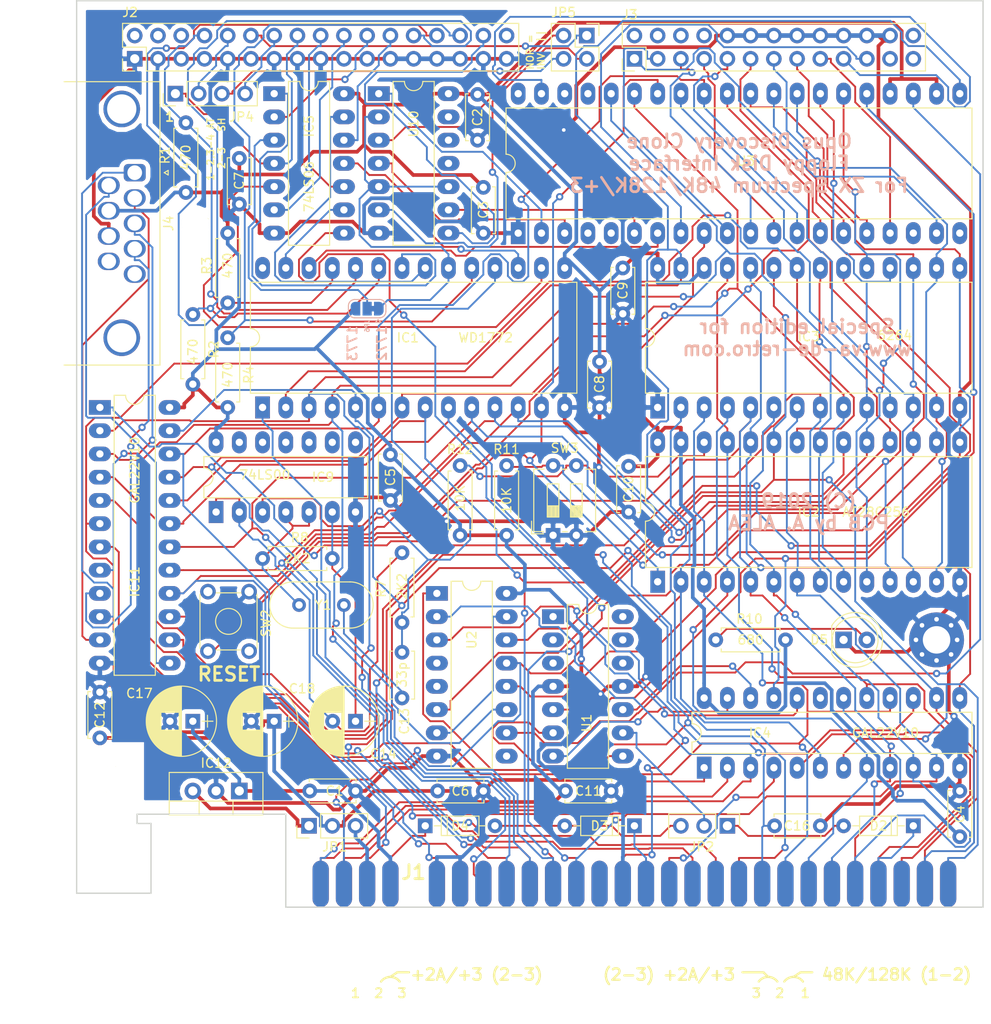
<source format=kicad_pcb>
(kicad_pcb (version 20171130) (host pcbnew 5.0.2-bee76a0~70~ubuntu18.10.1)
  (layers (0 F.Cu signal) (31 B.Cu signal) (34 B.Paste user) (35 F.Paste user) (36 B.SilkS user) (37 F.SilkS user) (38 B.Mask user hide) (39 F.Mask user hide) (44 Edge.Cuts user))
  (net 0 "")
  (net 1 GND)
  (net 2 /RESET)
  (net 3 +9V)
  (net 4 +5V)
  (net 5 "Net-(D2-Pad2)")
  (net 6 /A11)
  (net 7 /A9)
  (net 8 /A4)
  (net 9 /A6)
  (net 10 /A7)
  (net 11 /A10)
  (net 12 /A8)
  (net 13 /M1)
  (net 14 /WR)
  (net 15 /A3)
  (net 16 /A2)
  (net 17 /A1)
  (net 18 /A0)
  (net 19 /A12)
  (net 20 /A14)
  (net 21 /MREQ)
  (net 22 NMI)
  (net 23 /A13)
  (net 24 /A15)
  (net 25 FDC_CS)
  (net 26 ZX_ROMOE1)
  (net 27 ZX_ROMOE2)
  (net 28 ZX_ROMOE48)
  (net 29 ROM_A14)
  (net 30 ROM_A13)
  (net 31 plus3_5V)
  (net 32 J1-Up)
  (net 33 J2-Down)
  (net 34 J3-Left)
  (net 35 J4-Right)
  (net 36 J6-Fire)
  (net 37 /A5)
  (net 38 /RD)
  (net 39 /IOREQ)
  (net 40 /D4)
  (net 41 /D3)
  (net 42 /D5)
  (net 43 /D6)
  (net 44 /D2)
  (net 45 /D1)
  (net 46 /D0)
  (net 47 /D7)
  (net 48 /DS0)
  (net 49 /DS1)
  (net 50 RAM_CS)
  (net 51 ROM_CS)
  (net 52 "Net-(D5-Pad2)")
  (net 53 /INDEX)
  (net 54 /MOTOR_ON)
  (net 55 /DIR)
  (net 56 /STEP)
  (net 57 /HEAD)
  (net 58 /TRACK_0)
  (net 59 "Net-(C13-Pad2)")
  (net 60 "Net-(C13-Pad1)")
  (net 61 "Net-(C14-Pad1)")
  (net 62 "Net-(C14-Pad2)")
  (net 63 "Net-(D3-Pad2)")
  (net 64 "Net-(IC1-Pad25)")
  (net 65 "Net-(IC1-Pad22)")
  (net 66 "Net-(IC1-Pad21)")
  (net 67 "Net-(IC1-Pad20)")
  (net 68 "Net-(IC1-Pad19)")
  (net 69 "Net-(IC1-Pad17)")
  (net 70 "Net-(IC1-Pad16)")
  (net 71 "Net-(IC5-Pad2)")
  (net 72 "Net-(IC5-Pad3)")
  (net 73 "Net-(IC5-Pad12)")
  (net 74 "Net-(IC9-Pad4)")
  (net 75 "Net-(IC12-Pad3)")
  (net 76 "Net-(J2-Pad10)")
  (net 77 "Net-(J2-Pad14)")
  (net 78 JOY_EN)
  (net 79 "Net-(IC1-Pad27)")
  (net 80 DDEN)
  (net 81 CX_J)
  (net 82 CX_K)
  (net 83 CX_CK)
  (net 84 CX_U6A_A1)
  (net 85 /RFSH)
  (net 86 S_U12A)
  (net 87 "Net-(J3-Pad1)")
  (net 88 "Net-(J3-Pad3)")
  (net 89 "Net-(J3-Pad5)")
  (net 90 "Net-(J3-Pad7)")
  (net 91 "Net-(J3-Pad9)")
  (net 92 "Net-(J3-Pad11)")
  (net 93 "Net-(J3-Pad13)")
  (net 94 "Net-(J3-Pad15)")
  (net 95 "Net-(J3-Pad17)")
  (net 96 "Net-(J3-Pad19)")
  (net 97 "Net-(J3-Pad21)")
  (net 98 ZX_I_ROMOE)
  (net 99 "Net-(JP5-Pad3)")
  (net 100 "Net-(JP5-Pad2)")
  (net 101 "Net-(U1-Pad8)")
  (net 102 PIA_CS)
  (net 103 "Net-(U2-Pad15)")
  (net 104 "Net-(U10-Pad1)")
  (net 105 "Net-(U10-Pad4)")
  (net 106 "Net-(U10-Pad9)")
  (module Button_Switch_THT:SW_DIP_SPSTx02_Slide_6.7x6.64mm_W7.62mm_P2.54mm_LowProfile (layer F.Cu) (at 115.57 83.82 90)
    (fp_text reference SW3 (at 9.525 1.27 180) (layer F.SilkS))
    (fp_text value SW_DIP_x03)
    (pad 4 thru_hole oval (at 7.62 0 90) (size 1.6 1.6) (drill 0.8) (layers *.Cu *.Mask) (net 29 ROM_A14))
    (pad 2 thru_hole oval (at 0 2.54 90) (size 1.6 1.6) (drill 0.8) (layers *.Cu *.Mask) (net 1 GND))
    (pad 3 thru_hole oval (at 7.62 2.54 90) (size 1.6 1.6) (drill 0.8) (layers *.Cu *.Mask) (net 30 ROM_A13))
    (pad 1 thru_hole rect (at 0 0 90) (size 1.6 1.6) (drill 0.8) (layers *.Cu *.Mask) (net 1 GND))
  )
  (module Housings_DIP:DIP-14_W7.62mm_LongPads (layer F.Cu) (at 78.74 81.28 90)
    (fp_text reference IC9 (at 3.81 11.684 180) (layer F.SilkS))
    (fp_text value 74LS00 (at 4.064 5.334 180) (layer F.SilkS))
    (pad 14 thru_hole oval (at 7.62 0 90) (size 2.4 1.6) (drill 0.8) (layers *.Cu *.Mask) (net 4 +5V))
    (pad 7 thru_hole oval (at 0 15.24 90) (size 2.4 1.6) (drill 0.8) (layers *.Cu *.Mask) (net 1 GND))
    (pad 13 thru_hole oval (at 7.62 2.54 90) (size 2.4 1.6) (drill 0.8) (layers *.Cu *.Mask))
    (pad 6 thru_hole oval (at 0 12.7 90) (size 2.4 1.6) (drill 0.8) (layers *.Cu *.Mask) (net 61 "Net-(C14-Pad1)"))
    (pad 12 thru_hole oval (at 7.62 5.08 90) (size 2.4 1.6) (drill 0.8) (layers *.Cu *.Mask))
    (pad 5 thru_hole oval (at 0 10.16 90) (size 2.4 1.6) (drill 0.8) (layers *.Cu *.Mask) (net 74 "Net-(IC9-Pad4)"))
    (pad 11 thru_hole oval (at 7.62 7.62 90) (size 2.4 1.6) (drill 0.8) (layers *.Cu *.Mask))
    (pad 4 thru_hole oval (at 0 7.62 90) (size 2.4 1.6) (drill 0.8) (layers *.Cu *.Mask) (net 74 "Net-(IC9-Pad4)"))
    (pad 10 thru_hole oval (at 7.62 10.16 90) (size 2.4 1.6) (drill 0.8) (layers *.Cu *.Mask))
    (pad 3 thru_hole oval (at 0 5.08 90) (size 2.4 1.6) (drill 0.8) (layers *.Cu *.Mask) (net 59 "Net-(C13-Pad2)"))
    (pad 9 thru_hole oval (at 7.62 12.7 90) (size 2.4 1.6) (drill 0.8) (layers *.Cu *.Mask))
    (pad 2 thru_hole oval (at 0 2.54 90) (size 2.4 1.6) (drill 0.8) (layers *.Cu *.Mask) (net 62 "Net-(C14-Pad2)"))
    (pad 8 thru_hole oval (at 7.62 15.24 90) (size 2.4 1.6) (drill 0.8) (layers *.Cu *.Mask))
    (pad 1 thru_hole rect (at 0 0 90) (size 2.4 1.6) (drill 0.8) (layers *.Cu *.Mask) (net 62 "Net-(C14-Pad2)"))
  )
  (module Housings_DIP:DIP-28_W15.24mm_LongPads (layer F.Cu) (at 83.82 69.85 90)
    (fp_text reference IC1 (at 7.62 15.875) (layer F.SilkS))
    (fp_text value WD1772 (at 7.62 24.384 180) (layer F.SilkS))
    (pad 28 thru_hole oval (at 15.24 0 90) (size 2.4 1.6) (drill 0.8) (layers *.Cu *.Mask))
    (pad 14 thru_hole oval (at 0 33.02 90) (size 2.4 1.6) (drill 0.8) (layers *.Cu *.Mask) (net 1 GND))
    (pad 27 thru_hole oval (at 15.24 2.54 90) (size 2.4 1.6) (drill 0.8) (layers *.Cu *.Mask) (net 79 "Net-(IC1-Pad27)"))
    (pad 13 thru_hole oval (at 0 30.48 90) (size 2.4 1.6) (drill 0.8) (layers *.Cu *.Mask) (net 2 /RESET))
    (pad 26 thru_hole oval (at 15.24 5.08 90) (size 2.4 1.6) (drill 0.8) (layers *.Cu *.Mask) (net 80 DDEN))
    (pad 12 thru_hole oval (at 0 27.94 90) (size 2.4 1.6) (drill 0.8) (layers *.Cu *.Mask) (net 47 /D7))
    (pad 25 thru_hole oval (at 15.24 7.62 90) (size 2.4 1.6) (drill 0.8) (layers *.Cu *.Mask) (net 64 "Net-(IC1-Pad25)"))
    (pad 11 thru_hole oval (at 0 25.4 90) (size 2.4 1.6) (drill 0.8) (layers *.Cu *.Mask) (net 43 /D6))
    (pad 24 thru_hole oval (at 15.24 10.16 90) (size 2.4 1.6) (drill 0.8) (layers *.Cu *.Mask) (net 53 /INDEX))
    (pad 10 thru_hole oval (at 0 22.86 90) (size 2.4 1.6) (drill 0.8) (layers *.Cu *.Mask) (net 42 /D5))
    (pad 23 thru_hole oval (at 15.24 12.7 90) (size 2.4 1.6) (drill 0.8) (layers *.Cu *.Mask) (net 58 /TRACK_0))
    (pad 9 thru_hole oval (at 0 20.32 90) (size 2.4 1.6) (drill 0.8) (layers *.Cu *.Mask) (net 40 /D4))
    (pad 22 thru_hole oval (at 15.24 15.24 90) (size 2.4 1.6) (drill 0.8) (layers *.Cu *.Mask) (net 65 "Net-(IC1-Pad22)"))
    (pad 8 thru_hole oval (at 0 17.78 90) (size 2.4 1.6) (drill 0.8) (layers *.Cu *.Mask) (net 41 /D3))
    (pad 21 thru_hole oval (at 15.24 17.78 90) (size 2.4 1.6) (drill 0.8) (layers *.Cu *.Mask) (net 66 "Net-(IC1-Pad21)"))
    (pad 7 thru_hole oval (at 0 15.24 90) (size 2.4 1.6) (drill 0.8) (layers *.Cu *.Mask) (net 44 /D2))
    (pad 20 thru_hole oval (at 15.24 20.32 90) (size 2.4 1.6) (drill 0.8) (layers *.Cu *.Mask) (net 67 "Net-(IC1-Pad20)"))
    (pad 6 thru_hole oval (at 0 12.7 90) (size 2.4 1.6) (drill 0.8) (layers *.Cu *.Mask) (net 45 /D1))
    (pad 19 thru_hole oval (at 15.24 22.86 90) (size 2.4 1.6) (drill 0.8) (layers *.Cu *.Mask) (net 68 "Net-(IC1-Pad19)"))
    (pad 5 thru_hole oval (at 0 10.16 90) (size 2.4 1.6) (drill 0.8) (layers *.Cu *.Mask) (net 46 /D0))
    (pad 18 thru_hole oval (at 15.24 25.4 90) (size 2.4 1.6) (drill 0.8) (layers *.Cu *.Mask) (net 59 "Net-(C13-Pad2)"))
    (pad 4 thru_hole oval (at 0 7.62 90) (size 2.4 1.6) (drill 0.8) (layers *.Cu *.Mask) (net 17 /A1))
    (pad 17 thru_hole oval (at 15.24 27.94 90) (size 2.4 1.6) (drill 0.8) (layers *.Cu *.Mask) (net 69 "Net-(IC1-Pad17)"))
    (pad 3 thru_hole oval (at 0 5.08 90) (size 2.4 1.6) (drill 0.8) (layers *.Cu *.Mask) (net 18 /A0))
    (pad 16 thru_hole oval (at 15.24 30.48 90) (size 2.4 1.6) (drill 0.8) (layers *.Cu *.Mask) (net 70 "Net-(IC1-Pad16)"))
    (pad 2 thru_hole oval (at 0 2.54 90) (size 2.4 1.6) (drill 0.8) (layers *.Cu *.Mask) (net 14 /WR))
    (pad 15 thru_hole oval (at 15.24 33.02 90) (size 2.4 1.6) (drill 0.8) (layers *.Cu *.Mask) (net 4 +5V))
    (pad 1 thru_hole rect (at 0 0 90) (size 2.4 1.6) (drill 0.8) (layers *.Cu *.Mask) (net 25 FDC_CS))
  )
  (module Capacitor_THT:C_Disc_D5.0mm_W2.5mm_P5.00mm (layer F.Cu) (at 99.06 101.6 90)
    (fp_text reference C13 (at -2.54 0.254 90) (layer F.SilkS))
    (fp_text value 33p (at 2.54 0 90) (layer F.SilkS))
    (pad 2 thru_hole circle (at 5 0 90) (size 1.6 1.6) (drill 0.8) (layers *.Cu *.Mask) (net 59 "Net-(C13-Pad2)"))
    (pad 1 thru_hole circle (at 0 0 90) (size 1.6 1.6) (drill 0.8) (layers *.Cu *.Mask) (net 60 "Net-(C13-Pad1)"))
  )
  (module Connector_Dsub:DSUB-9_Male_Horizontal_P2.77x2.84mm_EdgePinOffset4.94mm_Housed_MountingHolesOffset7.48mm (layer F.Cu) (at 69.85 44.196 270)
    (fp_text reference J4 (at 5.54 -3.7 270) (layer F.SilkS))
    (fp_text value DB9_Male)
    (pad 1 thru_hole roundrect (at 0 0 270) (size 1.9 2.4) (drill 1.6) (layers *.Cu *.Mask) (net 32 J1-Up))
    (pad 2 thru_hole oval (at 2.77 0 270) (size 1.9 2.4) (drill 1.6) (layers *.Cu *.Mask) (net 33 J2-Down))
    (pad 3 thru_hole oval (at 5.54 0 270) (size 1.9 2.4) (drill 1.6) (layers *.Cu *.Mask) (net 34 J3-Left))
    (pad 4 thru_hole oval (at 8.31 0 270) (size 1.9 2.4) (drill 1.6) (layers *.Cu *.Mask) (net 35 J4-Right))
    (pad 5 thru_hole oval (at 11.08 0 270) (size 1.9 2.4) (drill 1.6) (layers *.Cu *.Mask))
    (pad 6 thru_hole oval (at 1.385 2.84 270) (size 1.9 2.4) (drill 1.6) (layers *.Cu *.Mask) (net 36 J6-Fire))
    (pad 7 thru_hole oval (at 4.155 2.84 270) (size 1.9 2.4) (drill 1.6) (layers *.Cu *.Mask) (net 4 +5V))
    (pad 8 thru_hole oval (at 6.925 2.84 270) (size 1.9 2.4) (drill 1.6) (layers *.Cu *.Mask) (net 1 GND))
    (pad 9 thru_hole oval (at 9.695 2.84 270) (size 1.9 2.4) (drill 1.6) (layers *.Cu *.Mask))
    (pad 0 thru_hole circle (at -6.96 1.42 270) (size 4 4) (drill 3.2) (layers *.Cu *.Mask))
    (pad 0 thru_hole circle (at 18.04 1.42 270) (size 4 4) (drill 3.2) (layers *.Cu *.Mask))
  )
  (module Housings_DIP:DIP-28_W15.24mm_LongPads (layer F.Cu) (at 127 88.9 90)
    (fp_text reference IC2 (at 7.62 16.51 180) (layer F.SilkS))
    (fp_text value AT28C256 (at 7.62 23.876 180) (layer F.SilkS))
    (pad 28 thru_hole oval (at 15.24 0 90) (size 2.4 1.6) (drill 0.8) (layers *.Cu *.Mask) (net 4 +5V))
    (pad 14 thru_hole oval (at 0 33.02 90) (size 2.4 1.6) (drill 0.8) (layers *.Cu *.Mask) (net 1 GND))
    (pad 27 thru_hole oval (at 15.24 2.54 90) (size 2.4 1.6) (drill 0.8) (layers *.Cu *.Mask) (net 4 +5V))
    (pad 13 thru_hole oval (at 0 30.48 90) (size 2.4 1.6) (drill 0.8) (layers *.Cu *.Mask) (net 44 /D2))
    (pad 26 thru_hole oval (at 15.24 5.08 90) (size 2.4 1.6) (drill 0.8) (layers *.Cu *.Mask) (net 30 ROM_A13))
    (pad 12 thru_hole oval (at 0 27.94 90) (size 2.4 1.6) (drill 0.8) (layers *.Cu *.Mask) (net 45 /D1))
    (pad 25 thru_hole oval (at 15.24 7.62 90) (size 2.4 1.6) (drill 0.8) (layers *.Cu *.Mask) (net 12 /A8))
    (pad 11 thru_hole oval (at 0 25.4 90) (size 2.4 1.6) (drill 0.8) (layers *.Cu *.Mask) (net 46 /D0))
    (pad 24 thru_hole oval (at 15.24 10.16 90) (size 2.4 1.6) (drill 0.8) (layers *.Cu *.Mask) (net 7 /A9))
    (pad 10 thru_hole oval (at 0 22.86 90) (size 2.4 1.6) (drill 0.8) (layers *.Cu *.Mask) (net 18 /A0))
    (pad 23 thru_hole oval (at 15.24 12.7 90) (size 2.4 1.6) (drill 0.8) (layers *.Cu *.Mask) (net 6 /A11))
    (pad 9 thru_hole oval (at 0 20.32 90) (size 2.4 1.6) (drill 0.8) (layers *.Cu *.Mask) (net 17 /A1))
    (pad 22 thru_hole oval (at 15.24 15.24 90) (size 2.4 1.6) (drill 0.8) (layers *.Cu *.Mask) (net 38 /RD))
    (pad 8 thru_hole oval (at 0 17.78 90) (size 2.4 1.6) (drill 0.8) (layers *.Cu *.Mask) (net 16 /A2))
    (pad 21 thru_hole oval (at 15.24 17.78 90) (size 2.4 1.6) (drill 0.8) (layers *.Cu *.Mask) (net 11 /A10))
    (pad 7 thru_hole oval (at 0 15.24 90) (size 2.4 1.6) (drill 0.8) (layers *.Cu *.Mask) (net 15 /A3))
    (pad 20 thru_hole oval (at 15.24 20.32 90) (size 2.4 1.6) (drill 0.8) (layers *.Cu *.Mask) (net 51 ROM_CS))
    (pad 6 thru_hole oval (at 0 12.7 90) (size 2.4 1.6) (drill 0.8) (layers *.Cu *.Mask) (net 8 /A4))
    (pad 19 thru_hole oval (at 15.24 22.86 90) (size 2.4 1.6) (drill 0.8) (layers *.Cu *.Mask) (net 47 /D7))
    (pad 5 thru_hole oval (at 0 10.16 90) (size 2.4 1.6) (drill 0.8) (layers *.Cu *.Mask) (net 37 /A5))
    (pad 18 thru_hole oval (at 15.24 25.4 90) (size 2.4 1.6) (drill 0.8) (layers *.Cu *.Mask) (net 43 /D6))
    (pad 4 thru_hole oval (at 0 7.62 90) (size 2.4 1.6) (drill 0.8) (layers *.Cu *.Mask) (net 9 /A6))
    (pad 17 thru_hole oval (at 15.24 27.94 90) (size 2.4 1.6) (drill 0.8) (layers *.Cu *.Mask) (net 42 /D5))
    (pad 3 thru_hole oval (at 0 5.08 90) (size 2.4 1.6) (drill 0.8) (layers *.Cu *.Mask) (net 10 /A7))
    (pad 16 thru_hole oval (at 15.24 30.48 90) (size 2.4 1.6) (drill 0.8) (layers *.Cu *.Mask) (net 40 /D4))
    (pad 2 thru_hole oval (at 0 2.54 90) (size 2.4 1.6) (drill 0.8) (layers *.Cu *.Mask) (net 19 /A12))
    (pad 15 thru_hole oval (at 15.24 33.02 90) (size 2.4 1.6) (drill 0.8) (layers *.Cu *.Mask) (net 41 /D3))
    (pad 1 thru_hole rect (at 0 0 90) (size 2.4 1.6) (drill 0.8) (layers *.Cu *.Mask) (net 29 ROM_A14))
  )
  (module SINCLAIR:ZX_CONN (layer F.Cu) (at 115.57 121.92)
    (fp_text reference J1 (at -15.24 -1.27) (layer F.SilkS) (effects (font (size 1.524 1.524) (thickness 0.3048))))
    (fp_text value ZX_Spectrum_Connector_GENERIC_SORTED hide)
    (pad A28 connect oval (at 43.18 0) (size 1.778 5.08) (layers B.Cu B.Mask) (net 6 /A11))
    (pad A27 connect oval (at 40.64 0) (size 1.778 5.08) (layers B.Cu B.Mask) (net 7 /A9))
    (pad A26 connect oval (at 38.1 0) (size 1.778 5.08) (layers B.Cu B.Mask))
    (pad A25 connect oval (at 35.56 0) (size 1.778 5.08) (layers B.Cu B.Mask) (net 28 ZX_ROMOE48))
    (pad A24 connect oval (at 33.02 0) (size 1.778 5.08) (layers B.Cu B.Mask) (net 8 /A4))
    (pad A23 connect oval (at 30.48 0) (size 1.778 5.08) (layers B.Cu B.Mask) (net 37 /A5))
    (pad A22 connect oval (at 27.94 0) (size 1.778 5.08) (layers B.Cu B.Mask) (net 9 /A6))
    (pad A21 connect oval (at 25.4 0) (size 1.778 5.08) (layers B.Cu B.Mask) (net 10 /A7))
    (pad A20 connect oval (at 22.86 0) (size 1.778 5.08) (layers B.Cu B.Mask) (net 2 /RESET))
    (pad A19 connect oval (at 20.32 0) (size 1.778 5.08) (layers B.Cu B.Mask))
    (pad B28 connect oval (at 43.18 0) (size 1.778 5.08) (layers F.Cu F.Mask))
    (pad B27 connect oval (at 40.64 0) (size 1.778 5.08) (layers F.Cu F.Mask) (net 11 /A10))
    (pad B26 connect oval (at 38.1 0) (size 1.778 5.08) (layers F.Cu F.Mask) (net 12 /A8))
    (pad B25 connect oval (at 35.56 0) (size 1.778 5.08) (layers F.Cu F.Mask) (net 85 /RFSH))
    (pad B24 connect oval (at 33.02 0) (size 1.778 5.08) (layers F.Cu F.Mask) (net 13 /M1))
    (pad B23 connect oval (at 30.48 0) (size 1.778 5.08) (layers F.Cu F.Mask))
    (pad B22 connect oval (at 27.94 0) (size 1.778 5.08) (layers F.Cu F.Mask))
    (pad B21 connect oval (at 25.4 0) (size 1.778 5.08) (layers F.Cu F.Mask))
    (pad B20 connect oval (at 22.86 0) (size 1.778 5.08) (layers F.Cu F.Mask))
    (pad B19 connect oval (at 20.32 0) (size 1.778 5.08) (layers F.Cu F.Mask) (net 14 /WR))
    (pad A18 connect oval (at 17.78 0) (size 1.778 5.08) (layers B.Cu B.Mask))
    (pad A17 connect oval (at 15.24 0) (size 1.778 5.08) (layers B.Cu B.Mask))
    (pad A16 connect oval (at 12.7 0) (size 1.778 5.08) (layers B.Cu B.Mask))
    (pad A15 connect oval (at 10.16 0) (size 1.778 5.08) (layers B.Cu B.Mask) (net 27 ZX_ROMOE2))
    (pad A14 connect oval (at 7.62 0) (size 1.778 5.08) (layers B.Cu B.Mask) (net 1 GND))
    (pad A13 connect oval (at 5.08 0) (size 1.778 5.08) (layers B.Cu B.Mask))
    (pad A12 connect oval (at 2.54 0) (size 1.778 5.08) (layers B.Cu B.Mask) (net 15 /A3))
    (pad A11 connect oval (at 0 0) (size 1.778 5.08) (layers B.Cu B.Mask) (net 16 /A2))
    (pad A10 connect oval (at -2.54 0) (size 1.778 5.08) (layers B.Cu B.Mask) (net 17 /A1))
    (pad A9 connect oval (at -5.08 0) (size 1.778 5.08) (layers B.Cu B.Mask) (net 18 /A0))
    (pad A8 connect oval (at -7.62 0) (size 1.778 5.08) (layers B.Cu B.Mask))
    (pad A7 connect oval (at -10.16 0) (size 1.778 5.08) (layers B.Cu B.Mask) (net 1 GND))
    (pad A6 connect oval (at -12.7 0) (size 1.778 5.08) (layers B.Cu B.Mask) (net 1 GND))
    (pad A4 connect oval (at -17.78 0) (size 1.778 5.08) (layers B.Cu B.Mask) (net 3 +9V))
    (pad A3 connect oval (at -20.32 0) (size 1.778 5.08) (layers B.Cu B.Mask) (net 31 plus3_5V))
    (pad A2 connect oval (at -22.86 0) (size 1.778 5.08) (layers B.Cu B.Mask) (net 19 /A12))
    (pad A1 connect oval (at -25.4 0) (size 1.778 5.08) (layers B.Cu B.Mask) (net 20 /A14))
    (pad B18 connect oval (at 17.78 0) (size 1.778 5.08) (layers F.Cu F.Mask) (net 38 /RD))
    (pad B17 connect oval (at 15.24 0) (size 1.778 5.08) (layers F.Cu F.Mask) (net 39 /IOREQ))
    (pad B16 connect oval (at 12.7 0) (size 1.778 5.08) (layers F.Cu F.Mask) (net 21 /MREQ))
    (pad B15 connect oval (at 10.16 0) (size 1.778 5.08) (layers F.Cu F.Mask))
    (pad B14 connect oval (at 7.62 0) (size 1.778 5.08) (layers F.Cu F.Mask) (net 22 NMI))
    (pad B13 connect oval (at 5.08 0) (size 1.778 5.08) (layers F.Cu F.Mask))
    (pad B12 connect oval (at 2.54 0) (size 1.778 5.08) (layers F.Cu F.Mask) (net 40 /D4))
    (pad B11 connect oval (at 0 0) (size 1.778 5.08) (layers F.Cu F.Mask) (net 41 /D3))
    (pad B10 connect oval (at -2.54 0) (size 1.778 5.08) (layers F.Cu F.Mask) (net 42 /D5))
    (pad B9 connect oval (at -5.08 0) (size 1.778 5.08) (layers F.Cu F.Mask) (net 43 /D6))
    (pad B8 connect oval (at -7.62 0) (size 1.778 5.08) (layers F.Cu F.Mask) (net 44 /D2))
    (pad B7 connect oval (at -10.16 0) (size 1.778 5.08) (layers F.Cu F.Mask) (net 45 /D1))
    (pad B6 connect oval (at -12.7 0) (size 1.778 5.08) (layers F.Cu F.Mask) (net 46 /D0))
    (pad B4 connect oval (at -17.78 0) (size 1.778 5.08) (layers F.Cu F.Mask) (net 26 ZX_ROMOE1))
    (pad B3 connect oval (at -20.32 0) (size 1.778 5.08) (layers F.Cu F.Mask) (net 47 /D7))
    (pad B2 connect oval (at -22.86 0) (size 1.778 5.08) (layers F.Cu F.Mask) (net 23 /A13))
    (pad B1 connect oval (at -25.4 0) (size 1.778 5.08) (layers F.Cu F.Mask) (net 24 /A15))
  )
  (module Resistors_THT:R_Axial_DIN0207_L6.3mm_D2.5mm_P7.62mm_Horizontal (layer F.Cu) (at 110.49 76.2 270)
    (fp_text reference R11 (at -1.778 0 180) (layer F.SilkS))
    (fp_text value 10K (at 3.81 0 270) (layer F.SilkS))
    (pad 2 thru_hole oval (at 7.62 0 270) (size 1.6 1.6) (drill 0.8) (layers *.Cu *.Mask) (net 4 +5V))
    (pad 1 thru_hole circle (at 0 0 270) (size 1.6 1.6) (drill 0.8) (layers *.Cu *.Mask) (net 29 ROM_A14))
  )
  (module Jumper:SolderJumper-3_P1.3mm_Bridged12_RoundedPad1.0x1.5mm (layer B.Cu) (at 95.25 59.055 180)
    (fp_text reference JP6 (at 0 -1.905 270) (layer B.SilkS) (effects (font (size 0.5 0.5) (thickness 0.1)) (justify mirror)))
    (fp_text value Jumper_NC_Dual)
    (pad 1 smd roundrect (at -1.3 0 180) (size 1 1.5) (layers B.Cu B.Mask) (roundrect_rratio 0.5) (net 67 "Net-(IC1-Pad20)"))
    (pad 1 smd rect (at -1 0 180) (size 0.5 1.5) (layers B.Cu B.Mask) (net 67 "Net-(IC1-Pad20)"))
    (pad 2 smd rect (at 0 0 180) (size 1 1.5) (layers B.Cu B.Mask) (net 72 "Net-(IC5-Pad3)"))
    (pad 3 smd roundrect (at 1.3 0 180) (size 1 1.5) (layers B.Cu B.Mask) (roundrect_rratio 0.5) (net 4 +5V))
    (pad 3 smd rect (at 1 0 180) (size 0.5 1.5) (layers B.Cu B.Mask) (net 4 +5V))
    (pad 1 smd rect (at -0.65 0 180) (size 0.5 0.6) (layers B.Cu B.Mask) (net 67 "Net-(IC1-Pad20)"))
  )
  (module Housings_DIP:DIP-24_W7.62mm_LongPads (layer F.Cu) (at 66.04 69.85)
    (fp_text reference IC11 (at 3.81 19.05 90) (layer F.SilkS))
    (fp_text value GAL22V10 (at 3.81 6.858 90) (layer F.SilkS))
    (pad 24 thru_hole oval (at 7.62 0) (size 2.4 1.6) (drill 0.8) (layers *.Cu *.Mask) (net 4 +5V))
    (pad 12 thru_hole oval (at 0 27.94) (size 2.4 1.6) (drill 0.8) (layers *.Cu *.Mask) (net 1 GND))
    (pad 23 thru_hole oval (at 7.62 2.54) (size 2.4 1.6) (drill 0.8) (layers *.Cu *.Mask) (net 46 /D0))
    (pad 11 thru_hole oval (at 0 25.4) (size 2.4 1.6) (drill 0.8) (layers *.Cu *.Mask) (net 33 J2-Down))
    (pad 22 thru_hole oval (at 7.62 5.08) (size 2.4 1.6) (drill 0.8) (layers *.Cu *.Mask) (net 45 /D1))
    (pad 10 thru_hole oval (at 0 22.86) (size 2.4 1.6) (drill 0.8) (layers *.Cu *.Mask) (net 32 J1-Up))
    (pad 21 thru_hole oval (at 7.62 7.62) (size 2.4 1.6) (drill 0.8) (layers *.Cu *.Mask) (net 44 /D2))
    (pad 9 thru_hole oval (at 0 20.32) (size 2.4 1.6) (drill 0.8) (layers *.Cu *.Mask) (net 35 J4-Right))
    (pad 20 thru_hole oval (at 7.62 10.16) (size 2.4 1.6) (drill 0.8) (layers *.Cu *.Mask) (net 41 /D3))
    (pad 8 thru_hole oval (at 0 17.78) (size 2.4 1.6) (drill 0.8) (layers *.Cu *.Mask) (net 34 J3-Left))
    (pad 19 thru_hole oval (at 7.62 12.7) (size 2.4 1.6) (drill 0.8) (layers *.Cu *.Mask) (net 40 /D4))
    (pad 7 thru_hole oval (at 0 15.24) (size 2.4 1.6) (drill 0.8) (layers *.Cu *.Mask) (net 10 /A7))
    (pad 18 thru_hole oval (at 7.62 15.24) (size 2.4 1.6) (drill 0.8) (layers *.Cu *.Mask) (net 42 /D5))
    (pad 6 thru_hole oval (at 0 12.7) (size 2.4 1.6) (drill 0.8) (layers *.Cu *.Mask) (net 38 /RD))
    (pad 17 thru_hole oval (at 7.62 17.78) (size 2.4 1.6) (drill 0.8) (layers *.Cu *.Mask) (net 43 /D6))
    (pad 5 thru_hole oval (at 0 10.16) (size 2.4 1.6) (drill 0.8) (layers *.Cu *.Mask) (net 39 /IOREQ))
    (pad 16 thru_hole oval (at 7.62 20.32) (size 2.4 1.6) (drill 0.8) (layers *.Cu *.Mask) (net 47 /D7))
    (pad 4 thru_hole oval (at 0 7.62) (size 2.4 1.6) (drill 0.8) (layers *.Cu *.Mask) (net 16 /A2))
    (pad 15 thru_hole oval (at 7.62 22.86) (size 2.4 1.6) (drill 0.8) (layers *.Cu *.Mask) (net 78 JOY_EN))
    (pad 3 thru_hole oval (at 0 5.08) (size 2.4 1.6) (drill 0.8) (layers *.Cu *.Mask) (net 17 /A1))
    (pad 14 thru_hole oval (at 7.62 25.4) (size 2.4 1.6) (drill 0.8) (layers *.Cu *.Mask) (net 86 S_U12A))
    (pad 2 thru_hole oval (at 0 2.54) (size 2.4 1.6) (drill 0.8) (layers *.Cu *.Mask) (net 18 /A0))
    (pad 13 thru_hole oval (at 7.62 27.94) (size 2.4 1.6) (drill 0.8) (layers *.Cu *.Mask) (net 36 J6-Fire))
    (pad 1 thru_hole rect (at 0 0) (size 2.4 1.6) (drill 0.8) (layers *.Cu *.Mask) (net 37 /A5))
  )
  (module Resistors_THT:R_Axial_DIN0207_L6.3mm_D2.5mm_P7.62mm_Horizontal (layer F.Cu) (at 80.01 58.42 90)
    (fp_text reference R3 (at 4.064 -2.286 90) (layer F.SilkS))
    (fp_text value 470 (at 4.064 0 90) (layer F.SilkS))
    (pad 1 thru_hole circle (at 0 0 90) (size 1.6 1.6) (drill 0.8) (layers *.Cu *.Mask) (net 64 "Net-(IC1-Pad25)"))
    (pad 2 thru_hole oval (at 7.62 0 90) (size 1.6 1.6) (drill 0.8) (layers *.Cu *.Mask) (net 4 +5V))
  )
  (module Capacitors_THT:CP_Radial_D7.5mm_P2.50mm (layer F.Cu) (at 85.09 104.14 180)
    (fp_text reference C18 (at -3.048 3.556) (layer F.SilkS))
    (fp_text value "100u/16 V")
    (pad 2 thru_hole circle (at 2.5 0 180) (size 1.6 1.6) (drill 0.8) (layers *.Cu *.Mask) (net 1 GND))
    (pad 1 thru_hole rect (at 0 0 180) (size 1.6 1.6) (drill 0.8) (layers *.Cu *.Mask) (net 4 +5V))
  )
  (module Connector_PinHeader_2.54mm:PinHeader_2x17_P2.54mm_Vertical (layer F.Cu) (at 69.85 31.75 90)
    (fp_text reference J2 (at 5.08 -0.508) (layer F.SilkS))
    (fp_text value Conn_02x17_Odd_Even)
    (pad 1 thru_hole rect (at 0 0 90) (size 1.7 1.7) (drill 1) (layers *.Cu *.Mask) (net 1 GND))
    (pad 2 thru_hole oval (at 2.54 0 90) (size 1.7 1.7) (drill 1) (layers *.Cu *.Mask))
    (pad 3 thru_hole oval (at 0 2.54 90) (size 1.7 1.7) (drill 1) (layers *.Cu *.Mask) (net 1 GND))
    (pad 4 thru_hole oval (at 2.54 2.54 90) (size 1.7 1.7) (drill 1) (layers *.Cu *.Mask))
    (pad 5 thru_hole oval (at 0 5.08 90) (size 1.7 1.7) (drill 1) (layers *.Cu *.Mask) (net 1 GND))
    (pad 6 thru_hole oval (at 2.54 5.08 90) (size 1.7 1.7) (drill 1) (layers *.Cu *.Mask))
    (pad 7 thru_hole oval (at 0 7.62 90) (size 1.7 1.7) (drill 1) (layers *.Cu *.Mask) (net 1 GND))
    (pad 8 thru_hole oval (at 2.54 7.62 90) (size 1.7 1.7) (drill 1) (layers *.Cu *.Mask) (net 53 /INDEX))
    (pad 9 thru_hole oval (at 0 10.16 90) (size 1.7 1.7) (drill 1) (layers *.Cu *.Mask) (net 1 GND))
    (pad 10 thru_hole oval (at 2.54 10.16 90) (size 1.7 1.7) (drill 1) (layers *.Cu *.Mask) (net 76 "Net-(J2-Pad10)"))
    (pad 11 thru_hole oval (at 0 12.7 90) (size 1.7 1.7) (drill 1) (layers *.Cu *.Mask) (net 1 GND))
    (pad 12 thru_hole oval (at 2.54 12.7 90) (size 1.7 1.7) (drill 1) (layers *.Cu *.Mask) (net 49 /DS1))
    (pad 13 thru_hole oval (at 0 15.24 90) (size 1.7 1.7) (drill 1) (layers *.Cu *.Mask) (net 1 GND))
    (pad 14 thru_hole oval (at 2.54 15.24 90) (size 1.7 1.7) (drill 1) (layers *.Cu *.Mask) (net 77 "Net-(J2-Pad14)"))
    (pad 15 thru_hole oval (at 0 17.78 90) (size 1.7 1.7) (drill 1) (layers *.Cu *.Mask) (net 1 GND))
    (pad 16 thru_hole oval (at 2.54 17.78 90) (size 1.7 1.7) (drill 1) (layers *.Cu *.Mask) (net 54 /MOTOR_ON))
    (pad 17 thru_hole oval (at 0 20.32 90) (size 1.7 1.7) (drill 1) (layers *.Cu *.Mask) (net 1 GND))
    (pad 18 thru_hole oval (at 2.54 20.32 90) (size 1.7 1.7) (drill 1) (layers *.Cu *.Mask) (net 55 /DIR))
    (pad 19 thru_hole oval (at 0 22.86 90) (size 1.7 1.7) (drill 1) (layers *.Cu *.Mask) (net 1 GND))
    (pad 20 thru_hole oval (at 2.54 22.86 90) (size 1.7 1.7) (drill 1) (layers *.Cu *.Mask) (net 56 /STEP))
    (pad 21 thru_hole oval (at 0 25.4 90) (size 1.7 1.7) (drill 1) (layers *.Cu *.Mask) (net 1 GND))
    (pad 22 thru_hole oval (at 2.54 25.4 90) (size 1.7 1.7) (drill 1) (layers *.Cu *.Mask) (net 71 "Net-(IC5-Pad2)"))
    (pad 23 thru_hole oval (at 0 27.94 90) (size 1.7 1.7) (drill 1) (layers *.Cu *.Mask) (net 1 GND))
    (pad 24 thru_hole oval (at 2.54 27.94 90) (size 1.7 1.7) (drill 1) (layers *.Cu *.Mask) (net 73 "Net-(IC5-Pad12)"))
    (pad 25 thru_hole oval (at 0 30.48 90) (size 1.7 1.7) (drill 1) (layers *.Cu *.Mask) (net 1 GND))
    (pad 26 thru_hole oval (at 2.54 30.48 90) (size 1.7 1.7) (drill 1) (layers *.Cu *.Mask) (net 58 /TRACK_0))
    (pad 27 thru_hole oval (at 0 33.02 90) (size 1.7 1.7) (drill 1) (layers *.Cu *.Mask) (net 1 GND))
    (pad 28 thru_hole oval (at 2.54 33.02 90) (size 1.7 1.7) (drill 1) (layers *.Cu *.Mask) (net 64 "Net-(IC1-Pad25)"))
    (pad 29 thru_hole oval (at 0 35.56 90) (size 1.7 1.7) (drill 1) (layers *.Cu *.Mask) (net 1 GND))
    (pad 30 thru_hole oval (at 2.54 35.56 90) (size 1.7 1.7) (drill 1) (layers *.Cu *.Mask) (net 68 "Net-(IC1-Pad19)"))
    (pad 31 thru_hole oval (at 0 38.1 90) (size 1.7 1.7) (drill 1) (layers *.Cu *.Mask) (net 1 GND))
    (pad 32 thru_hole oval (at 2.54 38.1 90) (size 1.7 1.7) (drill 1) (layers *.Cu *.Mask) (net 57 /HEAD))
    (pad 33 thru_hole oval (at 0 40.64 90) (size 1.7 1.7) (drill 1) (layers *.Cu *.Mask) (net 1 GND))
    (pad 34 thru_hole oval (at 2.54 40.64 90) (size 1.7 1.7) (drill 1) (layers *.Cu *.Mask))
  )
  (module MountingHole:MountingHole_3mm (layer F.Cu) (at 67.31 110.49 90)
    (fp_text reference MK2 (at 0 0 90) (layer F.SilkS))
    (fp_text value Mounting_Hole)
    (pad 1 np_thru_hole circle (at 0 0 90) (size 3 3) (drill 3) (layers *.Cu *.Mask))
  )
  (module MountingHole:MountingHole_3mm_Pad_Via (layer F.Cu) (at 157.48 95.25 90)
    (fp_text reference MK1 (at 0 0 90) (layer F.SilkS))
    (fp_text value Mounting_Hole_PAD)
    (pad 1 thru_hole circle (at 0 0 90) (size 6 6) (drill 3) (layers *.Cu *.Mask) (net 1 GND))
    (pad 1 thru_hole circle (at 2.25 0 90) (size 0.8 0.8) (drill 0.5) (layers *.Cu *.Mask) (net 1 GND))
    (pad 1 thru_hole circle (at 1.59099 1.59099 90) (size 0.8 0.8) (drill 0.5) (layers *.Cu *.Mask) (net 1 GND))
    (pad 1 thru_hole circle (at 0 2.25 90) (size 0.8 0.8) (drill 0.5) (layers *.Cu *.Mask) (net 1 GND))
    (pad 1 thru_hole circle (at -1.59099 1.59099 90) (size 0.8 0.8) (drill 0.5) (layers *.Cu *.Mask) (net 1 GND))
    (pad 1 thru_hole circle (at -2.25 0 90) (size 0.8 0.8) (drill 0.5) (layers *.Cu *.Mask) (net 1 GND))
    (pad 1 thru_hole circle (at -1.59099 -1.59099 90) (size 0.8 0.8) (drill 0.5) (layers *.Cu *.Mask) (net 1 GND))
    (pad 1 thru_hole circle (at 0 -2.25 90) (size 0.8 0.8) (drill 0.5) (layers *.Cu *.Mask) (net 1 GND))
    (pad 1 thru_hole circle (at 1.59099 -1.59099 90) (size 0.8 0.8) (drill 0.5) (layers *.Cu *.Mask) (net 1 GND))
  )
  (module Connector_PinHeader_2.54mm:PinHeader_1x03_P2.54mm_Vertical (layer F.Cu) (at 134.62 115.57 270)
    (fp_text reference JP2 (at 2.286 2.794) (layer F.SilkS))
    (fp_text value Conn_01x03)
    (pad 1 thru_hole rect (at 0 0 270) (size 1.7 1.7) (drill 1) (layers *.Cu *.Mask) (net 5 "Net-(D2-Pad2)"))
    (pad 2 thru_hole oval (at 0 2.54 270) (size 1.7 1.7) (drill 1) (layers *.Cu *.Mask) (net 98 ZX_I_ROMOE))
    (pad 3 thru_hole oval (at 0 5.08 270) (size 1.7 1.7) (drill 1) (layers *.Cu *.Mask) (net 63 "Net-(D3-Pad2)"))
  )
  (module Connector_PinHeader_2.54mm:PinHeader_1x03_P2.54mm_Vertical (layer F.Cu) (at 88.9 115.57 90)
    (fp_text reference JP1 (at -2.286 2.794 180) (layer F.SilkS))
    (fp_text value Conn_01x03)
    (pad 1 thru_hole rect (at 0 0 90) (size 1.7 1.7) (drill 1) (layers *.Cu *.Mask) (net 75 "Net-(IC12-Pad3)"))
    (pad 2 thru_hole oval (at 0 2.54 90) (size 1.7 1.7) (drill 1) (layers *.Cu *.Mask) (net 4 +5V))
    (pad 3 thru_hole oval (at 0 5.08 90) (size 1.7 1.7) (drill 1) (layers *.Cu *.Mask) (net 31 plus3_5V))
  )
  (module Housings_DIP:DIP-24_W7.62mm_LongPads (layer F.Cu) (at 132.08 109.22 90)
    (fp_text reference IC4 (at 3.81 6.096) (layer F.SilkS))
    (fp_text value GAL22V10 (at 3.81 19.812 180) (layer F.SilkS))
    (pad 24 thru_hole oval (at 7.62 0 90) (size 2.4 1.6) (drill 0.8) (layers *.Cu *.Mask) (net 4 +5V))
    (pad 12 thru_hole oval (at 0 27.94 90) (size 2.4 1.6) (drill 0.8) (layers *.Cu *.Mask) (net 1 GND))
    (pad 23 thru_hole oval (at 7.62 2.54 90) (size 2.4 1.6) (drill 0.8) (layers *.Cu *.Mask) (net 81 CX_J))
    (pad 11 thru_hole oval (at 0 25.4 90) (size 2.4 1.6) (drill 0.8) (layers *.Cu *.Mask) (net 15 /A3))
    (pad 22 thru_hole oval (at 7.62 5.08 90) (size 2.4 1.6) (drill 0.8) (layers *.Cu *.Mask) (net 82 CX_K))
    (pad 10 thru_hole oval (at 0 22.86 90) (size 2.4 1.6) (drill 0.8) (layers *.Cu *.Mask) (net 8 /A4))
    (pad 21 thru_hole oval (at 7.62 7.62 90) (size 2.4 1.6) (drill 0.8) (layers *.Cu *.Mask) (net 83 CX_CK))
    (pad 9 thru_hole oval (at 0 20.32 90) (size 2.4 1.6) (drill 0.8) (layers *.Cu *.Mask) (net 37 /A5))
    (pad 20 thru_hole oval (at 7.62 10.16 90) (size 2.4 1.6) (drill 0.8) (layers *.Cu *.Mask) (net 84 CX_U6A_A1))
    (pad 8 thru_hole oval (at 0 17.78 90) (size 2.4 1.6) (drill 0.8) (layers *.Cu *.Mask) (net 9 /A6))
    (pad 19 thru_hole oval (at 7.62 12.7 90) (size 2.4 1.6) (drill 0.8) (layers *.Cu *.Mask))
    (pad 7 thru_hole oval (at 0 15.24 90) (size 2.4 1.6) (drill 0.8) (layers *.Cu *.Mask) (net 6 /A11))
    (pad 18 thru_hole oval (at 7.62 15.24 90) (size 2.4 1.6) (drill 0.8) (layers *.Cu *.Mask) (net 13 /M1))
    (pad 6 thru_hole oval (at 0 12.7 90) (size 2.4 1.6) (drill 0.8) (layers *.Cu *.Mask) (net 19 /A12))
    (pad 17 thru_hole oval (at 7.62 17.78 90) (size 2.4 1.6) (drill 0.8) (layers *.Cu *.Mask) (net 12 /A8))
    (pad 5 thru_hole oval (at 0 10.16 90) (size 2.4 1.6) (drill 0.8) (layers *.Cu *.Mask) (net 85 /RFSH))
    (pad 16 thru_hole oval (at 7.62 20.32 90) (size 2.4 1.6) (drill 0.8) (layers *.Cu *.Mask) (net 10 /A7))
    (pad 4 thru_hole oval (at 0 7.62 90) (size 2.4 1.6) (drill 0.8) (layers *.Cu *.Mask) (net 21 /MREQ))
    (pad 15 thru_hole oval (at 7.62 22.86 90) (size 2.4 1.6) (drill 0.8) (layers *.Cu *.Mask) (net 86 S_U12A))
    (pad 3 thru_hole oval (at 0 5.08 90) (size 2.4 1.6) (drill 0.8) (layers *.Cu *.Mask) (net 23 /A13))
    (pad 14 thru_hole oval (at 7.62 25.4 90) (size 2.4 1.6) (drill 0.8) (layers *.Cu *.Mask) (net 11 /A10))
    (pad 2 thru_hole oval (at 0 2.54 90) (size 2.4 1.6) (drill 0.8) (layers *.Cu *.Mask) (net 24 /A15))
    (pad 13 thru_hole oval (at 7.62 27.94 90) (size 2.4 1.6) (drill 0.8) (layers *.Cu *.Mask) (net 7 /A9))
    (pad 1 thru_hole rect (at 0 0 90) (size 2.4 1.6) (drill 0.8) (layers *.Cu *.Mask) (net 20 /A14))
  )
  (module Housings_DIP:DIP-28_W15.24mm_LongPads (layer F.Cu) (at 127 69.85 90)
    (fp_text reference IC3 (at 7.747 16.51 180) (layer F.SilkS))
    (fp_text value 6264 (at 7.874 25.908 180) (layer F.SilkS))
    (pad 1 thru_hole rect (at 0 0 90) (size 2.4 1.6) (drill 0.8) (layers *.Cu *.Mask) (net 1 GND))
    (pad 15 thru_hole oval (at 15.24 33.02 90) (size 2.4 1.6) (drill 0.8) (layers *.Cu *.Mask) (net 41 /D3))
    (pad 2 thru_hole oval (at 0 2.54 90) (size 2.4 1.6) (drill 0.8) (layers *.Cu *.Mask) (net 19 /A12))
    (pad 16 thru_hole oval (at 15.24 30.48 90) (size 2.4 1.6) (drill 0.8) (layers *.Cu *.Mask) (net 40 /D4))
    (pad 3 thru_hole oval (at 0 5.08 90) (size 2.4 1.6) (drill 0.8) (layers *.Cu *.Mask) (net 10 /A7))
    (pad 17 thru_hole oval (at 15.24 27.94 90) (size 2.4 1.6) (drill 0.8) (layers *.Cu *.Mask) (net 42 /D5))
    (pad 4 thru_hole oval (at 0 7.62 90) (size 2.4 1.6) (drill 0.8) (layers *.Cu *.Mask) (net 9 /A6))
    (pad 18 thru_hole oval (at 15.24 25.4 90) (size 2.4 1.6) (drill 0.8) (layers *.Cu *.Mask) (net 43 /D6))
    (pad 5 thru_hole oval (at 0 10.16 90) (size 2.4 1.6) (drill 0.8) (layers *.Cu *.Mask) (net 37 /A5))
    (pad 19 thru_hole oval (at 15.24 22.86 90) (size 2.4 1.6) (drill 0.8) (layers *.Cu *.Mask) (net 47 /D7))
    (pad 6 thru_hole oval (at 0 12.7 90) (size 2.4 1.6) (drill 0.8) (layers *.Cu *.Mask) (net 8 /A4))
    (pad 20 thru_hole oval (at 15.24 20.32 90) (size 2.4 1.6) (drill 0.8) (layers *.Cu *.Mask) (net 50 RAM_CS))
    (pad 7 thru_hole oval (at 0 15.24 90) (size 2.4 1.6) (drill 0.8) (layers *.Cu *.Mask) (net 15 /A3))
    (pad 21 thru_hole oval (at 15.24 17.78 90) (size 2.4 1.6) (drill 0.8) (layers *.Cu *.Mask) (net 11 /A10))
    (pad 8 thru_hole oval (at 0 17.78 90) (size 2.4 1.6) (drill 0.8) (layers *.Cu *.Mask) (net 16 /A2))
    (pad 22 thru_hole oval (at 15.24 15.24 90) (size 2.4 1.6) (drill 0.8) (layers *.Cu *.Mask) (net 38 /RD))
    (pad 9 thru_hole oval (at 0 20.32 90) (size 2.4 1.6) (drill 0.8) (layers *.Cu *.Mask) (net 17 /A1))
    (pad 23 thru_hole oval (at 15.24 12.7 90) (size 2.4 1.6) (drill 0.8) (layers *.Cu *.Mask) (net 6 /A11))
    (pad 10 thru_hole oval (at 0 22.86 90) (size 2.4 1.6) (drill 0.8) (layers *.Cu *.Mask) (net 18 /A0))
    (pad 24 thru_hole oval (at 15.24 10.16 90) (size 2.4 1.6) (drill 0.8) (layers *.Cu *.Mask) (net 7 /A9))
    (pad 11 thru_hole oval (at 0 25.4 90) (size 2.4 1.6) (drill 0.8) (layers *.Cu *.Mask) (net 46 /D0))
    (pad 25 thru_hole oval (at 15.24 7.62 90) (size 2.4 1.6) (drill 0.8) (layers *.Cu *.Mask) (net 12 /A8))
    (pad 12 thru_hole oval (at 0 27.94 90) (size 2.4 1.6) (drill 0.8) (layers *.Cu *.Mask) (net 45 /D1))
    (pad 26 thru_hole oval (at 15.24 5.08 90) (size 2.4 1.6) (drill 0.8) (layers *.Cu *.Mask) (net 4 +5V))
    (pad 13 thru_hole oval (at 0 30.48 90) (size 2.4 1.6) (drill 0.8) (layers *.Cu *.Mask) (net 44 /D2))
    (pad 27 thru_hole oval (at 15.24 2.54 90) (size 2.4 1.6) (drill 0.8) (layers *.Cu *.Mask) (net 14 /WR))
    (pad 14 thru_hole oval (at 0 33.02 90) (size 2.4 1.6) (drill 0.8) (layers *.Cu *.Mask) (net 1 GND))
    (pad 28 thru_hole oval (at 15.24 0 90) (size 2.4 1.6) (drill 0.8) (layers *.Cu *.Mask) (net 4 +5V))
  )
  (module Housings_DIP:DIP-14_W7.62mm_LongPads (layer F.Cu) (at 85.09 35.56)
    (fp_text reference IC5 (at 3.81 3.556 90) (layer F.SilkS))
    (fp_text value 74LS06 (at 3.81 10.16 90) (layer F.SilkS))
    (pad 1 thru_hole rect (at 0 0) (size 2.4 1.6) (drill 0.8) (layers *.Cu *.Mask) (net 65 "Net-(IC1-Pad22)"))
    (pad 8 thru_hole oval (at 7.62 15.24) (size 2.4 1.6) (drill 0.8) (layers *.Cu *.Mask) (net 22 NMI))
    (pad 2 thru_hole oval (at 0 2.54) (size 2.4 1.6) (drill 0.8) (layers *.Cu *.Mask) (net 71 "Net-(IC5-Pad2)"))
    (pad 9 thru_hole oval (at 7.62 12.7) (size 2.4 1.6) (drill 0.8) (layers *.Cu *.Mask) (net 79 "Net-(IC1-Pad27)"))
    (pad 3 thru_hole oval (at 0 5.08) (size 2.4 1.6) (drill 0.8) (layers *.Cu *.Mask) (net 72 "Net-(IC5-Pad3)"))
    (pad 10 thru_hole oval (at 7.62 10.16) (size 2.4 1.6) (drill 0.8) (layers *.Cu *.Mask) (net 55 /DIR))
    (pad 4 thru_hole oval (at 0 7.62) (size 2.4 1.6) (drill 0.8) (layers *.Cu *.Mask) (net 54 /MOTOR_ON))
    (pad 11 thru_hole oval (at 7.62 7.62) (size 2.4 1.6) (drill 0.8) (layers *.Cu *.Mask) (net 69 "Net-(IC1-Pad17)"))
    (pad 5 thru_hole oval (at 0 10.16) (size 2.4 1.6) (drill 0.8) (layers *.Cu *.Mask) (net 70 "Net-(IC1-Pad16)"))
    (pad 12 thru_hole oval (at 7.62 5.08) (size 2.4 1.6) (drill 0.8) (layers *.Cu *.Mask) (net 73 "Net-(IC5-Pad12)"))
    (pad 6 thru_hole oval (at 0 12.7) (size 2.4 1.6) (drill 0.8) (layers *.Cu *.Mask) (net 56 /STEP))
    (pad 13 thru_hole oval (at 7.62 2.54) (size 2.4 1.6) (drill 0.8) (layers *.Cu *.Mask) (net 66 "Net-(IC1-Pad21)"))
    (pad 7 thru_hole oval (at 0 15.24) (size 2.4 1.6) (drill 0.8) (layers *.Cu *.Mask) (net 1 GND))
    (pad 14 thru_hole oval (at 7.62 0) (size 2.4 1.6) (drill 0.8) (layers *.Cu *.Mask) (net 4 +5V))
  )
  (module TO_SOT_Packages_THT:TO-220-3_Vertical (layer F.Cu) (at 81.28 111.76 180)
    (fp_text reference IC12 (at 2.54 3.048) (layer F.SilkS))
    (fp_text value L7805)
    (pad 3 thru_hole oval (at 5.08 0 180) (size 1.8 1.8) (drill 1) (layers *.Cu *.Mask) (net 75 "Net-(IC12-Pad3)"))
    (pad 2 thru_hole oval (at 2.54 0 180) (size 1.8 1.8) (drill 1) (layers *.Cu *.Mask) (net 1 GND))
    (pad 1 thru_hole rect (at 0 0 180) (size 1.8 1.8) (drill 1) (layers *.Cu *.Mask) (net 3 +9V))
  )
  (module Capacitors_THT:CP_Radial_D7.5mm_P2.50mm (layer F.Cu) (at 76.2 104.14 180)
    (fp_text reference C17 (at 5.842 3.048) (layer F.SilkS))
    (fp_text value "100u/16 V")
    (pad 2 thru_hole circle (at 2.5 0 180) (size 1.6 1.6) (drill 0.8) (layers *.Cu *.Mask) (net 1 GND))
    (pad 1 thru_hole rect (at 0 0 180) (size 1.6 1.6) (drill 0.8) (layers *.Cu *.Mask) (net 3 +9V))
  )
  (module Capacitors_THT:CP_Radial_D7.5mm_P2.50mm (layer F.Cu) (at 93.98 104.14 180)
    (fp_text reference C14 (at -3.048 -3.556) (layer F.SilkS))
    (fp_text value "100u/16 V")
    (pad 1 thru_hole rect (at 0 0 180) (size 1.6 1.6) (drill 0.8) (layers *.Cu *.Mask) (net 61 "Net-(C14-Pad1)"))
    (pad 2 thru_hole circle (at 2.5 0 180) (size 1.6 1.6) (drill 0.8) (layers *.Cu *.Mask) (net 62 "Net-(C14-Pad2)"))
  )
  (module Diodes_THT:D_DO-35_SOD27_P7.62mm_Horizontal (layer F.Cu) (at 101.6 115.57)
    (fp_text reference D4 (at 3.81 0) (layer F.SilkS))
    (fp_text value 1N4148)
    (pad 2 thru_hole oval (at 7.62 0) (size 1.6 1.6) (drill 0.8) (layers *.Cu *.Mask) (net 63 "Net-(D3-Pad2)"))
    (pad 1 thru_hole rect (at 0 0) (size 1.6 1.6) (drill 0.8) (layers *.Cu *.Mask) (net 26 ZX_ROMOE1))
  )
  (module Diodes_THT:D_DO-35_SOD27_P7.62mm_Horizontal (layer F.Cu) (at 124.46 115.57 180)
    (fp_text reference D3 (at 3.81 0 180) (layer F.SilkS))
    (fp_text value 1N4148)
    (pad 2 thru_hole oval (at 7.62 0 180) (size 1.6 1.6) (drill 0.8) (layers *.Cu *.Mask) (net 63 "Net-(D3-Pad2)"))
    (pad 1 thru_hole rect (at 0 0 180) (size 1.6 1.6) (drill 0.8) (layers *.Cu *.Mask) (net 27 ZX_ROMOE2))
  )
  (module Diodes_THT:D_DO-35_SOD27_P7.62mm_Horizontal (layer F.Cu) (at 154.94 115.57 180)
    (fp_text reference D2 (at 3.81 0 180) (layer F.SilkS))
    (fp_text value 1N4148)
    (pad 1 thru_hole rect (at 0 0 180) (size 1.6 1.6) (drill 0.8) (layers *.Cu *.Mask) (net 28 ZX_ROMOE48))
    (pad 2 thru_hole oval (at 7.62 0 180) (size 1.6 1.6) (drill 0.8) (layers *.Cu *.Mask) (net 5 "Net-(D2-Pad2)"))
  )
  (module LEDs:LED_D5.0mm (layer F.Cu) (at 147.32 95.25)
    (fp_text reference D5 (at -2.667 0) (layer F.SilkS))
    (fp_text value LED)
    (pad 2 thru_hole circle (at 2.54 0) (size 1.8 1.8) (drill 0.9) (layers *.Cu *.Mask) (net 52 "Net-(D5-Pad2)"))
    (pad 1 thru_hole rect (at 0 0) (size 1.8 1.8) (drill 0.9) (layers *.Cu *.Mask) (net 1 GND))
  )
  (module Resistors_THT:R_Axial_DIN0207_L6.3mm_D2.5mm_P7.62mm_Horizontal (layer F.Cu) (at 105.41 76.2 270)
    (fp_text reference R12 (at -1.778 0 180) (layer F.SilkS))
    (fp_text value 10K (at 3.556 0 270) (layer F.SilkS))
    (pad 1 thru_hole circle (at 0 0 270) (size 1.6 1.6) (drill 0.8) (layers *.Cu *.Mask) (net 30 ROM_A13))
    (pad 2 thru_hole oval (at 7.62 0 270) (size 1.6 1.6) (drill 0.8) (layers *.Cu *.Mask) (net 4 +5V))
  )
  (module Resistors_THT:R_Axial_DIN0207_L6.3mm_D2.5mm_P7.62mm_Horizontal (layer F.Cu) (at 75.438 38.735 270)
    (fp_text reference R1 (at 3.556 2.286 270) (layer F.SilkS))
    (fp_text value 470 (at 3.81 0 270) (layer F.SilkS))
    (pad 1 thru_hole circle (at 0 0 270) (size 1.6 1.6) (drill 0.8) (layers *.Cu *.Mask) (net 53 /INDEX))
    (pad 2 thru_hole oval (at 7.62 0 270) (size 1.6 1.6) (drill 0.8) (layers *.Cu *.Mask) (net 4 +5V))
  )
  (module Resistors_THT:R_Axial_DIN0207_L6.3mm_D2.5mm_P7.62mm_Horizontal (layer F.Cu) (at 76.2 59.69 270)
    (fp_text reference R2 (at 3.81 -2.286 270) (layer F.SilkS))
    (fp_text value 470 (at 4.064 0 270) (layer F.SilkS))
    (pad 2 thru_hole oval (at 7.62 0 270) (size 1.6 1.6) (drill 0.8) (layers *.Cu *.Mask) (net 4 +5V))
    (pad 1 thru_hole circle (at 0 0 270) (size 1.6 1.6) (drill 0.8) (layers *.Cu *.Mask) (net 58 /TRACK_0))
  )
  (module Resistors_THT:R_Axial_DIN0207_L6.3mm_D2.5mm_P7.62mm_Horizontal (layer F.Cu) (at 99.06 85.725 270)
    (fp_text reference R7 (at 3.937 2.286 90) (layer F.SilkS))
    (fp_text value 2K2 (at 3.683 0 270) (layer F.SilkS))
    (pad 1 thru_hole circle (at 0 0 270) (size 1.6 1.6) (drill 0.8) (layers *.Cu *.Mask) (net 62 "Net-(C14-Pad2)"))
    (pad 2 thru_hole oval (at 7.62 0 270) (size 1.6 1.6) (drill 0.8) (layers *.Cu *.Mask) (net 59 "Net-(C13-Pad2)"))
  )
  (module Resistors_THT:R_Axial_DIN0207_L6.3mm_D2.5mm_P7.62mm_Horizontal (layer F.Cu) (at 80.01 62.23 270)
    (fp_text reference R4 (at 4.064 -2.286 270) (layer F.SilkS))
    (fp_text value 470 (at 4.064 0 270) (layer F.SilkS))
    (pad 2 thru_hole oval (at 7.62 0 270) (size 1.6 1.6) (drill 0.8) (layers *.Cu *.Mask) (net 4 +5V))
    (pad 1 thru_hole circle (at 0 0 270) (size 1.6 1.6) (drill 0.8) (layers *.Cu *.Mask) (net 68 "Net-(IC1-Pad19)"))
  )
  (module Resistors_THT:R_Axial_DIN0207_L6.3mm_D2.5mm_P7.62mm_Horizontal (layer F.Cu) (at 83.82 86.36)
    (fp_text reference R8 (at 4.064 -2.286 180) (layer F.SilkS))
    (fp_text value 2K2 (at 3.81 0 180) (layer F.SilkS))
    (pad 2 thru_hole oval (at 7.62 0) (size 1.6 1.6) (drill 0.8) (layers *.Cu *.Mask) (net 61 "Net-(C14-Pad1)"))
    (pad 1 thru_hole circle (at 0 0) (size 1.6 1.6) (drill 0.8) (layers *.Cu *.Mask) (net 74 "Net-(IC9-Pad4)"))
  )
  (module Resistors_THT:R_Axial_DIN0207_L6.3mm_D2.5mm_P7.62mm_Horizontal (layer F.Cu) (at 133.35 95.25)
    (fp_text reference R10 (at 3.683 -2.286 180) (layer F.SilkS))
    (fp_text value 680 (at 3.81 0) (layer F.SilkS))
    (pad 1 thru_hole circle (at 0 0) (size 1.6 1.6) (drill 0.8) (layers *.Cu *.Mask) (net 52 "Net-(D5-Pad2)"))
    (pad 2 thru_hole oval (at 7.62 0) (size 1.6 1.6) (drill 0.8) (layers *.Cu *.Mask) (net 4 +5V))
  )
  (module Capacitors_THT:C_Disc_D5.0mm_W2.5mm_P5.00mm (layer F.Cu) (at 144.78 115.57 180)
    (fp_text reference C16 (at 2.54 0 180) (layer F.SilkS))
    (fp_text value 100n)
    (pad 2 thru_hole circle (at 5 0 180) (size 1.6 1.6) (drill 0.8) (layers *.Cu *.Mask) (net 2 /RESET))
    (pad 1 thru_hole circle (at 0 0 180) (size 1.6 1.6) (drill 0.8) (layers *.Cu *.Mask) (net 1 GND))
  )
  (module Capacitors_THT:C_Disc_D5.0mm_W2.5mm_P5.00mm (layer F.Cu) (at 107.315 40.64 90)
    (fp_text reference C2 (at 2.5 0 90) (layer F.SilkS))
    (fp_text value 100n)
    (pad 1 thru_hole circle (at 0 0 90) (size 1.6 1.6) (drill 0.8) (layers *.Cu *.Mask) (net 1 GND))
    (pad 2 thru_hole circle (at 5 0 90) (size 1.6 1.6) (drill 0.8) (layers *.Cu *.Mask) (net 4 +5V))
  )
  (module Capacitors_THT:C_Disc_D5.0mm_W2.5mm_P5.00mm (layer F.Cu) (at 160.02 111.76 270)
    (fp_text reference C4 (at 2.54 0 270) (layer F.SilkS))
    (fp_text value 100n)
    (pad 2 thru_hole circle (at 5 0 270) (size 1.6 1.6) (drill 0.8) (layers *.Cu *.Mask) (net 4 +5V))
    (pad 1 thru_hole circle (at 0 0 270) (size 1.6 1.6) (drill 0.8) (layers *.Cu *.Mask) (net 1 GND))
  )
  (module Capacitors_THT:C_Disc_D5.0mm_W2.5mm_P5.00mm (layer F.Cu) (at 97.79 80.01 90)
    (fp_text reference C5 (at 2.54 0 90) (layer F.SilkS))
    (fp_text value 100n)
    (pad 1 thru_hole circle (at 0 0 90) (size 1.6 1.6) (drill 0.8) (layers *.Cu *.Mask) (net 1 GND))
    (pad 2 thru_hole circle (at 5 0 90) (size 1.6 1.6) (drill 0.8) (layers *.Cu *.Mask) (net 4 +5V))
  )
  (module Capacitors_THT:C_Disc_D5.0mm_W2.5mm_P5.00mm (layer F.Cu) (at 107.95 111.76 180)
    (fp_text reference C6 (at 2.5 0 180) (layer F.SilkS))
    (fp_text value 100n)
    (pad 2 thru_hole circle (at 5 0 180) (size 1.6 1.6) (drill 0.8) (layers *.Cu *.Mask) (net 4 +5V))
    (pad 1 thru_hole circle (at 0 0 180) (size 1.6 1.6) (drill 0.8) (layers *.Cu *.Mask) (net 1 GND))
  )
  (module Capacitors_THT:C_Disc_D5.0mm_W2.5mm_P5.00mm (layer F.Cu) (at 81.28 47.625 90)
    (fp_text reference C7 (at 2.54 0 90) (layer F.SilkS))
    (fp_text value 100n)
    (pad 2 thru_hole circle (at 5 0 90) (size 1.6 1.6) (drill 0.8) (layers *.Cu *.Mask) (net 4 +5V))
    (pad 1 thru_hole circle (at 0 0 90) (size 1.6 1.6) (drill 0.8) (layers *.Cu *.Mask) (net 1 GND))
  )
  (module Capacitors_THT:C_Disc_D5.0mm_W2.5mm_P5.00mm (layer F.Cu) (at 120.65 69.85 90)
    (fp_text reference C8 (at 2.54 0 90) (layer F.SilkS))
    (fp_text value 100n)
    (pad 1 thru_hole circle (at 0 0 90) (size 1.6 1.6) (drill 0.8) (layers *.Cu *.Mask) (net 1 GND))
    (pad 2 thru_hole circle (at 5 0 90) (size 1.6 1.6) (drill 0.8) (layers *.Cu *.Mask) (net 4 +5V))
  )
  (module Capacitors_THT:C_Disc_D5.0mm_W2.5mm_P5.00mm (layer F.Cu) (at 123.19 59.61 90)
    (fp_text reference C9 (at 2.54 0 90) (layer F.SilkS))
    (fp_text value 100n)
    (pad 2 thru_hole circle (at 5 0 90) (size 1.6 1.6) (drill 0.8) (layers *.Cu *.Mask) (net 4 +5V))
    (pad 1 thru_hole circle (at 0 0 90) (size 1.6 1.6) (drill 0.8) (layers *.Cu *.Mask) (net 1 GND))
  )
  (module Capacitors_THT:C_Disc_D5.0mm_W2.5mm_P5.00mm (layer F.Cu) (at 123.825 81.28 90)
    (fp_text reference C10 (at 2.5 0 90) (layer F.SilkS))
    (fp_text value 100n)
    (pad 1 thru_hole circle (at 0 0 90) (size 1.6 1.6) (drill 0.8) (layers *.Cu *.Mask) (net 1 GND))
    (pad 2 thru_hole circle (at 5 0 90) (size 1.6 1.6) (drill 0.8) (layers *.Cu *.Mask) (net 4 +5V))
  )
  (module Capacitors_THT:C_Disc_D5.0mm_W2.5mm_P5.00mm (layer F.Cu) (at 121.92 111.76 180)
    (fp_text reference C11 (at 2.5 0 180) (layer F.SilkS))
    (fp_text value 100n)
    (pad 1 thru_hole circle (at 0 0 180) (size 1.6 1.6) (drill 0.8) (layers *.Cu *.Mask) (net 1 GND))
    (pad 2 thru_hole circle (at 5 0 180) (size 1.6 1.6) (drill 0.8) (layers *.Cu *.Mask) (net 4 +5V))
  )
  (module Capacitors_THT:C_Disc_D5.0mm_W2.5mm_P5.00mm (layer F.Cu) (at 66.04 100.965 270)
    (fp_text reference C12 (at 2.5 0 270) (layer F.SilkS))
    (fp_text value 100n)
    (pad 2 thru_hole circle (at 5 0 270) (size 1.6 1.6) (drill 0.8) (layers *.Cu *.Mask) (net 4 +5V))
    (pad 1 thru_hole circle (at 0 0 270) (size 1.6 1.6) (drill 0.8) (layers *.Cu *.Mask) (net 1 GND))
  )
  (module Capacitors_THT:C_Disc_D5.0mm_W2.5mm_P5.00mm (layer F.Cu) (at 107.95 50.8 90)
    (fp_text reference C3 (at 2.54 0 90) (layer F.SilkS))
    (fp_text value 100n)
    (pad 1 thru_hole circle (at 0 0 90) (size 1.6 1.6) (drill 0.8) (layers *.Cu *.Mask) (net 1 GND))
    (pad 2 thru_hole circle (at 5 0 90) (size 1.6 1.6) (drill 0.8) (layers *.Cu *.Mask) (net 4 +5V))
  )
  (module Connector_PinHeader_2.54mm:PinHeader_2x13_P2.54mm_Vertical (layer F.Cu) (at 124.46 31.75 90)
    (fp_text reference J3 (at 4.826 -0.508) (layer F.SilkS))
    (fp_text value Conn_02x13_Odd_Even)
    (pad 1 thru_hole rect (at 0 0 90) (size 1.7 1.7) (drill 1) (layers *.Cu *.Mask) (net 87 "Net-(J3-Pad1)"))
    (pad 2 thru_hole oval (at 2.54 0 90) (size 1.7 1.7) (drill 1) (layers *.Cu *.Mask))
    (pad 3 thru_hole oval (at 0 2.54 90) (size 1.7 1.7) (drill 1) (layers *.Cu *.Mask) (net 88 "Net-(J3-Pad3)"))
    (pad 4 thru_hole oval (at 2.54 2.54 90) (size 1.7 1.7) (drill 1) (layers *.Cu *.Mask))
    (pad 5 thru_hole oval (at 0 5.08 90) (size 1.7 1.7) (drill 1) (layers *.Cu *.Mask) (net 89 "Net-(J3-Pad5)"))
    (pad 6 thru_hole oval (at 2.54 5.08 90) (size 1.7 1.7) (drill 1) (layers *.Cu *.Mask))
    (pad 7 thru_hole oval (at 0 7.62 90) (size 1.7 1.7) (drill 1) (layers *.Cu *.Mask) (net 90 "Net-(J3-Pad7)"))
    (pad 8 thru_hole oval (at 2.54 7.62 90) (size 1.7 1.7) (drill 1) (layers *.Cu *.Mask))
    (pad 9 thru_hole oval (at 0 10.16 90) (size 1.7 1.7) (drill 1) (layers *.Cu *.Mask) (net 91 "Net-(J3-Pad9)"))
    (pad 10 thru_hole oval (at 2.54 10.16 90) (size 1.7 1.7) (drill 1) (layers *.Cu *.Mask) (net 1 GND))
    (pad 11 thru_hole oval (at 0 12.7 90) (size 1.7 1.7) (drill 1) (layers *.Cu *.Mask) (net 92 "Net-(J3-Pad11)"))
    (pad 12 thru_hole oval (at 2.54 12.7 90) (size 1.7 1.7) (drill 1) (layers *.Cu *.Mask) (net 1 GND))
    (pad 13 thru_hole oval (at 0 15.24 90) (size 1.7 1.7) (drill 1) (layers *.Cu *.Mask) (net 93 "Net-(J3-Pad13)"))
    (pad 14 thru_hole oval (at 2.54 15.24 90) (size 1.7 1.7) (drill 1) (layers *.Cu *.Mask) (net 1 GND))
    (pad 15 thru_hole oval (at 0 17.78 90) (size 1.7 1.7) (drill 1) (layers *.Cu *.Mask) (net 94 "Net-(J3-Pad15)"))
    (pad 16 thru_hole oval (at 2.54 17.78 90) (size 1.7 1.7) (drill 1) (layers *.Cu *.Mask) (net 1 GND))
    (pad 17 thru_hole oval (at 0 20.32 90) (size 1.7 1.7) (drill 1) (layers *.Cu *.Mask) (net 95 "Net-(J3-Pad17)"))
    (pad 18 thru_hole oval (at 2.54 20.32 90) (size 1.7 1.7) (drill 1) (layers *.Cu *.Mask) (net 1 GND))
    (pad 19 thru_hole oval (at 0 22.86 90) (size 1.7 1.7) (drill 1) (layers *.Cu *.Mask) (net 96 "Net-(J3-Pad19)"))
    (pad 20 thru_hole oval (at 2.54 22.86 90) (size 1.7 1.7) (drill 1) (layers *.Cu *.Mask) (net 1 GND))
    (pad 21 thru_hole oval (at 0 25.4 90) (size 1.7 1.7) (drill 1) (layers *.Cu *.Mask) (net 97 "Net-(J3-Pad21)"))
    (pad 22 thru_hole oval (at 2.54 25.4 90) (size 1.7 1.7) (drill 1) (layers *.Cu *.Mask) (net 1 GND))
    (pad 23 thru_hole oval (at 0 27.94 90) (size 1.7 1.7) (drill 1) (layers *.Cu *.Mask))
    (pad 24 thru_hole oval (at 2.54 27.94 90) (size 1.7 1.7) (drill 1) (layers *.Cu *.Mask) (net 1 GND))
    (pad 25 thru_hole oval (at 0 30.48 90) (size 1.7 1.7) (drill 1) (layers *.Cu *.Mask))
    (pad 26 thru_hole oval (at 2.54 30.48 90) (size 1.7 1.7) (drill 1) (layers *.Cu *.Mask))
  )
  (module Connector_PinHeader_2.54mm:PinHeader_1x04_P2.54mm_Vertical (layer F.Cu) (at 74.295 35.56 90)
    (fp_text reference JP4 (at -2.54 7.239) (layer F.SilkS))
    (fp_text value Conn_01x04_Male)
    (pad 1 thru_hole rect (at 0 0 90) (size 1.7 1.7) (drill 1) (layers *.Cu *.Mask) (net 54 /MOTOR_ON))
    (pad 2 thru_hole oval (at 0 2.54 90) (size 1.7 1.7) (drill 1) (layers *.Cu *.Mask) (net 76 "Net-(J2-Pad10)"))
    (pad 3 thru_hole oval (at 0 5.08 90) (size 1.7 1.7) (drill 1) (layers *.Cu *.Mask) (net 48 /DS0))
    (pad 4 thru_hole oval (at 0 7.62 90) (size 1.7 1.7) (drill 1) (layers *.Cu *.Mask) (net 77 "Net-(J2-Pad14)"))
  )
  (module Capacitors_THT:C_Disc_D5.0mm_W2.5mm_P5.00mm (layer F.Cu) (at 93.98 111.76 180)
    (fp_text reference C1 (at 2.286 0 180) (layer F.SilkS))
    (fp_text value 100n)
    (pad 2 thru_hole circle (at 5 0 180) (size 1.6 1.6) (drill 0.8) (layers *.Cu *.Mask) (net 3 +9V))
    (pad 1 thru_hole circle (at 0 0 180) (size 1.6 1.6) (drill 0.8) (layers *.Cu *.Mask) (net 1 GND))
  )
  (module Connector_PinHeader_2.54mm:PinHeader_2x02_P2.54mm_Vertical (layer F.Cu) (at 119.253 29.21 270)
    (fp_text reference JP5 (at -2.54 2.54 180) (layer F.SilkS))
    (fp_text value Conn_02x02_Odd_Even)
    (pad 4 thru_hole oval (at 2.54 2.54 270) (size 1.7 1.7) (drill 1) (layers *.Cu *.Mask) (net 48 /DS0))
    (pad 3 thru_hole oval (at 0 2.54 270) (size 1.7 1.7) (drill 1) (layers *.Cu *.Mask) (net 99 "Net-(JP5-Pad3)"))
    (pad 2 thru_hole oval (at 2.54 0 270) (size 1.7 1.7) (drill 1) (layers *.Cu *.Mask) (net 100 "Net-(JP5-Pad2)"))
    (pad 1 thru_hole rect (at 0 0 270) (size 1.7 1.7) (drill 1) (layers *.Cu *.Mask) (net 49 /DS1))
  )
  (module Buttons_Switches_THT:SW_TH_Tactile_Omron_B3F-10xx (layer F.Cu) (at 77.851 96.4795 90)
    (fp_text reference SW2 (at 3.048 6.35 270) (layer F.SilkS))
    (fp_text value SW_DPST_x2)
    (pad 4 thru_hole circle (at 6.5 4.5 90) (size 1.7 1.7) (drill 1) (layers *.Cu *.Mask) (net 1 GND))
    (pad 1 thru_hole circle (at 0 4.5 90) (size 1.7 1.7) (drill 1) (layers *.Cu *.Mask))
    (pad 2 thru_hole circle (at 6.5 0 90) (size 1.7 1.7) (drill 1) (layers *.Cu *.Mask))
    (pad 3 thru_hole circle (at 0 0 90) (size 1.7 1.7) (drill 1) (layers *.Cu *.Mask) (net 2 /RESET))
  )
  (module Crystal:Crystal_HC18-U_Vertical (layer F.Cu) (at 92.71 91.44 180)
    (fp_text reference Y1 (at 2.286 0 180) (layer F.SilkS))
    (fp_text value 8.000Mhz)
    (pad 1 thru_hole circle (at 0 0 180) (size 1.5 1.5) (drill 0.8) (layers *.Cu *.Mask) (net 60 "Net-(C13-Pad1)"))
    (pad 2 thru_hole circle (at 4.9 0 180) (size 1.5 1.5) (drill 0.8) (layers *.Cu *.Mask) (net 74 "Net-(IC9-Pad4)"))
  )
  (module MountingHole:MountingHole_3mm (layer F.Cu) (at 76.454 49.784)
    (fp_text reference MK3 (at 0 0) (layer F.SilkS))
    (fp_text value Mounting_Hole)
    (pad 1 np_thru_hole circle (at 0 0) (size 3 3) (drill 3) (layers *.Cu *.Mask))
  )
  (module Package_DIP:DIP-14_W7.62mm_LongPads (layer F.Cu) (at 115.57 92.71)
    (fp_text reference U1 (at 3.683 11.6205 90) (layer F.SilkS))
    (fp_text value 74LS73)
    (pad 14 thru_hole oval (at 7.62 0) (size 2.4 1.6) (drill 0.8) (layers *.Cu *.Mask))
    (pad 7 thru_hole oval (at 0 15.24) (size 2.4 1.6) (drill 0.8) (layers *.Cu *.Mask) (net 81 CX_J))
    (pad 13 thru_hole oval (at 7.62 2.54) (size 2.4 1.6) (drill 0.8) (layers *.Cu *.Mask))
    (pad 6 thru_hole oval (at 0 12.7) (size 2.4 1.6) (drill 0.8) (layers *.Cu *.Mask) (net 2 /RESET))
    (pad 12 thru_hole oval (at 7.62 5.08) (size 2.4 1.6) (drill 0.8) (layers *.Cu *.Mask))
    (pad 5 thru_hole oval (at 0 10.16) (size 2.4 1.6) (drill 0.8) (layers *.Cu *.Mask) (net 83 CX_CK))
    (pad 11 thru_hole oval (at 7.62 7.62) (size 2.4 1.6) (drill 0.8) (layers *.Cu *.Mask) (net 1 GND))
    (pad 4 thru_hole oval (at 0 7.62) (size 2.4 1.6) (drill 0.8) (layers *.Cu *.Mask) (net 4 +5V))
    (pad 10 thru_hole oval (at 7.62 10.16) (size 2.4 1.6) (drill 0.8) (layers *.Cu *.Mask) (net 82 CX_K))
    (pad 3 thru_hole oval (at 0 5.08) (size 2.4 1.6) (drill 0.8) (layers *.Cu *.Mask))
    (pad 9 thru_hole oval (at 7.62 12.7) (size 2.4 1.6) (drill 0.8) (layers *.Cu *.Mask) (net 98 ZX_I_ROMOE))
    (pad 2 thru_hole oval (at 0 2.54) (size 2.4 1.6) (drill 0.8) (layers *.Cu *.Mask))
    (pad 8 thru_hole oval (at 7.62 15.24) (size 2.4 1.6) (drill 0.8) (layers *.Cu *.Mask) (net 101 "Net-(U1-Pad8)"))
    (pad 1 thru_hole rect (at 0 0) (size 2.4 1.6) (drill 0.8) (layers *.Cu *.Mask))
  )
  (module Package_DIP:DIP-16_W7.62mm_LongPads (layer F.Cu) (at 102.87 90.17)
    (fp_text reference U2 (at 3.81 5.08 90) (layer F.SilkS))
    (fp_text value 74LS139)
    (pad 1 thru_hole rect (at 0 0) (size 2.4 1.6) (drill 0.8) (layers *.Cu *.Mask) (net 101 "Net-(U1-Pad8)"))
    (pad 9 thru_hole oval (at 7.62 17.78) (size 2.4 1.6) (drill 0.8) (layers *.Cu *.Mask))
    (pad 2 thru_hole oval (at 0 2.54) (size 2.4 1.6) (drill 0.8) (layers *.Cu *.Mask) (net 23 /A13))
    (pad 10 thru_hole oval (at 7.62 15.24) (size 2.4 1.6) (drill 0.8) (layers *.Cu *.Mask) (net 102 PIA_CS))
    (pad 3 thru_hole oval (at 0 5.08) (size 2.4 1.6) (drill 0.8) (layers *.Cu *.Mask) (net 84 CX_U6A_A1))
    (pad 11 thru_hole oval (at 7.62 12.7) (size 2.4 1.6) (drill 0.8) (layers *.Cu *.Mask) (net 25 FDC_CS))
    (pad 4 thru_hole oval (at 0 7.62) (size 2.4 1.6) (drill 0.8) (layers *.Cu *.Mask))
    (pad 12 thru_hole oval (at 7.62 10.16) (size 2.4 1.6) (drill 0.8) (layers *.Cu *.Mask) (net 50 RAM_CS))
    (pad 5 thru_hole oval (at 0 10.16) (size 2.4 1.6) (drill 0.8) (layers *.Cu *.Mask))
    (pad 13 thru_hole oval (at 7.62 7.62) (size 2.4 1.6) (drill 0.8) (layers *.Cu *.Mask) (net 19 /A12))
    (pad 6 thru_hole oval (at 0 12.7) (size 2.4 1.6) (drill 0.8) (layers *.Cu *.Mask) (net 51 ROM_CS))
    (pad 14 thru_hole oval (at 7.62 5.08) (size 2.4 1.6) (drill 0.8) (layers *.Cu *.Mask) (net 6 /A11))
    (pad 7 thru_hole oval (at 0 15.24) (size 2.4 1.6) (drill 0.8) (layers *.Cu *.Mask) (net 103 "Net-(U2-Pad15)"))
    (pad 15 thru_hole oval (at 7.62 2.54) (size 2.4 1.6) (drill 0.8) (layers *.Cu *.Mask) (net 103 "Net-(U2-Pad15)"))
    (pad 8 thru_hole oval (at 0 17.78) (size 2.4 1.6) (drill 0.8) (layers *.Cu *.Mask) (net 1 GND))
    (pad 16 thru_hole oval (at 7.62 0) (size 2.4 1.6) (drill 0.8) (layers *.Cu *.Mask) (net 4 +5V))
  )
  (module Package_DIP:DIP-40_W15.24mm_LongPads (layer F.Cu) (at 111.76 50.8 90)
    (fp_text reference U3 (at 7.874 24.892 180) (layer F.SilkS))
    (fp_text value 6821)
    (pad 1 thru_hole rect (at 0 0 90) (size 2.4 1.6) (drill 0.8) (layers *.Cu *.Mask) (net 1 GND))
    (pad 21 thru_hole oval (at 15.24 48.26 90) (size 2.4 1.6) (drill 0.8) (layers *.Cu *.Mask) (net 14 /WR))
    (pad 2 thru_hole oval (at 0 2.54 90) (size 2.4 1.6) (drill 0.8) (layers *.Cu *.Mask) (net 104 "Net-(U10-Pad1)"))
    (pad 22 thru_hole oval (at 15.24 45.72 90) (size 2.4 1.6) (drill 0.8) (layers *.Cu *.Mask) (net 4 +5V))
    (pad 3 thru_hole oval (at 0 5.08 90) (size 2.4 1.6) (drill 0.8) (layers *.Cu *.Mask) (net 105 "Net-(U10-Pad4)"))
    (pad 23 thru_hole oval (at 15.24 43.18 90) (size 2.4 1.6) (drill 0.8) (layers *.Cu *.Mask) (net 102 PIA_CS))
    (pad 4 thru_hole oval (at 0 7.62 90) (size 2.4 1.6) (drill 0.8) (layers *.Cu *.Mask))
    (pad 24 thru_hole oval (at 15.24 40.64 90) (size 2.4 1.6) (drill 0.8) (layers *.Cu *.Mask) (net 4 +5V))
    (pad 5 thru_hole oval (at 0 10.16 90) (size 2.4 1.6) (drill 0.8) (layers *.Cu *.Mask))
    (pad 25 thru_hole oval (at 15.24 38.1 90) (size 2.4 1.6) (drill 0.8) (layers *.Cu *.Mask) (net 83 CX_CK))
    (pad 6 thru_hole oval (at 0 12.7 90) (size 2.4 1.6) (drill 0.8) (layers *.Cu *.Mask) (net 106 "Net-(U10-Pad9)"))
    (pad 26 thru_hole oval (at 15.24 35.56 90) (size 2.4 1.6) (drill 0.8) (layers *.Cu *.Mask) (net 47 /D7))
    (pad 7 thru_hole oval (at 0 15.24 90) (size 2.4 1.6) (drill 0.8) (layers *.Cu *.Mask) (net 80 DDEN))
    (pad 27 thru_hole oval (at 15.24 33.02 90) (size 2.4 1.6) (drill 0.8) (layers *.Cu *.Mask) (net 43 /D6))
    (pad 8 thru_hole oval (at 0 17.78 90) (size 2.4 1.6) (drill 0.8) (layers *.Cu *.Mask) (net 97 "Net-(J3-Pad21)"))
    (pad 28 thru_hole oval (at 15.24 30.48 90) (size 2.4 1.6) (drill 0.8) (layers *.Cu *.Mask) (net 42 /D5))
    (pad 9 thru_hole oval (at 0 20.32 90) (size 2.4 1.6) (drill 0.8) (layers *.Cu *.Mask) (net 78 JOY_EN))
    (pad 29 thru_hole oval (at 15.24 27.94 90) (size 2.4 1.6) (drill 0.8) (layers *.Cu *.Mask) (net 40 /D4))
    (pad 10 thru_hole oval (at 0 22.86 90) (size 2.4 1.6) (drill 0.8) (layers *.Cu *.Mask) (net 88 "Net-(J3-Pad3)"))
    (pad 30 thru_hole oval (at 15.24 25.4 90) (size 2.4 1.6) (drill 0.8) (layers *.Cu *.Mask) (net 41 /D3))
    (pad 11 thru_hole oval (at 0 25.4 90) (size 2.4 1.6) (drill 0.8) (layers *.Cu *.Mask) (net 89 "Net-(J3-Pad5)"))
    (pad 31 thru_hole oval (at 15.24 22.86 90) (size 2.4 1.6) (drill 0.8) (layers *.Cu *.Mask) (net 44 /D2))
    (pad 12 thru_hole oval (at 0 27.94 90) (size 2.4 1.6) (drill 0.8) (layers *.Cu *.Mask) (net 90 "Net-(J3-Pad7)"))
    (pad 32 thru_hole oval (at 15.24 20.32 90) (size 2.4 1.6) (drill 0.8) (layers *.Cu *.Mask) (net 45 /D1))
    (pad 13 thru_hole oval (at 0 30.48 90) (size 2.4 1.6) (drill 0.8) (layers *.Cu *.Mask) (net 91 "Net-(J3-Pad9)"))
    (pad 33 thru_hole oval (at 15.24 17.78 90) (size 2.4 1.6) (drill 0.8) (layers *.Cu *.Mask) (net 46 /D0))
    (pad 14 thru_hole oval (at 0 33.02 90) (size 2.4 1.6) (drill 0.8) (layers *.Cu *.Mask) (net 92 "Net-(J3-Pad11)"))
    (pad 34 thru_hole oval (at 15.24 15.24 90) (size 2.4 1.6) (drill 0.8) (layers *.Cu *.Mask) (net 2 /RESET))
    (pad 15 thru_hole oval (at 0 35.56 90) (size 2.4 1.6) (drill 0.8) (layers *.Cu *.Mask) (net 93 "Net-(J3-Pad13)"))
    (pad 35 thru_hole oval (at 15.24 12.7 90) (size 2.4 1.6) (drill 0.8) (layers *.Cu *.Mask) (net 17 /A1))
    (pad 16 thru_hole oval (at 0 38.1 90) (size 2.4 1.6) (drill 0.8) (layers *.Cu *.Mask) (net 94 "Net-(J3-Pad15)"))
    (pad 36 thru_hole oval (at 15.24 10.16 90) (size 2.4 1.6) (drill 0.8) (layers *.Cu *.Mask) (net 18 /A0))
    (pad 17 thru_hole oval (at 0 40.64 90) (size 2.4 1.6) (drill 0.8) (layers *.Cu *.Mask) (net 95 "Net-(J3-Pad17)"))
    (pad 37 thru_hole oval (at 15.24 7.62 90) (size 2.4 1.6) (drill 0.8) (layers *.Cu *.Mask))
    (pad 18 thru_hole oval (at 0 43.18 90) (size 2.4 1.6) (drill 0.8) (layers *.Cu *.Mask))
    (pad 38 thru_hole oval (at 15.24 5.08 90) (size 2.4 1.6) (drill 0.8) (layers *.Cu *.Mask))
    (pad 19 thru_hole oval (at 0 45.72 90) (size 2.4 1.6) (drill 0.8) (layers *.Cu *.Mask) (net 87 "Net-(J3-Pad1)"))
    (pad 39 thru_hole oval (at 15.24 2.54 90) (size 2.4 1.6) (drill 0.8) (layers *.Cu *.Mask) (net 96 "Net-(J3-Pad19)"))
    (pad 20 thru_hole oval (at 0 48.26 90) (size 2.4 1.6) (drill 0.8) (layers *.Cu *.Mask))
    (pad 40 thru_hole oval (at 15.24 0 90) (size 2.4 1.6) (drill 0.8) (layers *.Cu *.Mask))
  )
  (module Package_DIP:DIP-14_W7.62mm_LongPads (layer F.Cu) (at 96.52 35.56)
    (fp_text reference U10 (at 3.81 3.302 90) (layer F.SilkS))
    (fp_text value 74LS38)
    (pad 1 thru_hole rect (at 0 0) (size 2.4 1.6) (drill 0.8) (layers *.Cu *.Mask) (net 104 "Net-(U10-Pad1)"))
    (pad 8 thru_hole oval (at 7.62 15.24) (size 2.4 1.6) (drill 0.8) (layers *.Cu *.Mask) (net 57 /HEAD))
    (pad 2 thru_hole oval (at 0 2.54) (size 2.4 1.6) (drill 0.8) (layers *.Cu *.Mask) (net 67 "Net-(IC1-Pad20)"))
    (pad 9 thru_hole oval (at 7.62 12.7) (size 2.4 1.6) (drill 0.8) (layers *.Cu *.Mask) (net 106 "Net-(U10-Pad9)"))
    (pad 3 thru_hole oval (at 0 5.08) (size 2.4 1.6) (drill 0.8) (layers *.Cu *.Mask) (net 99 "Net-(JP5-Pad3)"))
    (pad 10 thru_hole oval (at 7.62 10.16) (size 2.4 1.6) (drill 0.8) (layers *.Cu *.Mask) (net 67 "Net-(IC1-Pad20)"))
    (pad 4 thru_hole oval (at 0 7.62) (size 2.4 1.6) (drill 0.8) (layers *.Cu *.Mask) (net 105 "Net-(U10-Pad4)"))
    (pad 11 thru_hole oval (at 7.62 7.62) (size 2.4 1.6) (drill 0.8) (layers *.Cu *.Mask))
    (pad 5 thru_hole oval (at 0 10.16) (size 2.4 1.6) (drill 0.8) (layers *.Cu *.Mask) (net 67 "Net-(IC1-Pad20)"))
    (pad 12 thru_hole oval (at 7.62 5.08) (size 2.4 1.6) (drill 0.8) (layers *.Cu *.Mask))
    (pad 6 thru_hole oval (at 0 12.7) (size 2.4 1.6) (drill 0.8) (layers *.Cu *.Mask) (net 100 "Net-(JP5-Pad2)"))
    (pad 13 thru_hole oval (at 7.62 2.54) (size 2.4 1.6) (drill 0.8) (layers *.Cu *.Mask))
    (pad 7 thru_hole oval (at 0 15.24) (size 2.4 1.6) (drill 0.8) (layers *.Cu *.Mask) (net 1 GND))
    (pad 14 thru_hole oval (at 7.62 0) (size 2.4 1.6) (drill 0.8) (layers *.Cu *.Mask) (net 4 +5V))
  )
  (gr_text 2 (at 96.52 133.858) (layer F.SilkS) (effects (font (size 1 1) (thickness 0.2))))
  (gr_text "NOR = \nINV  ||" (at 113.665 33.02 90) (layer F.SilkS) (effects (font (size 0.75 0.75)) (justify left)))
  (gr_text "1-2,3-4 AT\n2-3   SH" (at 78.74 38.1 90) (layer F.SilkS) (effects (font (size 0.75 0.75)) (justify right)))
  (gr_line (start 71.628 122.936) (end 63.5 122.936) (layer Edge.Cuts) (width 0.15))
  (gr_line (start 71.628 115.316) (end 71.628 122.936) (layer Edge.Cuts) (width 0.15))
  (gr_line (start 70.104 115.316) (end 71.628 115.316) (layer Edge.Cuts) (width 0.15))
  (gr_line (start 70.104 114.3) (end 70.104 115.316) (layer Edge.Cuts) (width 0.15))
  (gr_text "+2A/+3 (2-3) " (at 107.696 131.826) (layer F.SilkS) (effects (font (size 1.25 1.25) (thickness 0.25))))
  (gr_line (start 98.552 131.572) (end 99.822 131.572) (layer F.SilkS) (width 0.25))
  (gr_line (start 97.79 132.08) (end 98.552 131.572) (layer F.SilkS) (width 0.25))
  (gr_arc (start 97.790001 133.35) (end 98.806 132.588) (angle -106.3) (layer F.SilkS) (width 0.25))
  (gr_arc (start 141.859529 133.349293) (end 142.875528 132.587293) (angle -106.3) (layer F.SilkS) (width 0.25))
  (gr_arc (start 139.065 133.35) (end 140.080999 132.588) (angle -106.3) (layer F.SilkS) (width 0.25))
  (gr_line (start 142.621 131.572) (end 143.891 131.572) (layer F.SilkS) (width 0.25))
  (gr_line (start 141.859 132.08) (end 142.621 131.572) (layer F.SilkS) (width 0.25))
  (gr_line (start 138.557 131.572) (end 139.065 132.08) (layer F.SilkS) (width 0.25))
  (gr_line (start 136.271 131.572) (end 138.557 131.572) (layer F.SilkS) (width 0.25))
  (gr_text "(2-3) +2A/+3          48K/128K (1-2)  " (at 142.113 131.826) (layer F.SilkS) (effects (font (size 1.25 1.25) (thickness 0.25))))
  (gr_text 3 (at 137.795 133.858) (layer F.SilkS) (effects (font (size 1 1) (thickness 0.2))))
  (gr_text 2 (at 140.335 133.858) (layer F.SilkS) (effects (font (size 1 1) (thickness 0.2))))
  (gr_text 1 (at 93.98 133.858) (layer F.SilkS) (effects (font (size 1 1) (thickness 0.2))))
  (gr_text "1773\n\n1772" (at 95.25 62.865 90) (layer B.SilkS) (effects (font (size 1 1) (thickness 0.2)) (justify mirror)))
  (gr_text 1 (at 73.66 38.1) (layer F.SilkS) (effects (font (size 1 1) (thickness 0.2))))
  (gr_text RESET (at 80.137 98.9965) (layer F.SilkS) (effects (font (size 1.5 1.5) (thickness 0.3))))
  (gr_text 1 (at 143.129 133.858) (layer F.SilkS) (effects (font (size 1 1) (thickness 0.2))))
  (gr_text 3 (at 99.06 133.858) (layer F.SilkS) (effects (font (size 1 1) (thickness 0.2))))
  (gr_line (start 86.36 124.46) (end 162.56 124.46) (layer Edge.Cuts) (width 0.15))
  (gr_line (start 86.36 114.3) (end 86.36 124.46) (layer Edge.Cuts) (width 0.15))
  (gr_line (start 70.104 114.3) (end 86.36 114.3) (layer Edge.Cuts) (width 0.15))
  (gr_text "Special edition for\nwww.va-de-retro.com" (at 142.24 62.23) (layer B.SilkS) (effects (font (size 1.5 1.5) (thickness 0.3)) (justify mirror)))
  (gr_text "(C) 2019\nPCB by A. ALEA" (at 143.51 81.28) (layer B.SilkS) (effects (font (size 1.5 1.5) (thickness 0.3)) (justify mirror)))
  (gr_text "Opus Discovery Clone\nFloppy Disk Interface\nFor ZX Spectrum 48K/128K/+3" (at 135.89 43.18) (layer B.SilkS) (effects (font (size 1.5 1.5) (thickness 0.3)) (justify mirror)))
  (gr_line (start 162.56 124.46) (end 162.56 25.4) (layer Edge.Cuts) (width 0.15))
  (gr_line (start 63.5 25.4) (end 63.5 122.936) (layer Edge.Cuts) (width 0.15))
  (gr_line (start 162.56 25.4) (end 63.5 25.4) (layer Edge.Cuts) (width 0.15))
  (segment (start 123.19 118.9797) (end 123.2175 118.9522) (width 0.4) (layer B.Cu) (net 1))
  (segment (start 123.2175 118.9522) (end 123.2175 113.0575) (width 0.4) (layer B.Cu) (net 1))
  (segment (start 123.2175 113.0575) (end 121.92 111.76) (width 0.4) (layer B.Cu) (net 1))
  (segment (start 116.7379 39.5313) (end 112.9695 39.5313) (width 0.4) (layer B.Cu) (net 1))
  (segment (start 112.9695 39.5313) (end 107.3351 33.8969) (width 0.4) (layer B.Cu) (net 1))
  (segment (start 123.19 59.61) (end 124.4141 58.3859) (width 0.4) (layer B.Cu) (net 1))
  (segment (start 124.4141 58.3859) (end 124.4141 52.9543) (width 0.4) (layer B.Cu) (net 1))
  (segment (start 124.4141 52.9543) (end 123.19 51.7302) (width 0.4) (layer B.Cu) (net 1))
  (segment (start 123.19 51.7302) (end 123.19 45.9834) (width 0.4) (layer B.Cu) (net 1))
  (segment (start 123.19 45.9834) (end 116.7379 39.5313) (width 0.4) (layer B.Cu) (net 1))
  (segment (start 134.62 29.21) (end 133.3697 29.21) (width 0.4) (layer F.Cu) (net 1))
  (segment (start 116.7379 39.5313) (end 118.11 38.1592) (width 0.4) (layer F.Cu) (net 1))
  (segment (start 118.11 38.1592) (end 118.11 34.6615) (width 0.4) (layer F.Cu) (net 1))
  (segment (start 118.11 34.6615) (end 122.2915 30.48) (width 0.4) (layer F.Cu) (net 1))
  (segment (start 122.2915 30.48) (end 132.6178 30.48) (width 0.4) (layer F.Cu) (net 1))
  (segment (start 132.6178 30.48) (end 133.3697 29.7281) (width 0.4) (layer F.Cu) (net 1))
  (segment (start 133.3697 29.7281) (end 133.3697 29.21) (width 0.4) (layer F.Cu) (net 1))
  (segment (start 124.7903 100.33) (end 124.7903 100.176) (width 0.4) (layer F.Cu) (net 1))
  (segment (start 124.7903 100.176) (end 125.7068 99.2595) (width 0.4) (layer F.Cu) (net 1))
  (segment (start 118.11 85.0203) (end 125.7068 92.6171) (width 0.4) (layer B.Cu) (net 1))
  (segment (start 125.7068 92.6171) (end 125.7068 99.2595) (width 0.4) (layer B.Cu) (net 1))
  (segment (start 93.98 111.76) (end 95.0358 111.76) (width 0.4) (layer F.Cu) (net 1))
  (segment (start 95.0358 111.76) (end 97.5555 109.2403) (width 0.4) (layer F.Cu) (net 1))
  (segment (start 97.5555 109.2403) (end 99.9794 109.2403) (width 0.4) (layer F.Cu) (net 1))
  (segment (start 99.9794 109.2403) (end 101.2697 107.95) (width 0.4) (layer F.Cu) (net 1))
  (segment (start 105.41 118.9797) (end 105.6412 118.9797) (width 0.4) (layer B.Cu) (net 1))
  (segment (start 105.6412 118.9797) (end 107.95 116.6709) (width 0.4) (layer B.Cu) (net 1))
  (segment (start 107.95 116.6709) (end 107.95 111.76) (width 0.4) (layer B.Cu) (net 1))
  (segment (start 78.74 111.76) (end 80.0518 113.0718) (width 0.4) (layer F.Cu) (net 1))
  (segment (start 80.0518 113.0718) (end 90.83 113.0718) (width 0.4) (layer F.Cu) (net 1))
  (segment (start 90.83 113.0718) (end 91.5465 113.7883) (width 0.4) (layer F.Cu) (net 1))
  (segment (start 91.5465 113.7883) (end 92.2094 113.7883) (width 0.4) (layer F.Cu) (net 1))
  (segment (start 92.2094 113.7883) (end 93.98 112.0177) (width 0.4) (layer F.Cu) (net 1))
  (segment (start 93.98 112.0177) (end 93.98 111.76) (width 0.4) (layer F.Cu) (net 1))
  (segment (start 80.01 31.75) (end 82.55 31.75) (width 0.4) (layer F.Cu) (net 1))
  (segment (start 77.47 31.75) (end 80.01 31.75) (width 0.4) (layer F.Cu) (net 1))
  (segment (start 159.5502 111.2901) (end 159.4899 111.2299) (width 0.4) (layer F.Cu) (net 1))
  (segment (start 159.4899 111.2299) (end 153.1782 111.2299) (width 0.4) (layer F.Cu) (net 1))
  (segment (start 153.1782 111.2299) (end 151.2218 113.1863) (width 0.4) (layer F.Cu) (net 1))
  (segment (start 151.2218 113.1863) (end 147.1637 113.1863) (width 0.4) (layer F.Cu) (net 1))
  (segment (start 147.1637 113.1863) (end 144.78 115.57) (width 0.4) (layer F.Cu) (net 1))
  (segment (start 118.11 83.82) (end 118.11 85.0203) (width 0.4) (layer B.Cu) (net 1))
  (segment (start 123.19 100.33) (end 124.7903 100.33) (width 0.4) (layer F.Cu) (net 1))
  (segment (start 107.3351 33.8969) (end 106.066 35.166) (width 0.4) (layer B.Cu) (net 1))
  (segment (start 106.066 35.166) (end 106.066 39.391) (width 0.4) (layer B.Cu) (net 1))
  (segment (start 106.066 39.391) (end 107.315 40.64) (width 0.4) (layer B.Cu) (net 1))
  (segment (start 107.95 33.0003) (end 107.3351 33.6152) (width 0.4) (layer B.Cu) (net 1))
  (segment (start 107.3351 33.6152) (end 107.3351 33.8969) (width 0.4) (layer B.Cu) (net 1))
  (segment (start 108.1152 111.5948) (end 107.95 111.76) (width 0.4) (layer F.Cu) (net 1))
  (segment (start 121.92 111.76) (end 120.7196 110.5596) (width 0.4) (layer F.Cu) (net 1))
  (segment (start 120.7196 110.5596) (end 109.1504 110.5596) (width 0.4) (layer F.Cu) (net 1))
  (segment (start 109.1504 110.5596) (end 108.1152 111.5948) (width 0.4) (layer F.Cu) (net 1))
  (segment (start 104.4703 107.95) (end 108.1152 111.5948) (width 0.4) (layer F.Cu) (net 1))
  (segment (start 102.87 107.95) (end 104.4703 107.95) (width 0.4) (layer F.Cu) (net 1))
  (segment (start 102.0699 107.95) (end 102.87 107.95) (width 0.4) (layer F.Cu) (net 1))
  (segment (start 115.57 83.82) (end 114.3697 83.82) (width 0.4) (layer F.Cu) (net 1))
  (segment (start 114.3697 83.82) (end 112.8381 82.2884) (width 0.4) (layer F.Cu) (net 1))
  (segment (start 112.8381 82.2884) (end 103.9395 82.2884) (width 0.4) (layer F.Cu) (net 1))
  (segment (start 103.9395 82.2884) (end 100.0684 82.2884) (width 0.4) (layer B.Cu) (net 1))
  (segment (start 100.0684 82.2884) (end 97.79 80.01) (width 0.4) (layer B.Cu) (net 1))
  (segment (start 118.11 83.82) (end 115.57 83.82) (width 0.4) (layer F.Cu) (net 1))
  (segment (start 82.59 104.14) (end 81.3897 105.3403) (width 0.4) (layer F.Cu) (net 1))
  (segment (start 81.3897 105.3403) (end 74.9003 105.3403) (width 0.4) (layer F.Cu) (net 1))
  (segment (start 74.9003 105.3403) (end 73.7 104.14) (width 0.4) (layer F.Cu) (net 1))
  (segment (start 82.59 104.14) (end 83.628 103.102) (width 0.4) (layer B.Cu) (net 1))
  (segment (start 83.628 103.102) (end 83.628 91.2565) (width 0.4) (layer B.Cu) (net 1))
  (segment (start 83.628 91.2565) (end 82.351 89.9795) (width 0.4) (layer B.Cu) (net 1))
  (segment (start 80.01 31.75) (end 80.01 33.0003) (width 0.4) (layer B.Cu) (net 1))
  (segment (start 81.28 47.625) (end 80.0744 46.4194) (width 0.4) (layer B.Cu) (net 1))
  (segment (start 80.0744 46.4194) (end 80.0744 39.4399) (width 0.4) (layer B.Cu) (net 1))
  (segment (start 80.0744 39.4399) (end 78.105 37.4705) (width 0.4) (layer B.Cu) (net 1))
  (segment (start 78.105 37.4705) (end 78.105 34.9053) (width 0.4) (layer B.Cu) (net 1))
  (segment (start 78.105 34.9053) (end 80.01 33.0003) (width 0.4) (layer B.Cu) (net 1))
  (segment (start 123.19 67.31) (end 123.19 59.61) (width 0.4) (layer B.Cu) (net 1))
  (segment (start 107.95 31.75) (end 107.95 33.0003) (width 0.4) (layer B.Cu) (net 1))
  (segment (start 120.7538 101.1632) (end 120.7538 102.3474) (width 0.4) (layer B.Cu) (net 1))
  (segment (start 120.7538 102.3474) (end 116.4212 106.68) (width 0.4) (layer B.Cu) (net 1))
  (segment (start 116.4212 106.68) (end 114.7267 106.68) (width 0.4) (layer B.Cu) (net 1))
  (segment (start 114.7267 106.68) (end 113.9697 107.437) (width 0.4) (layer B.Cu) (net 1))
  (segment (start 113.9697 107.437) (end 113.9697 108.4914) (width 0.4) (layer B.Cu) (net 1))
  (segment (start 113.9697 108.4914) (end 114.6287 109.1504) (width 0.4) (layer B.Cu) (net 1))
  (segment (start 114.6287 109.1504) (end 119.3104 109.1504) (width 0.4) (layer B.Cu) (net 1))
  (segment (start 119.3104 109.1504) (end 121.92 111.76) (width 0.4) (layer B.Cu) (net 1))
  (segment (start 123.19 100.33) (end 121.587 100.33) (width 0.4) (layer F.Cu) (net 1))
  (segment (start 121.587 100.33) (end 120.7538 101.1632) (width 0.4) (layer F.Cu) (net 1))
  (segment (start 100.33 31.75) (end 102.87 31.75) (width 0.4) (layer F.Cu) (net 1))
  (segment (start 97.79 31.75) (end 100.33 31.75) (width 0.4) (layer F.Cu) (net 1))
  (segment (start 74.93 31.75) (end 73.6403 31.75) (width 0.4) (layer F.Cu) (net 1))
  (segment (start 77.47 31.75) (end 74.93 31.75) (width 0.4) (layer F.Cu) (net 1))
  (segment (start 72.39 31.75) (end 73.6403 31.75) (width 0.4) (layer F.Cu) (net 1))
  (segment (start 160.02 87.2997) (end 160.02 76.3888) (width 0.4) (layer B.Cu) (net 1))
  (segment (start 160.02 76.3888) (end 158.8183 75.1871) (width 0.4) (layer B.Cu) (net 1))
  (segment (start 158.8183 75.1871) (end 158.8183 72.652) (width 0.4) (layer B.Cu) (net 1))
  (segment (start 158.8183 72.652) (end 160.02 71.4503) (width 0.4) (layer B.Cu) (net 1))
  (segment (start 120.65 69.85) (end 123.19 67.31) (width 0.4) (layer B.Cu) (net 1))
  (segment (start 123.19 67.31) (end 126.0603 67.31) (width 0.4) (layer B.Cu) (net 1))
  (segment (start 126.0603 67.31) (end 127 68.2497) (width 0.4) (layer B.Cu) (net 1))
  (segment (start 127 69.85) (end 127 68.2497) (width 0.4) (layer B.Cu) (net 1))
  (segment (start 120.5757 72.5749) (end 117.9646 72.5749) (width 0.4) (layer F.Cu) (net 1))
  (segment (start 117.9646 72.5749) (end 116.84 71.4503) (width 0.4) (layer F.Cu) (net 1))
  (segment (start 120.65 69.85) (end 120.65 72.5006) (width 0.4) (layer F.Cu) (net 1))
  (segment (start 120.65 72.5006) (end 120.5757 72.5749) (width 0.4) (layer F.Cu) (net 1))
  (segment (start 120.5757 76.3943) (end 120.5757 72.5749) (width 0.4) (layer F.Cu) (net 1))
  (segment (start 116.84 69.85) (end 116.84 71.4503) (width 0.4) (layer F.Cu) (net 1))
  (segment (start 85.09 50.8) (end 86.6903 50.8) (width 0.4) (layer F.Cu) (net 1))
  (segment (start 96.52 50.8) (end 94.9197 50.8) (width 0.4) (layer F.Cu) (net 1))
  (segment (start 94.9197 50.8) (end 93.6639 49.5442) (width 0.4) (layer F.Cu) (net 1))
  (segment (start 93.6639 49.5442) (end 87.9461 49.5442) (width 0.4) (layer F.Cu) (net 1))
  (segment (start 87.9461 49.5442) (end 86.6903 50.8) (width 0.4) (layer F.Cu) (net 1))
  (segment (start 151.6921 29.7918) (end 151.1103 29.21) (width 0.4) (layer F.Cu) (net 1))
  (segment (start 152.4 29.7918) (end 151.6921 29.7918) (width 0.4) (layer F.Cu) (net 1))
  (segment (start 151.6921 29.7918) (end 151.13 30.3539) (width 0.4) (layer F.Cu) (net 1))
  (segment (start 151.13 30.3539) (end 151.13 38.2303) (width 0.4) (layer F.Cu) (net 1))
  (segment (start 151.13 38.2303) (end 161.2379 48.3382) (width 0.4) (layer F.Cu) (net 1))
  (segment (start 161.2379 48.3382) (end 161.2379 67.0318) (width 0.4) (layer F.Cu) (net 1))
  (segment (start 161.2379 67.0318) (end 160.02 68.2497) (width 0.4) (layer F.Cu) (net 1))
  (segment (start 160.02 69.85) (end 160.02 68.2497) (width 0.4) (layer F.Cu) (net 1))
  (segment (start 160.02 111.76) (end 159.5502 111.2901) (width 0.4) (layer F.Cu) (net 1))
  (segment (start 160.02 110.8203) (end 159.5502 111.2901) (width 0.4) (layer F.Cu) (net 1))
  (segment (start 160.02 109.22) (end 160.02 110.8203) (width 0.4) (layer F.Cu) (net 1))
  (segment (start 155.889 94.591) (end 155.23 95.25) (width 0.4) (layer F.Cu) (net 1))
  (segment (start 155.889 93.659) (end 155.889 94.591) (width 0.4) (layer F.Cu) (net 1))
  (segment (start 155.889 94.591) (end 156.821 94.591) (width 0.4) (layer F.Cu) (net 1))
  (segment (start 156.821 94.591) (end 157.48 95.25) (width 0.4) (layer F.Cu) (net 1))
  (segment (start 155.889 93.659) (end 156.821 93.659) (width 0.4) (layer F.Cu) (net 1))
  (segment (start 156.821 93.659) (end 157.48 93) (width 0.4) (layer F.Cu) (net 1))
  (segment (start 157.9662 92.5541) (end 159.071 93.659) (width 0.4) (layer F.Cu) (net 1))
  (segment (start 157.48 93) (end 157.9259 92.5541) (width 0.4) (layer F.Cu) (net 1))
  (segment (start 157.9259 92.5541) (end 157.9661 92.5541) (width 0.4) (layer F.Cu) (net 1))
  (segment (start 157.9661 92.5541) (end 157.9662 92.5541) (width 0.4) (layer F.Cu) (net 1))
  (segment (start 157.9662 92.5541) (end 160.02 90.5003) (width 0.4) (layer F.Cu) (net 1))
  (segment (start 154.9482 95.9002) (end 155.889 96.841) (width 0.4) (layer F.Cu) (net 1))
  (segment (start 147.32 95.25) (end 148.6204 96.5504) (width 0.4) (layer F.Cu) (net 1))
  (segment (start 148.6204 96.5504) (end 154.298 96.5504) (width 0.4) (layer F.Cu) (net 1))
  (segment (start 154.298 96.5504) (end 154.9482 95.9002) (width 0.4) (layer F.Cu) (net 1))
  (segment (start 155.23 95.25) (end 154.9482 95.5318) (width 0.4) (layer F.Cu) (net 1))
  (segment (start 154.9482 95.5318) (end 154.9482 95.9002) (width 0.4) (layer F.Cu) (net 1))
  (segment (start 137.16 29.21) (end 134.62 29.21) (width 0.4) (layer F.Cu) (net 1))
  (segment (start 123.825 81.28) (end 120.5757 78.0307) (width 0.4) (layer B.Cu) (net 1))
  (segment (start 120.5757 78.0307) (end 120.5757 76.3943) (width 0.4) (layer B.Cu) (net 1))
  (segment (start 123.19 121.92) (end 123.19 118.9797) (width 0.4) (layer B.Cu) (net 1))
  (segment (start 67.6403 100.1648) (end 69.7248 100.1648) (width 0.4) (layer F.Cu) (net 1))
  (segment (start 69.7248 100.1648) (end 73.7 104.14) (width 0.4) (layer F.Cu) (net 1))
  (segment (start 66.04 100.965) (end 66.8402 100.1648) (width 0.4) (layer F.Cu) (net 1))
  (segment (start 66.8402 100.1648) (end 67.6403 100.1648) (width 0.4) (layer F.Cu) (net 1))
  (segment (start 67.6403 100.1648) (end 67.6403 97.79) (width 0.4) (layer F.Cu) (net 1))
  (segment (start 69.85 31.75) (end 69.85 33.0003) (width 0.4) (layer F.Cu) (net 1))
  (segment (start 69.85 33.0003) (end 69.2248 33.0003) (width 0.4) (layer F.Cu) (net 1))
  (segment (start 69.2248 33.0003) (end 65.3761 36.849) (width 0.4) (layer F.Cu) (net 1))
  (segment (start 65.3761 36.849) (end 65.3761 48.9463) (width 0.4) (layer F.Cu) (net 1))
  (segment (start 65.3761 48.9463) (end 66.2005 49.7707) (width 0.4) (layer F.Cu) (net 1))
  (segment (start 66.2005 49.7707) (end 67.01 49.7707) (width 0.4) (layer F.Cu) (net 1))
  (segment (start 72.39 31.75) (end 69.85 31.75) (width 0.4) (layer F.Cu) (net 1))
  (segment (start 67.01 51.121) (end 67.01 49.7707) (width 0.4) (layer F.Cu) (net 1))
  (segment (start 66.04 97.79) (end 67.6403 97.79) (width 0.4) (layer F.Cu) (net 1))
  (segment (start 149.86 29.21) (end 151.1103 29.21) (width 0.4) (layer F.Cu) (net 1))
  (segment (start 152.4 29.21) (end 152.4 29.7918) (width 0.4) (layer F.Cu) (net 1))
  (segment (start 160.02 69.85) (end 160.02 71.4503) (width 0.4) (layer B.Cu) (net 1))
  (segment (start 160.02 88.9) (end 160.02 87.2997) (width 0.4) (layer B.Cu) (net 1))
  (segment (start 160.02 109.22) (end 160.02 107.6197) (width 0.4) (layer B.Cu) (net 1))
  (segment (start 158.412 97.5) (end 159.071 96.841) (width 0.4) (layer F.Cu) (net 1))
  (segment (start 157.48 97.5) (end 158.412 97.5) (width 0.4) (layer F.Cu) (net 1))
  (segment (start 158.412 97.5) (end 158.8196 97.9076) (width 0.4) (layer F.Cu) (net 1))
  (segment (start 158.8196 97.9076) (end 158.8196 103.0309) (width 0.4) (layer F.Cu) (net 1))
  (segment (start 158.8196 103.0309) (end 159.385 103.5963) (width 0.4) (layer F.Cu) (net 1))
  (segment (start 159.385 103.5963) (end 159.385 106.9847) (width 0.4) (layer B.Cu) (net 1))
  (segment (start 159.385 106.9847) (end 160.02 107.6197) (width 0.4) (layer B.Cu) (net 1))
  (segment (start 102.0699 107.95) (end 101.2697 107.95) (width 0.4) (layer F.Cu) (net 1))
  (segment (start 96.52 50.8) (end 94.9197 50.8) (width 0.4) (layer B.Cu) (net 1))
  (segment (start 107.95 50.8) (end 106.68 49.53) (width 0.4) (layer B.Cu) (net 1))
  (segment (start 106.68 49.53) (end 102.5396 49.53) (width 0.4) (layer B.Cu) (net 1))
  (segment (start 102.5396 49.53) (end 99.9996 46.99) (width 0.4) (layer B.Cu) (net 1))
  (segment (start 99.9996 46.99) (end 95.6922 46.99) (width 0.4) (layer B.Cu) (net 1))
  (segment (start 95.6922 46.99) (end 94.9197 47.7625) (width 0.4) (layer B.Cu) (net 1))
  (segment (start 94.9197 47.7625) (end 94.9197 50.8) (width 0.4) (layer B.Cu) (net 1))
  (segment (start 97.79 31.75) (end 95.25 31.75) (width 0.4) (layer F.Cu) (net 1))
  (segment (start 85.09 31.75) (end 82.55 31.75) (width 0.4) (layer F.Cu) (net 1))
  (segment (start 102.87 118.9797) (end 105.41 118.9797) (width 0.4) (layer B.Cu) (net 1))
  (segment (start 105.41 121.92) (end 105.41 118.9797) (width 0.4) (layer B.Cu) (net 1))
  (segment (start 102.87 121.92) (end 102.87 118.9797) (width 0.4) (layer B.Cu) (net 1))
  (segment (start 87.63 31.75) (end 85.09 31.75) (width 0.4) (layer F.Cu) (net 1))
  (segment (start 90.17 31.75) (end 87.63 31.75) (width 0.4) (layer F.Cu) (net 1))
  (segment (start 92.71 31.75) (end 90.17 31.75) (width 0.4) (layer F.Cu) (net 1))
  (segment (start 95.25 31.75) (end 92.71 31.75) (width 0.4) (layer F.Cu) (net 1))
  (segment (start 105.41 31.75) (end 102.87 31.75) (width 0.4) (layer F.Cu) (net 1))
  (segment (start 107.95 31.75) (end 105.41 31.75) (width 0.4) (layer F.Cu) (net 1))
  (segment (start 110.49 31.75) (end 107.95 31.75) (width 0.4) (layer F.Cu) (net 1))
  (segment (start 160.02 88.9) (end 160.02 90.5003) (width 0.4) (layer F.Cu) (net 1))
  (segment (start 159.071 93.659) (end 159.73 94.318) (width 0.4) (layer B.Cu) (net 1))
  (segment (start 159.73 94.318) (end 159.73 95.25) (width 0.4) (layer B.Cu) (net 1))
  (segment (start 159.73 95.25) (end 159.071 95.909) (width 0.4) (layer B.Cu) (net 1))
  (segment (start 159.071 95.909) (end 159.071 96.841) (width 0.4) (layer B.Cu) (net 1))
  (segment (start 81.28 47.625) (end 83.4897 49.8347) (width 0.4) (layer F.Cu) (net 1))
  (segment (start 83.4897 49.8347) (end 83.4897 50.8) (width 0.4) (layer F.Cu) (net 1))
  (segment (start 78.74 111.76) (end 78.74 110.4597) (width 0.4) (layer B.Cu) (net 1))
  (segment (start 78.74 110.4597) (end 73.7 105.4197) (width 0.4) (layer B.Cu) (net 1))
  (segment (start 73.7 105.4197) (end 73.7 104.14) (width 0.4) (layer B.Cu) (net 1))
  (segment (start 85.09 50.8) (end 83.4897 50.8) (width 0.4) (layer F.Cu) (net 1))
  (segment (start 93.98 81.28) (end 93.98 79.6797) (width 0.4) (layer F.Cu) (net 1))
  (segment (start 97.79 80.01) (end 97.4597 79.6797) (width 0.4) (layer F.Cu) (net 1))
  (segment (start 97.4597 79.6797) (end 93.98 79.6797) (width 0.4) (layer F.Cu) (net 1))
  (segment (start 118.11 83.82) (end 119.3103 83.82) (width 0.4) (layer F.Cu) (net 1))
  (segment (start 123.825 81.28) (end 121.8503 81.28) (width 0.4) (layer F.Cu) (net 1))
  (segment (start 121.8503 81.28) (end 119.3103 83.82) (width 0.4) (layer F.Cu) (net 1))
  (segment (start 139.7 29.21) (end 137.16 29.21) (width 0.4) (layer F.Cu) (net 1))
  (segment (start 142.24 29.21) (end 139.7 29.21) (width 0.4) (layer F.Cu) (net 1))
  (segment (start 144.78 29.21) (end 142.24 29.21) (width 0.4) (layer F.Cu) (net 1))
  (segment (start 147.32 29.21) (end 144.78 29.21) (width 0.4) (layer F.Cu) (net 1))
  (segment (start 149.86 29.21) (end 147.32 29.21) (width 0.4) (layer F.Cu) (net 1))
  (segment (start 111.76 50.8) (end 107.95 50.8) (width 0.4) (layer F.Cu) (net 1))
  (via (at 116.7379 39.5313) (size 0.8) (layers F.Cu B.Cu) (net 1))
  (via (at 125.7068 99.2595) (size 0.8) (layers F.Cu B.Cu) (net 1))
  (via (at 103.9395 82.2884) (size 0.8) (layers F.Cu B.Cu) (net 1))
  (via (at 120.7538 101.1632) (size 0.8) (layers F.Cu B.Cu) (net 1))
  (via (at 120.5757 76.3943) (size 0.8) (layers F.Cu B.Cu) (net 1))
  (via (at 159.385 103.5963) (size 0.8) (layers F.Cu B.Cu) (net 1))
  (segment (start 114.3 69.85) (end 114.3 68.3497) (width 0.2) (layer B.Cu) (net 2))
  (segment (start 127 35.56) (end 127 34.0597) (width 0.2) (layer F.Cu) (net 2))
  (segment (start 116.2918 46.8267) (end 115.57 47.5485) (width 0.2) (layer B.Cu) (net 2))
  (segment (start 115.57 47.5485) (end 115.57 67.0797) (width 0.2) (layer B.Cu) (net 2))
  (segment (start 115.57 67.0797) (end 114.3 68.3497) (width 0.2) (layer B.Cu) (net 2))
  (segment (start 127 34.0597) (end 123.9806 34.0597) (width 0.2) (layer F.Cu) (net 2))
  (segment (start 123.9806 34.0597) (end 123.2764 34.7639) (width 0.2) (layer F.Cu) (net 2))
  (segment (start 123.2764 34.7639) (end 123.2764 39.8421) (width 0.2) (layer F.Cu) (net 2))
  (segment (start 123.2764 39.8421) (end 116.2918 46.8267) (width 0.2) (layer F.Cu) (net 2))
  (segment (start 77.851 96.4795) (end 78.417 96.4795) (width 0.2) (layer F.Cu) (net 2))
  (segment (start 78.417 96.4795) (end 88.7694 86.1271) (width 0.2) (layer F.Cu) (net 2))
  (segment (start 88.7694 86.1271) (end 88.7694 85.7396) (width 0.2) (layer F.Cu) (net 2))
  (segment (start 88.7694 85.7396) (end 89.9857 84.5233) (width 0.2) (layer F.Cu) (net 2))
  (segment (start 89.9857 84.5233) (end 95.911 84.5233) (width 0.2) (layer F.Cu) (net 2))
  (segment (start 95.911 84.5233) (end 96.4071 84.0272) (width 0.2) (layer F.Cu) (net 2))
  (segment (start 96.4071 84.0272) (end 99.7682 84.0272) (width 0.2) (layer F.Cu) (net 2))
  (segment (start 99.7682 84.0272) (end 107.2917 76.5037) (width 0.2) (layer F.Cu) (net 2))
  (segment (start 107.2917 76.5037) (end 107.2917 76.5036) (width 0.2) (layer F.Cu) (net 2))
  (segment (start 107.2917 76.5036) (end 107.8065 76.5036) (width 0.2) (layer F.Cu) (net 2))
  (segment (start 107.8065 76.5036) (end 109.2363 75.0738) (width 0.2) (layer F.Cu) (net 2))
  (segment (start 109.2363 75.0738) (end 112.454 75.0738) (width 0.2) (layer F.Cu) (net 2))
  (segment (start 112.454 75.0738) (end 113.03 75.6498) (width 0.2) (layer F.Cu) (net 2))
  (segment (start 130.3131 104.3046) (end 127.9448 106.6729) (width 0.2) (layer F.Cu) (net 2))
  (segment (start 127.9448 106.6729) (end 120.175 106.6729) (width 0.2) (layer F.Cu) (net 2))
  (segment (start 120.175 106.6729) (end 117.7958 109.0521) (width 0.2) (layer F.Cu) (net 2))
  (segment (start 117.7958 109.0521) (end 113.7923 109.0521) (width 0.2) (layer F.Cu) (net 2))
  (segment (start 113.7923 109.0521) (end 111.3107 106.5705) (width 0.2) (layer F.Cu) (net 2))
  (segment (start 111.3107 106.5705) (end 109.6942 106.5705) (width 0.2) (layer F.Cu) (net 2))
  (segment (start 109.6942 106.5705) (end 108.9625 105.8388) (width 0.2) (layer F.Cu) (net 2))
  (segment (start 108.9625 105.8388) (end 108.9625 104.9215) (width 0.2) (layer F.Cu) (net 2))
  (segment (start 108.9625 104.9215) (end 109.6163 104.2677) (width 0.2) (layer F.Cu) (net 2))
  (segment (start 109.6163 104.2677) (end 112.9274 104.2677) (width 0.2) (layer F.Cu) (net 2))
  (segment (start 112.9274 104.2677) (end 114.0697 105.41) (width 0.2) (layer F.Cu) (net 2))
  (segment (start 130.3131 104.3046) (end 130.3131 103.6639) (width 0.2) (layer B.Cu) (net 2))
  (segment (start 130.3131 103.6639) (end 128.4787 101.8295) (width 0.2) (layer B.Cu) (net 2))
  (segment (start 128.4787 101.8295) (end 128.4787 93.6779) (width 0.2) (layer B.Cu) (net 2))
  (segment (start 128.4787 93.6779) (end 124.1743 89.3735) (width 0.2) (layer B.Cu) (net 2))
  (segment (start 124.1743 89.3735) (end 124.1743 86.8998) (width 0.2) (layer B.Cu) (net 2))
  (segment (start 124.1743 86.8998) (end 113.03 75.7555) (width 0.2) (layer B.Cu) (net 2))
  (segment (start 113.03 75.7555) (end 113.03 75.6498) (width 0.2) (layer B.Cu) (net 2))
  (segment (start 138.5896 115.57) (end 138.43 115.7296) (width 0.2) (layer B.Cu) (net 2))
  (segment (start 138.43 115.7296) (end 138.43 119.0797) (width 0.2) (layer B.Cu) (net 2))
  (segment (start 130.3131 104.3046) (end 131.7916 105.7831) (width 0.2) (layer B.Cu) (net 2))
  (segment (start 131.7916 105.7831) (end 137.2804 105.7831) (width 0.2) (layer B.Cu) (net 2))
  (segment (start 137.2804 105.7831) (end 138.7204 107.2231) (width 0.2) (layer B.Cu) (net 2))
  (segment (start 138.7204 107.2231) (end 138.7204 107.8726) (width 0.2) (layer B.Cu) (net 2))
  (segment (start 138.7204 107.8726) (end 138.5896 108.0034) (width 0.2) (layer B.Cu) (net 2))
  (segment (start 138.5896 108.0034) (end 138.5896 115.57) (width 0.2) (layer B.Cu) (net 2))
  (segment (start 139.78 115.57) (end 138.5896 115.57) (width 0.2) (layer B.Cu) (net 2))
  (segment (start 115.57 105.41) (end 114.0697 105.41) (width 0.2) (layer F.Cu) (net 2))
  (segment (start 114.3 69.85) (end 114.3 74.3798) (width 0.2) (layer F.Cu) (net 2))
  (segment (start 114.3 74.3798) (end 113.03 75.6498) (width 0.2) (layer F.Cu) (net 2))
  (segment (start 138.43 121.92) (end 138.43 119.0797) (width 0.2) (layer B.Cu) (net 2))
  (via (at 116.2918 46.8267) (size 0.8) (layers F.Cu B.Cu) (net 2))
  (via (at 130.3131 104.3046) (size 0.8) (layers F.Cu B.Cu) (net 2))
  (via (at 113.03 75.6498) (size 0.8) (layers F.Cu B.Cu) (net 2))
  (segment (start 88.98 111.76) (end 91.9956 111.76) (width 0.4) (layer B.Cu) (net 3))
  (segment (start 91.9956 111.76) (end 96.4992 116.2636) (width 0.4) (layer B.Cu) (net 3))
  (segment (start 96.4992 116.2636) (end 96.4992 117.8044) (width 0.4) (layer B.Cu) (net 3))
  (segment (start 96.4992 117.8044) (end 97.6745 118.9797) (width 0.4) (layer B.Cu) (net 3))
  (segment (start 97.6745 118.9797) (end 97.79 118.9797) (width 0.4) (layer B.Cu) (net 3))
  (segment (start 81.28 111.76) (end 81.28 110.4597) (width 0.4) (layer B.Cu) (net 3))
  (segment (start 81.28 110.4597) (end 76.2 105.3797) (width 0.4) (layer B.Cu) (net 3))
  (segment (start 76.2 105.3797) (end 76.2 104.14) (width 0.4) (layer B.Cu) (net 3))
  (segment (start 97.79 121.92) (end 97.79 118.9797) (width 0.4) (layer B.Cu) (net 3))
  (segment (start 88.98 111.76) (end 81.28 111.76) (width 0.4) (layer F.Cu) (net 3))
  (segment (start 112.4863 89.774) (end 115.2065 89.774) (width 0.4) (layer B.Cu) (net 4))
  (segment (start 115.2065 89.774) (end 117.1704 91.7379) (width 0.4) (layer B.Cu) (net 4))
  (segment (start 117.1704 91.7379) (end 117.1704 93.1956) (width 0.4) (layer B.Cu) (net 4))
  (segment (start 117.1704 93.1956) (end 118.659 94.6842) (width 0.4) (layer B.Cu) (net 4))
  (segment (start 118.659 94.6842) (end 118.659 97.3385) (width 0.4) (layer B.Cu) (net 4))
  (segment (start 112.4863 89.774) (end 112.0903 90.17) (width 0.4) (layer B.Cu) (net 4))
  (segment (start 110.49 85.0203) (end 112.4863 87.0166) (width 0.4) (layer B.Cu) (net 4))
  (segment (start 112.4863 87.0166) (end 112.4863 89.774) (width 0.4) (layer B.Cu) (net 4))
  (segment (start 115.57 100.33) (end 117.1703 100.33) (width 0.4) (layer F.Cu) (net 4))
  (segment (start 118.659 97.3385) (end 118.659 98.8413) (width 0.4) (layer F.Cu) (net 4))
  (segment (start 118.659 98.8413) (end 117.1703 100.33) (width 0.4) (layer F.Cu) (net 4))
  (segment (start 110.49 90.17) (end 112.0903 90.17) (width 0.4) (layer B.Cu) (net 4))
  (segment (start 110.49 83.82) (end 110.49 85.0203) (width 0.4) (layer B.Cu) (net 4))
  (segment (start 89.6981 63.3069) (end 93.95 59.055) (width 0.4) (layer B.Cu) (net 4))
  (segment (start 78.7709 63.4787) (end 89.5263 63.4787) (width 0.4) (layer B.Cu) (net 4))
  (segment (start 89.5263 63.4787) (end 89.6981 63.3069) (width 0.4) (layer B.Cu) (net 4))
  (segment (start 97.79 75.01) (end 97.79 74.0072) (width 0.4) (layer B.Cu) (net 4))
  (segment (start 97.79 74.0072) (end 95.3196 71.5368) (width 0.4) (layer B.Cu) (net 4))
  (segment (start 95.3196 71.5368) (end 95.3196 68.9284) (width 0.4) (layer B.Cu) (net 4))
  (segment (start 95.3196 68.9284) (end 89.6981 63.3069) (width 0.4) (layer B.Cu) (net 4))
  (segment (start 105.41 82.6197) (end 97.8003 75.01) (width 0.4) (layer B.Cu) (net 4))
  (segment (start 97.8003 75.01) (end 97.79 75.01) (width 0.4) (layer B.Cu) (net 4))
  (segment (start 76.2 67.31) (end 76.2 66.1097) (width 0.4) (layer B.Cu) (net 4))
  (segment (start 78.7709 63.4787) (end 78.7709 63.5388) (width 0.4) (layer B.Cu) (net 4))
  (segment (start 78.7709 63.5388) (end 76.2 66.1097) (width 0.4) (layer B.Cu) (net 4))
  (segment (start 80.01 52.0003) (end 81.2592 53.2495) (width 0.4) (layer B.Cu) (net 4))
  (segment (start 81.2592 53.2495) (end 81.2592 58.9015) (width 0.4) (layer B.Cu) (net 4))
  (segment (start 81.2592 58.9015) (end 78.7709 61.3898) (width 0.4) (layer B.Cu) (net 4))
  (segment (start 78.7709 61.3898) (end 78.7709 63.4787) (width 0.4) (layer B.Cu) (net 4))
  (segment (start 80.01 50.8) (end 80.01 52.0003) (width 0.4) (layer B.Cu) (net 4))
  (segment (start 140.97 99.9851) (end 145.2658 99.9851) (width 0.4) (layer B.Cu) (net 4))
  (segment (start 145.2658 99.9851) (end 146.0196 100.7389) (width 0.4) (layer B.Cu) (net 4))
  (segment (start 146.0196 100.7389) (end 146.0196 102.9307) (width 0.4) (layer B.Cu) (net 4))
  (segment (start 146.0196 102.9307) (end 151.13 108.0411) (width 0.4) (layer B.Cu) (net 4))
  (segment (start 151.13 108.0411) (end 151.13 110.1044) (width 0.4) (layer B.Cu) (net 4))
  (segment (start 151.13 110.1044) (end 152.7093 111.6837) (width 0.4) (layer B.Cu) (net 4))
  (segment (start 152.7093 111.6837) (end 152.7093 112.3616) (width 0.4) (layer B.Cu) (net 4))
  (segment (start 152.7093 112.3616) (end 153.1782 112.8305) (width 0.4) (layer B.Cu) (net 4))
  (segment (start 153.1782 112.8305) (end 156.0905 112.8305) (width 0.4) (layer B.Cu) (net 4))
  (segment (start 156.0905 112.8305) (end 160.02 116.76) (width 0.4) (layer B.Cu) (net 4))
  (segment (start 153.67 33.9597) (end 153.67 28.7116) (width 0.4) (layer F.Cu) (net 4))
  (segment (start 153.67 28.7116) (end 152.7729 27.8145) (width 0.4) (layer F.Cu) (net 4))
  (segment (start 152.7729 27.8145) (end 116.2344 27.8145) (width 0.4) (layer F.Cu) (net 4))
  (segment (start 116.2344 27.8145) (end 108.4089 35.64) (width 0.4) (layer F.Cu) (net 4))
  (segment (start 108.4089 35.64) (end 107.315 35.64) (width 0.4) (layer F.Cu) (net 4))
  (segment (start 85.09 104.14) (end 83.8897 104.14) (width 0.4) (layer F.Cu) (net 4))
  (segment (start 83.8897 104.14) (end 83.8897 104.5901) (width 0.4) (layer F.Cu) (net 4))
  (segment (start 83.8897 104.5901) (end 82.5148 105.965) (width 0.4) (layer F.Cu) (net 4))
  (segment (start 82.5148 105.965) (end 66.04 105.965) (width 0.4) (layer F.Cu) (net 4))
  (segment (start 74.2377 46.355) (end 72.2417 48.351) (width 0.4) (layer B.Cu) (net 4))
  (segment (start 72.2417 48.351) (end 67.01 48.351) (width 0.4) (layer B.Cu) (net 4))
  (segment (start 75.438 46.355) (end 74.2377 46.355) (width 0.4) (layer B.Cu) (net 4))
  (segment (start 127 54.61) (end 127 56.2103) (width 0.4) (layer B.Cu) (net 4))
  (segment (start 127 56.2103) (end 130.4797 56.2103) (width 0.4) (layer B.Cu) (net 4))
  (segment (start 130.4797 56.2103) (end 132.08 54.61) (width 0.4) (layer B.Cu) (net 4))
  (segment (start 116.92 111.76) (end 115.7153 112.9647) (width 0.4) (layer F.Cu) (net 4))
  (segment (start 115.7153 112.9647) (end 106.7171 112.9647) (width 0.4) (layer F.Cu) (net 4))
  (segment (start 106.7171 112.9647) (end 105.5124 111.76) (width 0.4) (layer F.Cu) (net 4))
  (segment (start 105.5124 111.76) (end 102.95 111.76) (width 0.4) (layer F.Cu) (net 4))
  (segment (start 132.08 99.9997) (end 132.08 91.8736) (width 0.4) (layer B.Cu) (net 4))
  (segment (start 132.08 91.8736) (end 130.8361 90.6297) (width 0.4) (layer B.Cu) (net 4))
  (segment (start 130.8361 90.6297) (end 130.8361 87.2839) (width 0.4) (layer B.Cu) (net 4))
  (segment (start 130.8361 87.2839) (end 131.0228 87.0972) (width 0.4) (layer B.Cu) (net 4))
  (segment (start 131.0228 87.0972) (end 131.0228 81.9429) (width 0.4) (layer B.Cu) (net 4))
  (segment (start 131.0228 81.9429) (end 129.54 80.4601) (width 0.4) (layer B.Cu) (net 4))
  (segment (start 129.54 80.4601) (end 129.54 75.2603) (width 0.4) (layer B.Cu) (net 4))
  (segment (start 120.65 57.15) (end 123.19 54.61) (width 0.4) (layer B.Cu) (net 4))
  (segment (start 120.65 64.85) (end 120.65 57.15) (width 0.4) (layer B.Cu) (net 4))
  (segment (start 116.84 53.8098) (end 117.3098 53.8098) (width 0.4) (layer B.Cu) (net 4))
  (segment (start 117.3098 53.8098) (end 120.65 57.15) (width 0.4) (layer B.Cu) (net 4))
  (segment (start 116.84 53.8098) (end 116.84 53.0097) (width 0.4) (layer B.Cu) (net 4))
  (segment (start 116.84 54.61) (end 116.84 53.8098) (width 0.4) (layer B.Cu) (net 4))
  (segment (start 107.315 35.64) (end 118.1099 46.4349) (width 0.4) (layer B.Cu) (net 4))
  (segment (start 118.1099 46.4349) (end 118.1099 51.7398) (width 0.4) (layer B.Cu) (net 4))
  (segment (start 118.1099 51.7398) (end 116.84 53.0097) (width 0.4) (layer B.Cu) (net 4))
  (segment (start 113.9697 100.33) (end 113.3694 100.9303) (width 0.4) (layer B.Cu) (net 4))
  (segment (start 113.3694 100.9303) (end 113.3694 108.74) (width 0.4) (layer B.Cu) (net 4))
  (segment (start 113.3694 108.74) (end 116.3894 111.76) (width 0.4) (layer B.Cu) (net 4))
  (segment (start 116.3894 111.76) (end 116.92 111.76) (width 0.4) (layer B.Cu) (net 4))
  (segment (start 115.57 100.33) (end 113.9697 100.33) (width 0.4) (layer B.Cu) (net 4))
  (segment (start 91.44 115.57) (end 90.1897 115.57) (width 0.4) (layer B.Cu) (net 4))
  (segment (start 90.1897 115.57) (end 90.1897 114.5928) (width 0.4) (layer B.Cu) (net 4))
  (segment (start 90.1897 114.5928) (end 89.9166 114.3197) (width 0.4) (layer B.Cu) (net 4))
  (segment (start 89.9166 114.3197) (end 89.8254 114.3197) (width 0.4) (layer B.Cu) (net 4))
  (segment (start 89.8254 114.3197) (end 85.09 109.5843) (width 0.4) (layer B.Cu) (net 4))
  (segment (start 85.09 109.5843) (end 85.09 104.14) (width 0.4) (layer B.Cu) (net 4))
  (segment (start 104.14 35.56) (end 105.7403 35.56) (width 0.4) (layer F.Cu) (net 4))
  (segment (start 107.315 35.64) (end 105.8203 35.64) (width 0.4) (layer F.Cu) (net 4))
  (segment (start 105.8203 35.64) (end 105.7403 35.56) (width 0.4) (layer F.Cu) (net 4))
  (segment (start 105.41 83.82) (end 105.41 82.6197) (width 0.4) (layer B.Cu) (net 4))
  (segment (start 81.4432 44.2433) (end 81.5929 44.393) (width 0.4) (layer F.Cu) (net 4))
  (segment (start 81.5929 44.393) (end 86.8776 44.393) (width 0.4) (layer F.Cu) (net 4))
  (segment (start 86.8776 44.393) (end 89.3606 41.91) (width 0.4) (layer F.Cu) (net 4))
  (segment (start 89.3606 41.91) (end 94.1507 41.91) (width 0.4) (layer F.Cu) (net 4))
  (segment (start 94.1507 41.91) (end 94.9173 41.1434) (width 0.4) (layer F.Cu) (net 4))
  (segment (start 81.28 42.625) (end 81.28 44.0801) (width 0.4) (layer F.Cu) (net 4))
  (segment (start 81.28 44.0801) (end 81.4432 44.2433) (width 0.4) (layer F.Cu) (net 4))
  (segment (start 79.3315 46.355) (end 81.4432 44.2433) (width 0.4) (layer F.Cu) (net 4))
  (segment (start 79.3315 46.355) (end 79.3315 48.9212) (width 0.4) (layer F.Cu) (net 4))
  (segment (start 79.3315 48.9212) (end 80.01 49.5997) (width 0.4) (layer F.Cu) (net 4))
  (segment (start 75.438 46.355) (end 79.3315 46.355) (width 0.4) (layer F.Cu) (net 4))
  (segment (start 94.9173 41.1434) (end 94.9173 36.9533) (width 0.4) (layer F.Cu) (net 4))
  (segment (start 94.9173 36.9533) (end 95.1103 36.7603) (width 0.4) (layer F.Cu) (net 4))
  (segment (start 107.95 45.8) (end 106.6 44.45) (width 0.4) (layer F.Cu) (net 4))
  (segment (start 106.6 44.45) (end 100.2905 44.45) (width 0.4) (layer F.Cu) (net 4))
  (segment (start 100.2905 44.45) (end 97.7505 41.91) (width 0.4) (layer F.Cu) (net 4))
  (segment (start 97.7505 41.91) (end 95.6839 41.91) (width 0.4) (layer F.Cu) (net 4))
  (segment (start 95.6839 41.91) (end 94.9173 41.1434) (width 0.4) (layer F.Cu) (net 4))
  (segment (start 78.74 73.66) (end 78.74 72.0597) (width 0.4) (layer B.Cu) (net 4))
  (segment (start 80.01 69.85) (end 80.01 71.0503) (width 0.4) (layer B.Cu) (net 4))
  (segment (start 80.01 71.0503) (end 79.0006 72.0597) (width 0.4) (layer B.Cu) (net 4))
  (segment (start 79.0006 72.0597) (end 78.74 72.0597) (width 0.4) (layer B.Cu) (net 4))
  (segment (start 80.01 50.8) (end 80.01 49.5997) (width 0.4) (layer F.Cu) (net 4))
  (segment (start 129.54 73.66) (end 129.54 72.0597) (width 0.4) (layer F.Cu) (net 4))
  (segment (start 127 72.8598) (end 127.8001 72.0597) (width 0.4) (layer F.Cu) (net 4))
  (segment (start 127.8001 72.0597) (end 129.54 72.0597) (width 0.4) (layer F.Cu) (net 4))
  (segment (start 127 72.8598) (end 127 72.0597) (width 0.4) (layer F.Cu) (net 4))
  (segment (start 127 73.66) (end 127 72.8598) (width 0.4) (layer F.Cu) (net 4))
  (segment (start 120.65 64.85) (end 120.65 66.0828) (width 0.4) (layer F.Cu) (net 4))
  (segment (start 120.65 66.0828) (end 126.6269 72.0597) (width 0.4) (layer F.Cu) (net 4))
  (segment (start 126.6269 72.0597) (end 127 72.0597) (width 0.4) (layer F.Cu) (net 4))
  (segment (start 91.44 115.57) (end 92.6903 115.57) (width 0.4) (layer F.Cu) (net 4))
  (segment (start 102.95 111.76) (end 96.0216 111.76) (width 0.4) (layer F.Cu) (net 4))
  (segment (start 96.0216 111.76) (end 92.6903 115.0913) (width 0.4) (layer F.Cu) (net 4))
  (segment (start 92.6903 115.0913) (end 92.6903 115.57) (width 0.4) (layer F.Cu) (net 4))
  (segment (start 80.01 69.85) (end 78.8097 69.85) (width 0.4) (layer F.Cu) (net 4))
  (segment (start 76.2 67.9101) (end 76.8698 67.9101) (width 0.4) (layer F.Cu) (net 4))
  (segment (start 76.8698 67.9101) (end 78.8097 69.85) (width 0.4) (layer F.Cu) (net 4))
  (segment (start 76.2 67.9101) (end 76.2 68.5103) (width 0.4) (layer F.Cu) (net 4))
  (segment (start 76.2 67.31) (end 76.2 67.9101) (width 0.4) (layer F.Cu) (net 4))
  (segment (start 73.66 69.85) (end 75.2603 69.85) (width 0.4) (layer F.Cu) (net 4))
  (segment (start 76.2 68.5103) (end 75.2603 69.45) (width 0.4) (layer F.Cu) (net 4))
  (segment (start 75.2603 69.45) (end 75.2603 69.85) (width 0.4) (layer F.Cu) (net 4))
  (segment (start 153.67 33.9597) (end 157.48 33.9597) (width 0.4) (layer F.Cu) (net 4))
  (segment (start 152.4 33.9597) (end 153.67 33.9597) (width 0.4) (layer F.Cu) (net 4))
  (segment (start 157.48 35.56) (end 157.48 33.9597) (width 0.4) (layer F.Cu) (net 4))
  (segment (start 152.4 35.56) (end 152.4 33.9597) (width 0.4) (layer F.Cu) (net 4))
  (segment (start 132.08 101.6) (end 132.08 99.9997) (width 0.4) (layer B.Cu) (net 4))
  (segment (start 129.54 73.66) (end 129.54 75.2603) (width 0.4) (layer B.Cu) (net 4))
  (segment (start 123.825 76.28) (end 125.9803 76.28) (width 0.4) (layer F.Cu) (net 4))
  (segment (start 125.9803 76.28) (end 127 75.2603) (width 0.4) (layer F.Cu) (net 4))
  (segment (start 95.1103 36.7603) (end 94.3103 35.9603) (width 0.4) (layer F.Cu) (net 4))
  (segment (start 94.3103 35.9603) (end 94.3103 35.56) (width 0.4) (layer F.Cu) (net 4))
  (segment (start 102.5397 35.56) (end 101.3394 36.7603) (width 0.4) (layer F.Cu) (net 4))
  (segment (start 101.3394 36.7603) (end 95.1103 36.7603) (width 0.4) (layer F.Cu) (net 4))
  (segment (start 104.14 35.56) (end 102.5397 35.56) (width 0.4) (layer F.Cu) (net 4))
  (segment (start 92.71 35.56) (end 94.3103 35.56) (width 0.4) (layer F.Cu) (net 4))
  (segment (start 140.97 99.9851) (end 140.97 102.4422) (width 0.4) (layer B.Cu) (net 4))
  (segment (start 140.97 102.4422) (end 140.2041 103.2081) (width 0.4) (layer B.Cu) (net 4))
  (segment (start 140.2041 103.2081) (end 133.6881 103.2081) (width 0.4) (layer B.Cu) (net 4))
  (segment (start 133.6881 103.2081) (end 132.08 101.6) (width 0.4) (layer B.Cu) (net 4))
  (segment (start 140.97 95.8501) (end 140.97 99.9851) (width 0.4) (layer B.Cu) (net 4))
  (segment (start 93.95 59.055) (end 94.25 59.055) (width 0.4) (layer B.Cu) (net 4))
  (segment (start 105.41 83.82) (end 110.49 83.82) (width 0.4) (layer F.Cu) (net 4))
  (segment (start 140.97 95.25) (end 140.97 95.8501) (width 0.4) (layer B.Cu) (net 4))
  (segment (start 127 53.0097) (end 124.7903 53.0097) (width 0.4) (layer F.Cu) (net 4))
  (segment (start 124.7903 53.0097) (end 123.19 54.61) (width 0.4) (layer F.Cu) (net 4))
  (segment (start 127 54.61) (end 127 53.0097) (width 0.4) (layer F.Cu) (net 4))
  (segment (start 127 73.66) (end 127 75.2603) (width 0.4) (layer F.Cu) (net 4))
  (via (at 118.659 97.3385) (size 0.8) (layers F.Cu B.Cu) (net 4))
  (segment (start 134.62 115.57) (end 135.7703 115.57) (width 0.2) (layer F.Cu) (net 5))
  (segment (start 147.32 115.57) (end 146.2197 115.57) (width 0.2) (layer F.Cu) (net 5))
  (segment (start 146.2197 115.57) (end 146.2197 115.7075) (width 0.2) (layer F.Cu) (net 5))
  (segment (start 146.2197 115.7075) (end 145.2523 116.6749) (width 0.2) (layer F.Cu) (net 5))
  (segment (start 145.2523 116.6749) (end 136.8752 116.6749) (width 0.2) (layer F.Cu) (net 5))
  (segment (start 136.8752 116.6749) (end 135.7703 115.57) (width 0.2) (layer F.Cu) (net 5))
  (segment (start 110.49 95.25) (end 112.7778 95.25) (width 0.2) (layer F.Cu) (net 6))
  (segment (start 112.7778 95.25) (end 114.0085 94.0193) (width 0.2) (layer F.Cu) (net 6))
  (segment (start 114.0085 94.0193) (end 117.2345 94.0193) (width 0.2) (layer F.Cu) (net 6))
  (segment (start 117.2345 94.0193) (end 118.868 92.3858) (width 0.2) (layer F.Cu) (net 6))
  (segment (start 118.868 92.3858) (end 118.868 92.0137) (width 0.2) (layer F.Cu) (net 6))
  (segment (start 118.868 92.0137) (end 131.7582 79.1235) (width 0.2) (layer F.Cu) (net 6))
  (segment (start 131.7582 79.1235) (end 138.3365 79.1235) (width 0.2) (layer F.Cu) (net 6))
  (segment (start 138.3365 79.1235) (end 139.7 77.76) (width 0.2) (layer F.Cu) (net 6))
  (segment (start 139.7 73.66) (end 139.7 72.1597) (width 0.2) (layer B.Cu) (net 6))
  (segment (start 139.7 54.61) (end 139.7 58.7723) (width 0.2) (layer F.Cu) (net 6))
  (segment (start 139.7 58.7723) (end 140.97 60.0423) (width 0.2) (layer F.Cu) (net 6))
  (segment (start 139.7 72.1597) (end 140.97 70.8897) (width 0.2) (layer B.Cu) (net 6))
  (segment (start 140.97 70.8897) (end 140.97 60.0423) (width 0.2) (layer B.Cu) (net 6))
  (segment (start 139.7 77.76) (end 145.7379 77.76) (width 0.2) (layer F.Cu) (net 6))
  (segment (start 139.7 77.76) (end 139.7 75.1603) (width 0.2) (layer F.Cu) (net 6))
  (segment (start 158.5804 100.0993) (end 160.4944 100.0993) (width 0.2) (layer B.Cu) (net 6))
  (segment (start 160.4944 100.0993) (end 161.9774 101.5823) (width 0.2) (layer B.Cu) (net 6))
  (segment (start 161.9774 101.5823) (end 161.9774 117.6512) (width 0.2) (layer B.Cu) (net 6))
  (segment (start 161.9774 117.6512) (end 160.5489 119.0797) (width 0.2) (layer B.Cu) (net 6))
  (segment (start 160.5489 119.0797) (end 158.75 119.0797) (width 0.2) (layer B.Cu) (net 6))
  (segment (start 156.275 106.0729) (end 158.5804 103.7675) (width 0.2) (layer B.Cu) (net 6))
  (segment (start 158.5804 103.7675) (end 158.5804 100.0993) (width 0.2) (layer B.Cu) (net 6))
  (segment (start 145.7379 77.76) (end 148.59 80.6121) (width 0.2) (layer B.Cu) (net 6))
  (segment (start 148.59 80.6121) (end 148.59 91.032) (width 0.2) (layer B.Cu) (net 6))
  (segment (start 148.59 91.032) (end 157.6573 100.0993) (width 0.2) (layer B.Cu) (net 6))
  (segment (start 157.6573 100.0993) (end 158.5804 100.0993) (width 0.2) (layer B.Cu) (net 6))
  (segment (start 156.275 106.0729) (end 148.9668 106.0729) (width 0.2) (layer F.Cu) (net 6))
  (segment (start 148.9668 106.0729) (end 147.32 107.7197) (width 0.2) (layer F.Cu) (net 6))
  (segment (start 158.75 121.92) (end 158.75 119.0797) (width 0.2) (layer B.Cu) (net 6))
  (segment (start 147.32 109.22) (end 147.32 107.7197) (width 0.2) (layer F.Cu) (net 6))
  (segment (start 139.7 73.66) (end 139.7 75.1603) (width 0.2) (layer F.Cu) (net 6))
  (via (at 140.97 60.0423) (size 0.8) (layers F.Cu B.Cu) (net 6))
  (via (at 145.7379 77.76) (size 0.8) (layers F.Cu B.Cu) (net 6))
  (via (at 156.275 106.0729) (size 0.8) (layers F.Cu B.Cu) (net 6))
  (segment (start 137.16 75.1603) (end 136.7214 75.5989) (width 0.2) (layer B.Cu) (net 7))
  (segment (start 136.7214 75.5989) (end 136.7214 85.7936) (width 0.2) (layer B.Cu) (net 7))
  (segment (start 136.7214 85.7936) (end 138.279 87.3512) (width 0.2) (layer B.Cu) (net 7))
  (segment (start 156.21 121.92) (end 156.21 119.0797) (width 0.2) (layer B.Cu) (net 7))
  (segment (start 160.02 101.6) (end 160.02 103.1003) (width 0.2) (layer B.Cu) (net 7))
  (segment (start 160.02 103.1003) (end 161.577 104.6573) (width 0.2) (layer B.Cu) (net 7))
  (segment (start 161.577 104.6573) (end 161.577 117.3951) (width 0.2) (layer B.Cu) (net 7))
  (segment (start 161.577 117.3951) (end 160.6376 118.3345) (width 0.2) (layer B.Cu) (net 7))
  (segment (start 160.6376 118.3345) (end 156.9552 118.3345) (width 0.2) (layer B.Cu) (net 7))
  (segment (start 156.9552 118.3345) (end 156.21 119.0797) (width 0.2) (layer B.Cu) (net 7))
  (segment (start 137.16 73.66) (end 137.16 75.1603) (width 0.2) (layer B.Cu) (net 7))
  (segment (start 160.02 100.0997) (end 161.1496 98.9701) (width 0.2) (layer F.Cu) (net 7))
  (segment (start 161.1496 98.9701) (end 161.1496 88.0601) (width 0.2) (layer F.Cu) (net 7))
  (segment (start 161.1496 88.0601) (end 160.4407 87.3512) (width 0.2) (layer F.Cu) (net 7))
  (segment (start 160.4407 87.3512) (end 138.279 87.3512) (width 0.2) (layer F.Cu) (net 7))
  (segment (start 137.16 72.1597) (end 138.2795 71.0402) (width 0.2) (layer B.Cu) (net 7))
  (segment (start 138.2795 71.0402) (end 138.2795 57.2298) (width 0.2) (layer B.Cu) (net 7))
  (segment (start 138.2795 57.2298) (end 137.16 56.1103) (width 0.2) (layer B.Cu) (net 7))
  (segment (start 160.02 101.6) (end 160.02 100.0997) (width 0.2) (layer F.Cu) (net 7))
  (segment (start 137.16 73.2265) (end 137.16 73.66) (width 0.2) (layer B.Cu) (net 7))
  (segment (start 137.16 73.2265) (end 137.16 72.1597) (width 0.2) (layer B.Cu) (net 7))
  (segment (start 137.16 54.61) (end 137.16 56.1103) (width 0.2) (layer B.Cu) (net 7))
  (via (at 138.279 87.3512) (size 0.8) (layers F.Cu B.Cu) (net 7))
  (segment (start 139.7 88.9) (end 139.7 90.4003) (width 0.2) (layer F.Cu) (net 8))
  (segment (start 142.0537 92.4616) (end 149.2405 99.6484) (width 0.2) (layer B.Cu) (net 8))
  (segment (start 149.2405 99.6484) (end 149.9492 99.6484) (width 0.2) (layer B.Cu) (net 8))
  (segment (start 149.9492 99.6484) (end 151.13 100.8292) (width 0.2) (layer B.Cu) (net 8))
  (segment (start 151.13 100.8292) (end 151.13 103.7485) (width 0.2) (layer B.Cu) (net 8))
  (segment (start 151.13 103.7485) (end 154.94 107.5585) (width 0.2) (layer B.Cu) (net 8))
  (segment (start 154.94 107.5585) (end 154.94 109.22) (width 0.2) (layer B.Cu) (net 8))
  (segment (start 139.7 90.4003) (end 139.9924 90.4003) (width 0.2) (layer F.Cu) (net 8))
  (segment (start 139.9924 90.4003) (end 142.0537 92.4616) (width 0.2) (layer F.Cu) (net 8))
  (segment (start 139.7 71.3503) (end 138.5057 72.5446) (width 0.2) (layer B.Cu) (net 8))
  (segment (start 138.5057 72.5446) (end 138.5057 76.7492) (width 0.2) (layer B.Cu) (net 8))
  (segment (start 138.5057 76.7492) (end 137.1217 78.1332) (width 0.2) (layer B.Cu) (net 8))
  (segment (start 137.1217 78.1332) (end 137.1217 84.8214) (width 0.2) (layer B.Cu) (net 8))
  (segment (start 137.1217 84.8214) (end 139.7 87.3997) (width 0.2) (layer B.Cu) (net 8))
  (segment (start 154.94 109.22) (end 154.94 110.7203) (width 0.2) (layer B.Cu) (net 8))
  (segment (start 154.94 110.7203) (end 155.5964 110.7203) (width 0.2) (layer B.Cu) (net 8))
  (segment (start 155.5964 110.7203) (end 161.1369 116.2608) (width 0.2) (layer B.Cu) (net 8))
  (segment (start 161.1369 116.2608) (end 161.1369 117.2512) (width 0.2) (layer B.Cu) (net 8))
  (segment (start 161.1369 117.2512) (end 160.5233 117.8648) (width 0.2) (layer B.Cu) (net 8))
  (segment (start 160.5233 117.8648) (end 159.5438 117.8648) (width 0.2) (layer B.Cu) (net 8))
  (segment (start 159.5438 117.8648) (end 156.1165 114.4375) (width 0.2) (layer B.Cu) (net 8))
  (segment (start 156.1165 114.4375) (end 153.2322 114.4375) (width 0.2) (layer B.Cu) (net 8))
  (segment (start 153.2322 114.4375) (end 148.59 119.0797) (width 0.2) (layer B.Cu) (net 8))
  (segment (start 148.59 121.92) (end 148.59 119.0797) (width 0.2) (layer B.Cu) (net 8))
  (segment (start 139.7 88.9) (end 139.7 87.3997) (width 0.2) (layer B.Cu) (net 8))
  (segment (start 139.7 69.85) (end 139.7 71.3503) (width 0.2) (layer B.Cu) (net 8))
  (via (at 142.0537 92.4616) (size 0.8) (layers F.Cu B.Cu) (net 8))
  (segment (start 149.86 107.7197) (end 145.985 103.8447) (width 0.2) (layer B.Cu) (net 9))
  (segment (start 145.985 103.8447) (end 132.3038 103.8447) (width 0.2) (layer B.Cu) (net 9))
  (segment (start 132.3038 103.8447) (end 130.881 102.4219) (width 0.2) (layer B.Cu) (net 9))
  (segment (start 130.881 102.4219) (end 130.881 94.1393) (width 0.2) (layer B.Cu) (net 9))
  (segment (start 134.62 90.4003) (end 130.881 94.1393) (width 0.2) (layer F.Cu) (net 9))
  (segment (start 143.51 121.92) (end 143.51 119.0797) (width 0.2) (layer B.Cu) (net 9))
  (segment (start 149.86 109.22) (end 149.86 110.7203) (width 0.2) (layer B.Cu) (net 9))
  (segment (start 149.86 110.7203) (end 146.1917 114.3886) (width 0.2) (layer B.Cu) (net 9))
  (segment (start 146.1917 114.3886) (end 146.1917 116.398) (width 0.2) (layer B.Cu) (net 9))
  (segment (start 146.1917 116.398) (end 143.51 119.0797) (width 0.2) (layer B.Cu) (net 9))
  (segment (start 149.86 109.0894) (end 149.86 109.22) (width 0.2) (layer B.Cu) (net 9))
  (segment (start 149.86 109.0894) (end 149.86 107.7197) (width 0.2) (layer B.Cu) (net 9))
  (segment (start 134.62 88.9) (end 134.62 90.4003) (width 0.2) (layer F.Cu) (net 9))
  (segment (start 134.62 87.3997) (end 133.4731 86.2528) (width 0.2) (layer B.Cu) (net 9))
  (segment (start 133.4731 86.2528) (end 133.4731 72.4972) (width 0.2) (layer B.Cu) (net 9))
  (segment (start 133.4731 72.4972) (end 134.62 71.3503) (width 0.2) (layer B.Cu) (net 9))
  (segment (start 134.62 88.9) (end 134.62 87.3997) (width 0.2) (layer B.Cu) (net 9))
  (segment (start 134.62 69.85) (end 134.62 71.3503) (width 0.2) (layer B.Cu) (net 9))
  (via (at 130.881 94.1393) (size 0.8) (layers F.Cu B.Cu) (net 9))
  (segment (start 142.4227 106.5755) (end 131.8432 106.5755) (width 0.2) (layer F.Cu) (net 10))
  (segment (start 131.8432 106.5755) (end 128.4826 109.9361) (width 0.2) (layer F.Cu) (net 10))
  (segment (start 128.4826 109.9361) (end 107.6422 109.9361) (width 0.2) (layer F.Cu) (net 10))
  (segment (start 107.6422 109.9361) (end 104.2571 106.551) (width 0.2) (layer F.Cu) (net 10))
  (segment (start 104.2571 106.551) (end 97.0399 106.551) (width 0.2) (layer F.Cu) (net 10))
  (segment (start 97.0399 106.551) (end 95.5335 108.0574) (width 0.2) (layer F.Cu) (net 10))
  (segment (start 95.5335 108.0574) (end 91.6344 108.0574) (width 0.2) (layer F.Cu) (net 10))
  (segment (start 91.6344 108.0574) (end 85.7749 102.1979) (width 0.2) (layer F.Cu) (net 10))
  (segment (start 85.7749 102.1979) (end 76.0181 102.1979) (width 0.2) (layer F.Cu) (net 10))
  (segment (start 76.0181 102.1979) (end 68.1064 94.2862) (width 0.2) (layer F.Cu) (net 10))
  (segment (start 68.1064 94.2862) (end 68.1064 85.656) (width 0.2) (layer F.Cu) (net 10))
  (segment (start 68.1064 85.656) (end 68.1063 85.656) (width 0.2) (layer F.Cu) (net 10))
  (segment (start 68.1063 85.656) (end 67.5403 85.09) (width 0.2) (layer F.Cu) (net 10))
  (segment (start 143.3696 103.1003) (end 143.3696 100.7502) (width 0.2) (layer F.Cu) (net 10))
  (segment (start 143.3696 100.7502) (end 142.5592 99.9398) (width 0.2) (layer F.Cu) (net 10))
  (segment (start 142.5592 99.9398) (end 138.4502 99.9398) (width 0.2) (layer F.Cu) (net 10))
  (segment (start 132.08 90.4003) (end 138.4502 96.7705) (width 0.2) (layer B.Cu) (net 10))
  (segment (start 138.4502 96.7705) (end 138.4502 99.9398) (width 0.2) (layer B.Cu) (net 10))
  (segment (start 143.3696 103.1003) (end 143.3696 105.6286) (width 0.2) (layer F.Cu) (net 10))
  (segment (start 143.3696 105.6286) (end 142.4227 106.5755) (width 0.2) (layer F.Cu) (net 10))
  (segment (start 152.4 103.1003) (end 143.3696 103.1003) (width 0.2) (layer F.Cu) (net 10))
  (segment (start 152.4 101.6) (end 152.4 103.1003) (width 0.2) (layer F.Cu) (net 10))
  (segment (start 132.08 88.9) (end 132.08 90.4003) (width 0.2) (layer B.Cu) (net 10))
  (segment (start 142.4227 106.5755) (end 142.8292 106.982) (width 0.2) (layer F.Cu) (net 10))
  (segment (start 132.08 88.1498) (end 132.08 88.9) (width 0.2) (layer B.Cu) (net 10))
  (segment (start 140.97 121.92) (end 140.97 119.0797) (width 0.2) (layer B.Cu) (net 10))
  (segment (start 132.08 87.3997) (end 132.08 82.2925) (width 0.2) (layer B.Cu) (net 10))
  (segment (start 132.08 82.2925) (end 130.9785 81.191) (width 0.2) (layer B.Cu) (net 10))
  (segment (start 130.9785 81.191) (end 130.9785 72.4518) (width 0.2) (layer B.Cu) (net 10))
  (segment (start 130.9785 72.4518) (end 132.08 71.3503) (width 0.2) (layer B.Cu) (net 10))
  (segment (start 140.97 119.0797) (end 143.3479 116.7018) (width 0.2) (layer B.Cu) (net 10))
  (segment (start 143.3479 116.7018) (end 143.3479 107.5007) (width 0.2) (layer B.Cu) (net 10))
  (segment (start 143.3479 107.5007) (end 142.8292 106.982) (width 0.2) (layer B.Cu) (net 10))
  (segment (start 66.04 85.09) (end 67.5403 85.09) (width 0.2) (layer F.Cu) (net 10))
  (segment (start 132.08 88.1498) (end 132.08 87.3997) (width 0.2) (layer B.Cu) (net 10))
  (segment (start 132.08 69.85) (end 132.08 71.3503) (width 0.2) (layer B.Cu) (net 10))
  (via (at 138.4502 99.9398) (size 0.8) (layers F.Cu B.Cu) (net 10))
  (via (at 142.8292 106.982) (size 0.8) (layers F.Cu B.Cu) (net 10))
  (segment (start 144.78 56.1103) (end 144.6881 56.2022) (width 0.2) (layer F.Cu) (net 11))
  (segment (start 144.6881 56.2022) (end 144.6881 62.6667) (width 0.2) (layer F.Cu) (net 11))
  (segment (start 144.78 72.1597) (end 145.9023 71.0374) (width 0.2) (layer B.Cu) (net 11))
  (segment (start 145.9023 71.0374) (end 145.9023 63.8809) (width 0.2) (layer B.Cu) (net 11))
  (segment (start 145.9023 63.8809) (end 144.6881 62.6667) (width 0.2) (layer B.Cu) (net 11))
  (segment (start 144.78 73.66) (end 144.78 72.1597) (width 0.2) (layer B.Cu) (net 11))
  (segment (start 144.78 54.61) (end 144.78 56.1103) (width 0.2) (layer F.Cu) (net 11))
  (segment (start 157.48 101.6) (end 157.48 101.1623) (width 0.2) (layer B.Cu) (net 11))
  (segment (start 157.48 101.1623) (end 145.9181 89.6004) (width 0.2) (layer B.Cu) (net 11))
  (segment (start 145.9181 89.6004) (end 145.9181 87.8543) (width 0.2) (layer B.Cu) (net 11))
  (segment (start 145.9181 87.8543) (end 144.6372 86.5734) (width 0.2) (layer B.Cu) (net 11))
  (segment (start 144.6372 86.5734) (end 144.6372 75.3031) (width 0.2) (layer B.Cu) (net 11))
  (segment (start 144.6372 75.3031) (end 144.78 75.1603) (width 0.2) (layer B.Cu) (net 11))
  (segment (start 144.78 73.66) (end 144.78 75.1603) (width 0.2) (layer B.Cu) (net 11))
  (segment (start 156.21 121.92) (end 156.21 118.2607) (width 0.2) (layer F.Cu) (net 11))
  (segment (start 156.21 118.2607) (end 161.949 112.5217) (width 0.2) (layer F.Cu) (net 11))
  (segment (start 161.949 112.5217) (end 161.949 107.5693) (width 0.2) (layer F.Cu) (net 11))
  (segment (start 161.949 107.5693) (end 157.48 103.1003) (width 0.2) (layer F.Cu) (net 11))
  (segment (start 157.48 101.6) (end 157.48 103.1003) (width 0.2) (layer F.Cu) (net 11))
  (via (at 144.6881 62.6667) (size 0.8) (layers F.Cu B.Cu) (net 11))
  (segment (start 149.86 100.0997) (end 149.084 99.3237) (width 0.2) (layer F.Cu) (net 12))
  (segment (start 149.084 99.3237) (end 140.4044 99.3237) (width 0.2) (layer F.Cu) (net 12))
  (segment (start 140.4044 99.3237) (end 139.4999 98.4192) (width 0.2) (layer F.Cu) (net 12))
  (segment (start 149.86 100.0997) (end 149.86 100.1998) (width 0.2) (layer F.Cu) (net 12))
  (segment (start 153.67 119.0797) (end 154.8249 119.0797) (width 0.2) (layer F.Cu) (net 12))
  (segment (start 154.8249 119.0797) (end 161.5487 112.3559) (width 0.2) (layer F.Cu) (net 12))
  (segment (start 161.5487 112.3559) (end 161.5487 108.1667) (width 0.2) (layer F.Cu) (net 12))
  (segment (start 161.5487 108.1667) (end 156.1548 102.7728) (width 0.2) (layer F.Cu) (net 12))
  (segment (start 156.1548 102.7728) (end 156.1548 100.8571) (width 0.2) (layer F.Cu) (net 12))
  (segment (start 156.1548 100.8571) (end 155.3974 100.0997) (width 0.2) (layer F.Cu) (net 12))
  (segment (start 155.3974 100.0997) (end 149.86 100.0997) (width 0.2) (layer F.Cu) (net 12))
  (segment (start 134.62 73.66) (end 134.62 85.9845) (width 0.2) (layer B.Cu) (net 12))
  (segment (start 134.62 85.9845) (end 135.89 87.2545) (width 0.2) (layer B.Cu) (net 12))
  (segment (start 135.89 87.2545) (end 135.89 92.6374) (width 0.2) (layer B.Cu) (net 12))
  (segment (start 135.89 92.6374) (end 139.4999 96.2473) (width 0.2) (layer B.Cu) (net 12))
  (segment (start 139.4999 96.2473) (end 139.4999 98.4192) (width 0.2) (layer B.Cu) (net 12))
  (segment (start 134.62 56.1103) (end 134.6087 56.1103) (width 0.2) (layer F.Cu) (net 12))
  (segment (start 134.6087 56.1103) (end 133.5088 57.2102) (width 0.2) (layer F.Cu) (net 12))
  (segment (start 133.5088 57.2102) (end 133.5088 71.0485) (width 0.2) (layer F.Cu) (net 12))
  (segment (start 133.5088 71.0485) (end 134.62 72.1597) (width 0.2) (layer F.Cu) (net 12))
  (segment (start 153.67 121.92) (end 153.67 119.0797) (width 0.2) (layer F.Cu) (net 12))
  (segment (start 149.86 101.6) (end 149.86 100.1998) (width 0.2) (layer F.Cu) (net 12))
  (segment (start 134.62 73.66) (end 134.62 72.1597) (width 0.2) (layer F.Cu) (net 12))
  (segment (start 134.62 54.61) (end 134.62 56.1103) (width 0.2) (layer F.Cu) (net 12))
  (via (at 139.4999 98.4192) (size 0.8) (layers F.Cu B.Cu) (net 12))
  (segment (start 147.32 101.6) (end 147.32 103.1003) (width 0.2) (layer B.Cu) (net 13))
  (segment (start 153.5096 112.0302) (end 148.59 116.9498) (width 0.2) (layer F.Cu) (net 13))
  (segment (start 148.59 116.9498) (end 148.59 121.92) (width 0.2) (layer F.Cu) (net 13))
  (segment (start 147.32 103.1003) (end 151.8441 107.6244) (width 0.2) (layer B.Cu) (net 13))
  (segment (start 151.8441 107.6244) (end 152.7774 107.6244) (width 0.2) (layer B.Cu) (net 13))
  (segment (start 152.7774 107.6244) (end 153.5096 108.3566) (width 0.2) (layer B.Cu) (net 13))
  (segment (start 153.5096 108.3566) (end 153.5096 112.0302) (width 0.2) (layer B.Cu) (net 13))
  (via (at 153.5096 112.0302) (size 0.8) (layers F.Cu B.Cu) (net 13))
  (segment (start 140.92 117.948) (end 140.92 108.4458) (width 0.2) (layer B.Cu) (net 14))
  (segment (start 140.92 108.4458) (end 137.5469 105.0727) (width 0.2) (layer B.Cu) (net 14))
  (segment (start 137.5469 105.0727) (end 132.3681 105.0727) (width 0.2) (layer B.Cu) (net 14))
  (segment (start 132.3681 105.0727) (end 128.8791 101.5837) (width 0.2) (layer B.Cu) (net 14))
  (segment (start 128.8791 101.5837) (end 128.8791 90.1953) (width 0.2) (layer B.Cu) (net 14))
  (segment (start 128.8791 90.1953) (end 128.4358 89.752) (width 0.2) (layer B.Cu) (net 14))
  (segment (start 128.4358 89.752) (end 128.4358 86.0221) (width 0.2) (layer B.Cu) (net 14))
  (segment (start 128.4358 86.0221) (end 130.0831 84.3748) (width 0.2) (layer B.Cu) (net 14))
  (segment (start 130.0831 84.3748) (end 130.0831 82.8551) (width 0.2) (layer B.Cu) (net 14))
  (segment (start 130.0831 82.8551) (end 125.8617 78.6337) (width 0.2) (layer B.Cu) (net 14))
  (segment (start 125.8617 78.6337) (end 125.8617 72.8231) (width 0.2) (layer B.Cu) (net 14))
  (segment (start 125.8617 72.8231) (end 127.3054 71.3794) (width 0.2) (layer B.Cu) (net 14))
  (segment (start 127.3054 71.3794) (end 127.9585 71.3794) (width 0.2) (layer B.Cu) (net 14))
  (segment (start 127.9585 71.3794) (end 128.1466 71.1913) (width 0.2) (layer B.Cu) (net 14))
  (segment (start 128.1466 71.1913) (end 128.1466 67.8248) (width 0.2) (layer B.Cu) (net 14))
  (segment (start 128.1466 67.8248) (end 125.8539 65.5321) (width 0.2) (layer B.Cu) (net 14))
  (segment (start 125.8539 65.5321) (end 125.8539 53.7767) (width 0.2) (layer B.Cu) (net 14))
  (segment (start 125.8539 53.7767) (end 127.0257 52.6049) (width 0.2) (layer B.Cu) (net 14))
  (segment (start 127.0257 52.6049) (end 128.1145 52.6049) (width 0.2) (layer B.Cu) (net 14))
  (segment (start 129.54 53.1097) (end 129.0352 52.6049) (width 0.2) (layer B.Cu) (net 14))
  (segment (start 129.0352 52.6049) (end 128.1145 52.6049) (width 0.2) (layer B.Cu) (net 14))
  (segment (start 128.1145 52.6049) (end 128.1145 47.8914) (width 0.2) (layer B.Cu) (net 14))
  (segment (start 128.1145 47.8914) (end 118.0897 37.8666) (width 0.2) (layer B.Cu) (net 14))
  (segment (start 118.0897 37.8666) (end 118.0897 31.2405) (width 0.2) (layer B.Cu) (net 14))
  (segment (start 118.0897 31.2405) (end 118.9698 30.3604) (width 0.2) (layer B.Cu) (net 14))
  (segment (start 118.9698 30.3604) (end 120.4423 30.3604) (width 0.2) (layer B.Cu) (net 14))
  (segment (start 120.4423 30.3604) (end 123.19 27.6127) (width 0.2) (layer B.Cu) (net 14))
  (segment (start 123.19 27.6127) (end 152.4387 27.6127) (width 0.2) (layer B.Cu) (net 14))
  (segment (start 152.4387 27.6127) (end 153.67 28.844) (width 0.2) (layer B.Cu) (net 14))
  (segment (start 153.67 28.844) (end 153.67 29.6285) (width 0.2) (layer B.Cu) (net 14))
  (segment (start 153.67 29.6285) (end 154.4019 30.3604) (width 0.2) (layer B.Cu) (net 14))
  (segment (start 154.4019 30.3604) (end 156.3207 30.3604) (width 0.2) (layer B.Cu) (net 14))
  (segment (start 156.3207 30.3604) (end 160.02 34.0597) (width 0.2) (layer B.Cu) (net 14))
  (segment (start 135.89 119.0797) (end 139.7883 119.0797) (width 0.2) (layer F.Cu) (net 14))
  (segment (start 139.7883 119.0797) (end 140.92 117.948) (width 0.2) (layer F.Cu) (net 14))
  (segment (start 135.89 121.92) (end 135.89 119.0797) (width 0.2) (layer F.Cu) (net 14))
  (segment (start 129.54 56.1103) (end 129.1395 56.5108) (width 0.2) (layer F.Cu) (net 14))
  (segment (start 129.1395 56.5108) (end 115.3177 56.5108) (width 0.2) (layer F.Cu) (net 14))
  (segment (start 115.3177 56.5108) (end 105.9289 65.8996) (width 0.2) (layer F.Cu) (net 14))
  (segment (start 105.9289 65.8996) (end 88.8101 65.8996) (width 0.2) (layer F.Cu) (net 14))
  (segment (start 88.8101 65.8996) (end 86.36 68.3497) (width 0.2) (layer F.Cu) (net 14))
  (segment (start 86.36 69.85) (end 86.36 68.3497) (width 0.2) (layer F.Cu) (net 14))
  (segment (start 129.54 54.61) (end 129.54 56.1103) (width 0.2) (layer F.Cu) (net 14))
  (segment (start 129.54 54.61) (end 129.54 53.1097) (width 0.2) (layer B.Cu) (net 14))
  (segment (start 160.02 35.56) (end 160.02 34.0597) (width 0.2) (layer B.Cu) (net 14))
  (via (at 140.92 117.948) (size 0.8) (layers F.Cu B.Cu) (net 14))
  (segment (start 118.11 121.92) (end 118.11 119.0797) (width 0.2) (layer B.Cu) (net 15))
  (segment (start 157.48 109.22) (end 157.48 110.7203) (width 0.2) (layer F.Cu) (net 15))
  (segment (start 122.4172 114.9281) (end 118.2656 119.0797) (width 0.2) (layer B.Cu) (net 15))
  (segment (start 118.2656 119.0797) (end 118.11 119.0797) (width 0.2) (layer B.Cu) (net 15))
  (segment (start 157.48 110.7203) (end 152.9801 110.7203) (width 0.2) (layer F.Cu) (net 15))
  (segment (start 152.9801 110.7203) (end 151.3506 112.3498) (width 0.2) (layer F.Cu) (net 15))
  (segment (start 151.3506 112.3498) (end 138.9243 112.3498) (width 0.2) (layer F.Cu) (net 15))
  (segment (start 138.9243 112.3498) (end 136.9878 114.2863) (width 0.2) (layer F.Cu) (net 15))
  (segment (start 136.9878 114.2863) (end 123.6599 114.2863) (width 0.2) (layer F.Cu) (net 15))
  (segment (start 123.6599 114.2863) (end 123.0181 114.9281) (width 0.2) (layer F.Cu) (net 15))
  (segment (start 123.0181 114.9281) (end 122.4172 114.9281) (width 0.2) (layer F.Cu) (net 15))
  (segment (start 142.24 87.3997) (end 142.3069 87.3328) (width 0.2) (layer B.Cu) (net 15))
  (segment (start 142.3069 87.3328) (end 142.3069 84.6887) (width 0.2) (layer B.Cu) (net 15))
  (segment (start 142.3069 84.6887) (end 141.1172 83.499) (width 0.2) (layer B.Cu) (net 15))
  (segment (start 141.1172 83.499) (end 141.1172 72.4731) (width 0.2) (layer B.Cu) (net 15))
  (segment (start 141.1172 72.4731) (end 142.24 71.3503) (width 0.2) (layer B.Cu) (net 15))
  (segment (start 142.24 88.9) (end 142.24 87.3997) (width 0.2) (layer B.Cu) (net 15))
  (segment (start 142.24 90.4003) (end 144.7468 90.4003) (width 0.2) (layer B.Cu) (net 15))
  (segment (start 144.7468 90.4003) (end 148.6597 94.3132) (width 0.2) (layer B.Cu) (net 15))
  (segment (start 148.6597 94.3132) (end 148.6597 95.7471) (width 0.2) (layer B.Cu) (net 15))
  (segment (start 148.6597 95.7471) (end 153.5042 100.5916) (width 0.2) (layer B.Cu) (net 15))
  (segment (start 153.5042 100.5916) (end 153.5042 104.2924) (width 0.2) (layer B.Cu) (net 15))
  (segment (start 153.5042 104.2924) (end 156.9315 107.7197) (width 0.2) (layer B.Cu) (net 15))
  (segment (start 156.9315 107.7197) (end 157.48 107.7197) (width 0.2) (layer B.Cu) (net 15))
  (segment (start 142.24 69.85) (end 142.24 71.3503) (width 0.2) (layer B.Cu) (net 15))
  (segment (start 142.24 88.9) (end 142.24 90.4003) (width 0.2) (layer B.Cu) (net 15))
  (segment (start 157.48 109.22) (end 157.48 107.7197) (width 0.2) (layer B.Cu) (net 15))
  (via (at 122.4172 114.9281) (size 0.8) (layers F.Cu B.Cu) (net 15))
  (segment (start 96.2736 99.9625) (end 96.2736 104.4521) (width 0.2) (layer F.Cu) (net 16))
  (segment (start 96.2736 104.4521) (end 95.0703 105.6554) (width 0.2) (layer F.Cu) (net 16))
  (segment (start 95.0703 105.6554) (end 91.4394 105.6554) (width 0.2) (layer F.Cu) (net 16))
  (segment (start 91.4394 105.6554) (end 84.7805 98.9965) (width 0.2) (layer F.Cu) (net 16))
  (segment (start 84.7805 98.9965) (end 78.7112 98.9965) (width 0.2) (layer F.Cu) (net 16))
  (segment (start 78.7112 98.9965) (end 75.7297 96.015) (width 0.2) (layer F.Cu) (net 16))
  (segment (start 75.7297 96.015) (end 75.7297 95.183) (width 0.2) (layer F.Cu) (net 16))
  (segment (start 75.7297 95.183) (end 74.5267 93.98) (width 0.2) (layer F.Cu) (net 16))
  (segment (start 74.5267 93.98) (end 72.9732 93.98) (width 0.2) (layer F.Cu) (net 16))
  (segment (start 72.9732 93.98) (end 72.1596 93.1664) (width 0.2) (layer F.Cu) (net 16))
  (segment (start 72.1596 93.1664) (end 72.1596 82.0893) (width 0.2) (layer F.Cu) (net 16))
  (segment (start 72.1596 82.0893) (end 67.5403 77.47) (width 0.2) (layer F.Cu) (net 16))
  (segment (start 96.2736 99.9625) (end 96.2736 101.0357) (width 0.2) (layer B.Cu) (net 16))
  (segment (start 96.2736 101.0357) (end 98.2465 103.0086) (width 0.2) (layer B.Cu) (net 16))
  (segment (start 98.2465 103.0086) (end 98.2465 105.8855) (width 0.2) (layer B.Cu) (net 16))
  (segment (start 98.2465 105.8855) (end 101.8117 109.4507) (width 0.2) (layer B.Cu) (net 16))
  (segment (start 101.8117 109.4507) (end 108.9857 109.4507) (width 0.2) (layer B.Cu) (net 16))
  (segment (start 108.9857 109.4507) (end 111.6909 112.1559) (width 0.2) (layer B.Cu) (net 16))
  (segment (start 111.6909 112.1559) (end 111.6909 116.3835) (width 0.2) (layer B.Cu) (net 16))
  (segment (start 111.6909 116.3835) (end 114.4105 119.1031) (width 0.2) (layer B.Cu) (net 16))
  (segment (start 114.4105 119.1031) (end 114.9906 119.1031) (width 0.2) (layer B.Cu) (net 16))
  (segment (start 114.9906 119.1031) (end 115.014 119.0797) (width 0.2) (layer B.Cu) (net 16))
  (segment (start 115.014 119.0797) (end 115.57 119.0797) (width 0.2) (layer B.Cu) (net 16))
  (segment (start 96.2736 99.9625) (end 96.9776 99.2585) (width 0.2) (layer F.Cu) (net 16))
  (segment (start 96.9776 99.2585) (end 96.9776 91.8806) (width 0.2) (layer F.Cu) (net 16))
  (segment (start 96.9776 91.8806) (end 103.9378 84.9204) (width 0.2) (layer F.Cu) (net 16))
  (segment (start 103.9378 84.9204) (end 123.3301 84.9204) (width 0.2) (layer F.Cu) (net 16))
  (segment (start 123.3301 84.9204) (end 130.8376 77.4129) (width 0.2) (layer F.Cu) (net 16))
  (segment (start 130.8376 77.4129) (end 135.3801 77.4129) (width 0.2) (layer F.Cu) (net 16))
  (segment (start 135.3801 77.4129) (end 138.43 74.363) (width 0.2) (layer F.Cu) (net 16))
  (segment (start 138.43 74.363) (end 138.43 72.9427) (width 0.2) (layer F.Cu) (net 16))
  (segment (start 138.43 72.9427) (end 139.4481 71.9246) (width 0.2) (layer F.Cu) (net 16))
  (segment (start 139.4481 71.9246) (end 139.5937 71.9246) (width 0.2) (layer F.Cu) (net 16))
  (segment (start 139.5937 71.9246) (end 140.97 70.5483) (width 0.2) (layer F.Cu) (net 16))
  (segment (start 140.97 70.5483) (end 140.97 69.1575) (width 0.2) (layer F.Cu) (net 16))
  (segment (start 140.97 69.1575) (end 141.7778 68.3497) (width 0.2) (layer F.Cu) (net 16))
  (segment (start 141.7778 68.3497) (end 144.78 68.3497) (width 0.2) (layer F.Cu) (net 16))
  (segment (start 115.57 121.92) (end 115.57 119.0797) (width 0.2) (layer B.Cu) (net 16))
  (segment (start 144.78 88.9) (end 144.78 87.3997) (width 0.2) (layer B.Cu) (net 16))
  (segment (start 144.78 69.85) (end 144.78 71.3503) (width 0.2) (layer B.Cu) (net 16))
  (segment (start 144.78 71.3503) (end 143.6767 72.4536) (width 0.2) (layer B.Cu) (net 16))
  (segment (start 143.6767 72.4536) (end 143.6767 86.2964) (width 0.2) (layer B.Cu) (net 16))
  (segment (start 143.6767 86.2964) (end 144.78 87.3997) (width 0.2) (layer B.Cu) (net 16))
  (segment (start 66.04 77.47) (end 67.5403 77.47) (width 0.2) (layer F.Cu) (net 16))
  (segment (start 144.78 69.85) (end 144.78 68.3497) (width 0.2) (layer F.Cu) (net 16))
  (via (at 96.2736 99.9625) (size 0.8) (layers F.Cu B.Cu) (net 16))
  (segment (start 113.03 119.0797) (end 111.2906 117.3403) (width 0.2) (layer B.Cu) (net 17))
  (segment (start 111.2906 117.3403) (end 111.2906 112.3217) (width 0.2) (layer B.Cu) (net 17))
  (segment (start 111.2906 112.3217) (end 108.8199 109.851) (width 0.2) (layer B.Cu) (net 17))
  (segment (start 108.8199 109.851) (end 101.622 109.851) (width 0.2) (layer B.Cu) (net 17))
  (segment (start 101.622 109.851) (end 97.8462 106.0752) (width 0.2) (layer B.Cu) (net 17))
  (segment (start 97.8462 106.0752) (end 97.8462 103.1744) (width 0.2) (layer B.Cu) (net 17))
  (segment (start 97.8462 103.1744) (end 95.4018 100.73) (width 0.2) (layer B.Cu) (net 17))
  (segment (start 95.4018 100.73) (end 95.4018 99.0557) (width 0.2) (layer B.Cu) (net 17))
  (segment (start 95.4018 99.0557) (end 91.5107 95.1646) (width 0.2) (layer B.Cu) (net 17))
  (segment (start 135.7274 56.8711) (end 147.206 68.3497) (width 0.2) (layer F.Cu) (net 17))
  (segment (start 147.206 68.3497) (end 147.32 68.3497) (width 0.2) (layer F.Cu) (net 17))
  (segment (start 91.44 68.3497) (end 92.3185 67.4712) (width 0.2) (layer F.Cu) (net 17))
  (segment (start 92.3185 67.4712) (end 110.9272 67.4712) (width 0.2) (layer F.Cu) (net 17))
  (segment (start 110.9272 67.4712) (end 117.6881 60.7103) (width 0.2) (layer F.Cu) (net 17))
  (segment (start 117.6881 60.7103) (end 124.685 60.7103) (width 0.2) (layer F.Cu) (net 17))
  (segment (start 124.685 60.7103) (end 126.5693 58.826) (width 0.2) (layer F.Cu) (net 17))
  (segment (start 126.5693 58.826) (end 128.7527 58.826) (width 0.2) (layer F.Cu) (net 17))
  (segment (start 91.5107 95.1646) (end 91.5107 93.7848) (width 0.2) (layer F.Cu) (net 17))
  (segment (start 91.5107 93.7848) (end 91.8639 93.4316) (width 0.2) (layer F.Cu) (net 17))
  (segment (start 91.44 71.3503) (end 92.5466 72.4569) (width 0.2) (layer B.Cu) (net 17))
  (segment (start 92.5466 72.4569) (end 92.5466 87.3513) (width 0.2) (layer B.Cu) (net 17))
  (segment (start 92.5466 87.3513) (end 91.6575 88.2404) (width 0.2) (layer B.Cu) (net 17))
  (segment (start 91.6575 88.2404) (end 91.6575 93.2252) (width 0.2) (layer B.Cu) (net 17))
  (segment (start 91.6575 93.2252) (end 91.8639 93.4316) (width 0.2) (layer B.Cu) (net 17))
  (segment (start 67.5403 74.93) (end 68.1903 75.58) (width 0.2) (layer F.Cu) (net 17))
  (segment (start 68.1903 75.58) (end 70.6749 75.58) (width 0.2) (layer F.Cu) (net 17))
  (segment (start 70.6749 75.58) (end 72.5949 73.66) (width 0.2) (layer F.Cu) (net 17))
  (segment (start 72.5949 73.66) (end 74.4191 73.66) (width 0.2) (layer F.Cu) (net 17))
  (segment (start 74.4191 73.66) (end 76.3285 71.7506) (width 0.2) (layer F.Cu) (net 17))
  (segment (start 76.3285 71.7506) (end 91.0397 71.7506) (width 0.2) (layer F.Cu) (net 17))
  (segment (start 91.0397 71.7506) (end 91.44 71.3503) (width 0.2) (layer F.Cu) (net 17))
  (segment (start 147.32 71.3503) (end 146.2063 72.464) (width 0.2) (layer B.Cu) (net 17))
  (segment (start 146.2063 72.464) (end 146.2063 75.8404) (width 0.2) (layer B.Cu) (net 17))
  (segment (start 146.2063 75.8404) (end 145.0375 77.0092) (width 0.2) (layer B.Cu) (net 17))
  (segment (start 145.0375 77.0092) (end 145.0375 85.1172) (width 0.2) (layer B.Cu) (net 17))
  (segment (start 145.0375 85.1172) (end 147.32 87.3997) (width 0.2) (layer B.Cu) (net 17))
  (segment (start 124.46 37.0603) (end 135.7274 48.3277) (width 0.2) (layer F.Cu) (net 17))
  (segment (start 135.7274 48.3277) (end 135.7274 56.8711) (width 0.2) (layer F.Cu) (net 17))
  (segment (start 135.7274 56.8711) (end 134.8382 56.8711) (width 0.2) (layer F.Cu) (net 17))
  (segment (start 134.8382 56.8711) (end 134.3379 57.3714) (width 0.2) (layer F.Cu) (net 17))
  (segment (start 134.3379 57.3714) (end 132.8833 58.826) (width 0.2) (layer B.Cu) (net 17))
  (segment (start 132.8833 58.826) (end 128.7527 58.826) (width 0.2) (layer B.Cu) (net 17))
  (segment (start 91.44 69.85) (end 91.44 68.3497) (width 0.2) (layer F.Cu) (net 17))
  (segment (start 147.32 69.85) (end 147.32 68.3497) (width 0.2) (layer F.Cu) (net 17))
  (segment (start 124.46 35.56) (end 124.46 37.0603) (width 0.2) (layer F.Cu) (net 17))
  (segment (start 147.32 88.9) (end 147.32 87.3997) (width 0.2) (layer B.Cu) (net 17))
  (segment (start 147.32 69.85) (end 147.32 71.3503) (width 0.2) (layer B.Cu) (net 17))
  (segment (start 113.03 121.92) (end 113.03 119.0797) (width 0.2) (layer B.Cu) (net 17))
  (segment (start 91.44 69.85) (end 91.44 71.3503) (width 0.2) (layer B.Cu) (net 17))
  (segment (start 91.44 69.85) (end 91.44 71.3503) (width 0.2) (layer F.Cu) (net 17))
  (segment (start 66.04 74.93) (end 67.5403 74.93) (width 0.2) (layer F.Cu) (net 17))
  (via (at 128.7527 58.826) (size 0.8) (layers F.Cu B.Cu) (net 17))
  (via (at 134.3379 57.3714) (size 0.8) (layers F.Cu B.Cu) (net 17))
  (via (at 91.5107 95.1646) (size 0.8) (layers F.Cu B.Cu) (net 17))
  (via (at 91.8639 93.4316) (size 0.8) (layers F.Cu B.Cu) (net 17))
  (segment (start 110.49 119.0797) (end 110.8016 118.7681) (width 0.2) (layer B.Cu) (net 18))
  (segment (start 110.8016 118.7681) (end 110.8016 112.3988) (width 0.2) (layer B.Cu) (net 18))
  (segment (start 110.8016 112.3988) (end 108.6541 110.2513) (width 0.2) (layer B.Cu) (net 18))
  (segment (start 108.6541 110.2513) (end 101.4562 110.2513) (width 0.2) (layer B.Cu) (net 18))
  (segment (start 101.4562 110.2513) (end 97.4459 106.241) (width 0.2) (layer B.Cu) (net 18))
  (segment (start 97.4459 106.241) (end 97.4459 103.3402) (width 0.2) (layer B.Cu) (net 18))
  (segment (start 97.4459 103.3402) (end 94.7015 100.5958) (width 0.2) (layer B.Cu) (net 18))
  (segment (start 94.7015 100.5958) (end 94.7015 99.3492) (width 0.2) (layer B.Cu) (net 18))
  (segment (start 94.7015 99.3492) (end 94.7015 97.119) (width 0.2) (layer F.Cu) (net 18))
  (segment (start 94.7015 97.119) (end 95.6767 96.1438) (width 0.2) (layer F.Cu) (net 18))
  (segment (start 88.9 68.3497) (end 91.9058 68.3497) (width 0.2) (layer B.Cu) (net 18))
  (segment (start 91.9058 68.3497) (end 92.7512 69.1951) (width 0.2) (layer B.Cu) (net 18))
  (segment (start 92.7512 69.1951) (end 92.7512 70.7582) (width 0.2) (layer B.Cu) (net 18))
  (segment (start 92.7512 70.7582) (end 93.9762 71.9832) (width 0.2) (layer B.Cu) (net 18))
  (segment (start 93.9762 71.9832) (end 94.2945 71.9832) (width 0.2) (layer B.Cu) (net 18))
  (segment (start 94.2945 71.9832) (end 95.4996 73.1883) (width 0.2) (layer B.Cu) (net 18))
  (segment (start 95.4996 73.1883) (end 95.4996 95.9667) (width 0.2) (layer B.Cu) (net 18))
  (segment (start 95.4996 95.9667) (end 95.6767 96.1438) (width 0.2) (layer B.Cu) (net 18))
  (segment (start 134.5615 52.6978) (end 134.9079 53.0442) (width 0.2) (layer B.Cu) (net 18))
  (segment (start 134.9079 53.0442) (end 137.5877 53.0442) (width 0.2) (layer B.Cu) (net 18))
  (segment (start 137.5877 53.0442) (end 138.43 53.8865) (width 0.2) (layer B.Cu) (net 18))
  (segment (start 138.43 53.8865) (end 138.43 55.3924) (width 0.2) (layer B.Cu) (net 18))
  (segment (start 138.43 55.3924) (end 149.86 66.8224) (width 0.2) (layer B.Cu) (net 18))
  (segment (start 149.86 66.8224) (end 149.86 68.3497) (width 0.2) (layer B.Cu) (net 18))
  (segment (start 121.92 37.0603) (end 121.92 38.519) (width 0.2) (layer B.Cu) (net 18))
  (segment (start 121.92 38.519) (end 133.4586 50.0576) (width 0.2) (layer B.Cu) (net 18))
  (segment (start 133.4586 50.0576) (end 133.4586 51.5949) (width 0.2) (layer B.Cu) (net 18))
  (segment (start 133.4586 51.5949) (end 134.5615 52.6978) (width 0.2) (layer B.Cu) (net 18))
  (segment (start 134.5615 52.6978) (end 133.35 53.9093) (width 0.2) (layer B.Cu) (net 18))
  (segment (start 133.35 53.9093) (end 133.35 55.3337) (width 0.2) (layer B.Cu) (net 18))
  (segment (start 133.35 55.3337) (end 130.9391 57.7446) (width 0.2) (layer B.Cu) (net 18))
  (segment (start 130.9391 57.7446) (end 129.8159 57.7446) (width 0.2) (layer B.Cu) (net 18))
  (segment (start 88.9 68.3497) (end 90.7061 66.5436) (width 0.2) (layer F.Cu) (net 18))
  (segment (start 90.7061 66.5436) (end 108.9492 66.5436) (width 0.2) (layer F.Cu) (net 18))
  (segment (start 108.9492 66.5436) (end 117.7482 57.7446) (width 0.2) (layer F.Cu) (net 18))
  (segment (start 117.7482 57.7446) (end 129.8159 57.7446) (width 0.2) (layer F.Cu) (net 18))
  (segment (start 88.9 69.85) (end 88.9 68.3497) (width 0.2) (layer F.Cu) (net 18))
  (segment (start 149.86 88.9) (end 149.86 87.3997) (width 0.2) (layer B.Cu) (net 18))
  (segment (start 149.86 71.3503) (end 148.7333 72.477) (width 0.2) (layer B.Cu) (net 18))
  (segment (start 148.7333 72.477) (end 148.7333 78.5671) (width 0.2) (layer B.Cu) (net 18))
  (segment (start 148.7333 78.5671) (end 149.86 79.6938) (width 0.2) (layer B.Cu) (net 18))
  (segment (start 149.86 79.6938) (end 149.86 87.3997) (width 0.2) (layer B.Cu) (net 18))
  (segment (start 149.86 69.85) (end 149.86 68.3497) (width 0.2) (layer B.Cu) (net 18))
  (segment (start 88.9 71.3503) (end 75.9525 71.3503) (width 0.2) (layer F.Cu) (net 18))
  (segment (start 75.9525 71.3503) (end 75.8546 71.2524) (width 0.2) (layer F.Cu) (net 18))
  (segment (start 75.8546 71.2524) (end 68.6779 71.2524) (width 0.2) (layer F.Cu) (net 18))
  (segment (start 68.6779 71.2524) (end 67.5403 72.39) (width 0.2) (layer F.Cu) (net 18))
  (segment (start 149.86 69.85) (end 149.86 71.3503) (width 0.2) (layer B.Cu) (net 18))
  (segment (start 88.9 69.85) (end 88.9 68.3497) (width 0.2) (layer B.Cu) (net 18))
  (segment (start 110.49 121.92) (end 110.49 119.0797) (width 0.2) (layer B.Cu) (net 18))
  (segment (start 88.9 69.85) (end 88.9 71.3503) (width 0.2) (layer F.Cu) (net 18))
  (segment (start 66.04 72.39) (end 67.5403 72.39) (width 0.2) (layer F.Cu) (net 18))
  (segment (start 121.92 35.56) (end 121.92 37.0603) (width 0.2) (layer B.Cu) (net 18))
  (via (at 129.8159 57.7446) (size 0.8) (layers F.Cu B.Cu) (net 18))
  (via (at 94.7015 99.3492) (size 0.8) (layers F.Cu B.Cu) (net 18))
  (via (at 95.6767 96.1438) (size 0.8) (layers F.Cu B.Cu) (net 18))
  (segment (start 129.54 90.4003) (end 125.9603 93.98) (width 0.2) (layer F.Cu) (net 19))
  (segment (start 125.9603 93.98) (end 121.0272 93.98) (width 0.2) (layer F.Cu) (net 19))
  (segment (start 121.0272 93.98) (end 117.9587 97.0485) (width 0.2) (layer F.Cu) (net 19))
  (segment (start 117.9587 97.0485) (end 117.9587 97.3719) (width 0.2) (layer F.Cu) (net 19))
  (segment (start 117.9587 97.3719) (end 116.4217 98.9089) (width 0.2) (layer F.Cu) (net 19))
  (segment (start 116.4217 98.9089) (end 113.1092 98.9089) (width 0.2) (layer F.Cu) (net 19))
  (segment (start 113.1092 98.9089) (end 111.9903 97.79) (width 0.2) (layer F.Cu) (net 19))
  (segment (start 91.8779 112.988) (end 91.8779 112.2926) (width 0.2) (layer F.Cu) (net 19))
  (segment (start 91.8779 112.2926) (end 93.6546 110.5159) (width 0.2) (layer F.Cu) (net 19))
  (segment (start 93.6546 110.5159) (end 95.5724 110.5159) (width 0.2) (layer F.Cu) (net 19))
  (segment (start 95.5724 110.5159) (end 97.3483 108.74) (width 0.2) (layer F.Cu) (net 19))
  (segment (start 97.3483 108.74) (end 99.3366 108.74) (width 0.2) (layer F.Cu) (net 19))
  (segment (start 99.3366 108.74) (end 100.7414 107.3352) (width 0.2) (layer F.Cu) (net 19))
  (segment (start 111.9903 97.79) (end 111.9903 103.3892) (width 0.2) (layer B.Cu) (net 19))
  (segment (start 111.9903 103.3892) (end 111.2395 104.14) (width 0.2) (layer B.Cu) (net 19))
  (segment (start 111.2395 104.14) (end 109.5615 104.14) (width 0.2) (layer B.Cu) (net 19))
  (segment (start 109.5615 104.14) (end 104.6512 109.0503) (width 0.2) (layer B.Cu) (net 19))
  (segment (start 104.6512 109.0503) (end 102.014 109.0503) (width 0.2) (layer B.Cu) (net 19))
  (segment (start 102.014 109.0503) (end 100.7414 107.7777) (width 0.2) (layer B.Cu) (net 19))
  (segment (start 100.7414 107.7777) (end 100.7414 107.3352) (width 0.2) (layer B.Cu) (net 19))
  (segment (start 110.49 97.79) (end 111.9903 97.79) (width 0.2) (layer B.Cu) (net 19))
  (segment (start 91.8779 112.988) (end 92.71 113.8201) (width 0.2) (layer B.Cu) (net 19))
  (segment (start 92.71 113.8201) (end 92.71 121.92) (width 0.2) (layer B.Cu) (net 19))
  (segment (start 144.78 107.7197) (end 141.3323 104.272) (width 0.2) (layer B.Cu) (net 19))
  (segment (start 141.3323 104.272) (end 132.1337 104.272) (width 0.2) (layer B.Cu) (net 19))
  (segment (start 132.1337 104.272) (end 129.54 101.6783) (width 0.2) (layer B.Cu) (net 19))
  (segment (start 129.54 101.6783) (end 129.54 90.4003) (width 0.2) (layer B.Cu) (net 19))
  (segment (start 129.54 88.9) (end 129.54 87.3997) (width 0.2) (layer B.Cu) (net 19))
  (segment (start 129.54 87.3997) (end 130.4835 86.4562) (width 0.2) (layer B.Cu) (net 19))
  (segment (start 130.4835 86.4562) (end 130.4835 82.6771) (width 0.2) (layer B.Cu) (net 19))
  (segment (start 130.4835 82.6771) (end 128.4289 80.6225) (width 0.2) (layer B.Cu) (net 19))
  (segment (start 128.4289 80.6225) (end 128.4289 72.4614) (width 0.2) (layer B.Cu) (net 19))
  (segment (start 128.4289 72.4614) (end 129.54 71.3503) (width 0.2) (layer B.Cu) (net 19))
  (segment (start 129.54 88.9) (end 129.54 90.4003) (width 0.2) (layer F.Cu) (net 19))
  (segment (start 110.49 97.79) (end 111.9903 97.79) (width 0.2) (layer F.Cu) (net 19))
  (segment (start 129.54 88.9) (end 129.54 90.4003) (width 0.2) (layer B.Cu) (net 19))
  (segment (start 144.78 109.22) (end 144.78 107.7197) (width 0.2) (layer B.Cu) (net 19))
  (segment (start 129.54 69.85) (end 129.54 71.3503) (width 0.2) (layer B.Cu) (net 19))
  (via (at 91.8779 112.988) (size 0.8) (layers F.Cu B.Cu) (net 19))
  (via (at 100.7414 107.3352) (size 0.8) (layers F.Cu B.Cu) (net 19))
  (segment (start 132.08 110.7203) (end 125.4274 110.7203) (width 0.2) (layer F.Cu) (net 20))
  (segment (start 125.4274 110.7203) (end 122.7205 113.4272) (width 0.2) (layer F.Cu) (net 20))
  (segment (start 122.7205 113.4272) (end 121.7956 113.4272) (width 0.2) (layer F.Cu) (net 20))
  (segment (start 121.7956 113.4272) (end 121.7559 113.4669) (width 0.2) (layer F.Cu) (net 20))
  (segment (start 121.7559 113.4669) (end 106.2287 113.4669) (width 0.2) (layer F.Cu) (net 20))
  (segment (start 106.2287 113.4669) (end 105.7544 112.9926) (width 0.2) (layer F.Cu) (net 20))
  (segment (start 105.7544 112.9926) (end 98.7701 112.9926) (width 0.2) (layer F.Cu) (net 20))
  (segment (start 98.7701 112.9926) (end 94.2742 117.4885) (width 0.2) (layer F.Cu) (net 20))
  (segment (start 94.2742 117.4885) (end 92.2208 117.4885) (width 0.2) (layer F.Cu) (net 20))
  (segment (start 92.2208 117.4885) (end 91.6348 118.0745) (width 0.2) (layer F.Cu) (net 20))
  (segment (start 90.17 121.92) (end 90.17 119.0797) (width 0.2) (layer B.Cu) (net 20))
  (segment (start 132.08 109.22) (end 132.08 110.7203) (width 0.2) (layer F.Cu) (net 20))
  (segment (start 91.6348 118.0745) (end 90.6296 119.0797) (width 0.2) (layer B.Cu) (net 20))
  (segment (start 90.6296 119.0797) (end 90.17 119.0797) (width 0.2) (layer B.Cu) (net 20))
  (via (at 91.6348 118.0745) (size 0.8) (layers F.Cu B.Cu) (net 20))
  (segment (start 128.27 119.0797) (end 129.8167 119.0797) (width 0.2) (layer F.Cu) (net 21))
  (segment (start 135.5595 112.4565) (end 133.4696 114.5464) (width 0.2) (layer B.Cu) (net 21))
  (segment (start 133.4696 114.5464) (end 133.4696 115.8202) (width 0.2) (layer B.Cu) (net 21))
  (segment (start 133.4696 115.8202) (end 130.2101 119.0797) (width 0.2) (layer B.Cu) (net 21))
  (segment (start 130.2101 119.0797) (end 129.8167 119.0797) (width 0.2) (layer B.Cu) (net 21))
  (segment (start 139.7 109.22) (end 139.7 110.7203) (width 0.2) (layer F.Cu) (net 21))
  (segment (start 128.27 121.92) (end 128.27 119.0797) (width 0.2) (layer F.Cu) (net 21))
  (segment (start 139.7 110.7203) (end 137.9638 112.4565) (width 0.2) (layer F.Cu) (net 21))
  (segment (start 137.9638 112.4565) (end 135.5595 112.4565) (width 0.2) (layer F.Cu) (net 21))
  (via (at 129.8167 119.0797) (size 0.8) (layers F.Cu B.Cu) (net 21))
  (via (at 135.5595 112.4565) (size 0.8) (layers F.Cu B.Cu) (net 21))
  (segment (start 130.0325 106.2382) (end 128.8144 105.0201) (width 0.2) (layer B.Cu) (net 22))
  (segment (start 128.8144 105.0201) (end 128.8144 103.3576) (width 0.2) (layer B.Cu) (net 22))
  (segment (start 128.8144 103.3576) (end 124.9506 99.4938) (width 0.2) (layer B.Cu) (net 22))
  (segment (start 124.9506 99.4938) (end 124.9506 97.5169) (width 0.2) (layer B.Cu) (net 22))
  (segment (start 124.9506 97.5169) (end 123.9537 96.52) (width 0.2) (layer B.Cu) (net 22))
  (segment (start 123.9537 96.52) (end 122.5037 96.52) (width 0.2) (layer B.Cu) (net 22))
  (segment (start 122.5037 96.52) (end 119.3046 93.3209) (width 0.2) (layer B.Cu) (net 22))
  (segment (start 119.3046 93.3209) (end 119.3046 90.7291) (width 0.2) (layer B.Cu) (net 22))
  (segment (start 119.3046 90.7291) (end 108.2821 79.7066) (width 0.2) (layer B.Cu) (net 22))
  (segment (start 108.2821 79.7066) (end 108.2821 76.3741) (width 0.2) (layer B.Cu) (net 22))
  (segment (start 108.2821 76.3741) (end 102.7004 70.7924) (width 0.2) (layer B.Cu) (net 22))
  (segment (start 102.7004 70.7924) (end 102.7004 63.2083) (width 0.2) (layer B.Cu) (net 22))
  (segment (start 102.7004 63.2083) (end 99.2522 59.7601) (width 0.2) (layer B.Cu) (net 22))
  (segment (start 99.2522 59.7601) (end 97.7036 58.2115) (width 0.2) (layer F.Cu) (net 22))
  (segment (start 97.7036 58.2115) (end 97.7036 53.7839) (width 0.2) (layer F.Cu) (net 22))
  (segment (start 97.7036 53.7839) (end 97.0258 53.1061) (width 0.2) (layer F.Cu) (net 22))
  (segment (start 97.0258 53.1061) (end 90.9702 53.1061) (width 0.2) (layer F.Cu) (net 22))
  (segment (start 90.9702 53.1061) (end 90.0284 54.0479) (width 0.2) (layer F.Cu) (net 22))
  (segment (start 90.0284 54.0479) (end 90.0284 55.4932) (width 0.2) (layer F.Cu) (net 22))
  (segment (start 90.0284 55.4932) (end 89.3617 56.1599) (width 0.2) (layer F.Cu) (net 22))
  (segment (start 89.3617 56.1599) (end 88.4676 56.1599) (width 0.2) (layer F.Cu) (net 22))
  (segment (start 88.4676 56.1599) (end 87.7991 55.4914) (width 0.2) (layer F.Cu) (net 22))
  (segment (start 87.7991 55.4914) (end 87.7991 53.6942) (width 0.2) (layer F.Cu) (net 22))
  (segment (start 87.7991 53.6942) (end 90.6933 50.8) (width 0.2) (layer F.Cu) (net 22))
  (segment (start 90.6933 50.8) (end 92.71 50.8) (width 0.2) (layer F.Cu) (net 22))
  (segment (start 123.19 119.0797) (end 123.5423 118.7274) (width 0.2) (layer F.Cu) (net 22))
  (segment (start 123.5423 118.7274) (end 126.3782 118.7274) (width 0.2) (layer F.Cu) (net 22))
  (segment (start 130.0325 106.2382) (end 127.0349 109.2358) (width 0.2) (layer F.Cu) (net 22))
  (segment (start 127.0349 109.2358) (end 125.8895 109.2358) (width 0.2) (layer F.Cu) (net 22))
  (segment (start 126.3782 118.7274) (end 126.3782 109.7245) (width 0.2) (layer B.Cu) (net 22))
  (segment (start 126.3782 109.7245) (end 125.8895 109.2358) (width 0.2) (layer B.Cu) (net 22))
  (segment (start 123.19 121.92) (end 123.19 119.0797) (width 0.2) (layer F.Cu) (net 22))
  (via (at 126.3782 118.7274) (size 0.8) (layers F.Cu B.Cu) (net 22))
  (via (at 125.8895 109.2358) (size 0.8) (layers F.Cu B.Cu) (net 22))
  (via (at 130.0325 106.2382) (size 0.8) (layers F.Cu B.Cu) (net 22))
  (via (at 99.2522 59.7601) (size 0.8) (layers F.Cu B.Cu) (net 22))
  (segment (start 137.16 110.7203) (end 136.3054 110.7203) (width 0.2) (layer F.Cu) (net 23))
  (segment (start 136.3054 110.7203) (end 134.1411 112.8846) (width 0.2) (layer F.Cu) (net 23))
  (segment (start 134.1411 112.8846) (end 124.3953 112.8846) (width 0.2) (layer F.Cu) (net 23))
  (segment (start 124.3953 112.8846) (end 123.0521 114.2278) (width 0.2) (layer F.Cu) (net 23))
  (segment (start 123.0521 114.2278) (end 122.1272 114.2278) (width 0.2) (layer F.Cu) (net 23))
  (segment (start 122.1272 114.2278) (end 122.0687 114.2863) (width 0.2) (layer F.Cu) (net 23))
  (segment (start 122.0687 114.2863) (end 105.6329 114.2863) (width 0.2) (layer F.Cu) (net 23))
  (segment (start 105.6329 114.2863) (end 105.1399 113.7933) (width 0.2) (layer F.Cu) (net 23))
  (segment (start 105.1399 113.7933) (end 99.8824 113.7933) (width 0.2) (layer F.Cu) (net 23))
  (segment (start 99.8824 113.7933) (end 94.596 119.0797) (width 0.2) (layer F.Cu) (net 23))
  (segment (start 94.596 119.0797) (end 92.71 119.0797) (width 0.2) (layer F.Cu) (net 23))
  (segment (start 104.3703 92.71) (end 105.4814 91.5989) (width 0.2) (layer B.Cu) (net 23))
  (segment (start 105.4814 91.5989) (end 112.7756 91.5989) (width 0.2) (layer B.Cu) (net 23))
  (segment (start 112.7756 91.5989) (end 114.0697 92.893) (width 0.2) (layer B.Cu) (net 23))
  (segment (start 114.0697 92.893) (end 114.0697 93.6344) (width 0.2) (layer B.Cu) (net 23))
  (segment (start 114.0697 93.6344) (end 114.2736 93.8383) (width 0.2) (layer B.Cu) (net 23))
  (segment (start 114.2736 93.8383) (end 116.146 93.8383) (width 0.2) (layer B.Cu) (net 23))
  (segment (start 116.146 93.8383) (end 118.0248 95.7171) (width 0.2) (layer B.Cu) (net 23))
  (segment (start 118.0248 95.7171) (end 118.0248 96.9824) (width 0.2) (layer B.Cu) (net 23))
  (segment (start 118.0248 96.9824) (end 117.9587 97.0485) (width 0.2) (layer B.Cu) (net 23))
  (segment (start 117.9587 97.0485) (end 117.9587 97.6285) (width 0.2) (layer B.Cu) (net 23))
  (segment (start 117.9587 97.6285) (end 118.369 98.0388) (width 0.2) (layer B.Cu) (net 23))
  (segment (start 118.369 98.0388) (end 118.862 98.0388) (width 0.2) (layer B.Cu) (net 23))
  (segment (start 118.862 98.0388) (end 122.4232 101.6) (width 0.2) (layer B.Cu) (net 23))
  (segment (start 122.4232 101.6) (end 124.3555 101.6) (width 0.2) (layer B.Cu) (net 23))
  (segment (start 124.3555 101.6) (end 130.4752 107.7197) (width 0.2) (layer B.Cu) (net 23))
  (segment (start 130.4752 107.7197) (end 137.16 107.7197) (width 0.2) (layer B.Cu) (net 23))
  (segment (start 137.16 109.22) (end 137.16 107.7197) (width 0.2) (layer B.Cu) (net 23))
  (segment (start 102.87 92.71) (end 104.3703 92.71) (width 0.2) (layer B.Cu) (net 23))
  (segment (start 92.71 121.92) (end 92.71 119.0797) (width 0.2) (layer F.Cu) (net 23))
  (segment (start 137.16 109.22) (end 137.16 110.7203) (width 0.2) (layer F.Cu) (net 23))
  (segment (start 134.62 110.7203) (end 132.9673 112.373) (width 0.2) (layer F.Cu) (net 24))
  (segment (start 132.9673 112.373) (end 124.3408 112.373) (width 0.2) (layer F.Cu) (net 24))
  (segment (start 124.3408 112.373) (end 122.8863 113.8275) (width 0.2) (layer F.Cu) (net 24))
  (segment (start 122.8863 113.8275) (end 121.9614 113.8275) (width 0.2) (layer F.Cu) (net 24))
  (segment (start 121.9614 113.8275) (end 121.9197 113.8692) (width 0.2) (layer F.Cu) (net 24))
  (segment (start 121.9197 113.8692) (end 105.7819 113.8692) (width 0.2) (layer F.Cu) (net 24))
  (segment (start 105.7819 113.8692) (end 105.3057 113.393) (width 0.2) (layer F.Cu) (net 24))
  (segment (start 105.3057 113.393) (end 99.4511 113.393) (width 0.2) (layer F.Cu) (net 24))
  (segment (start 99.4511 113.393) (end 94.7989 118.0452) (width 0.2) (layer F.Cu) (net 24))
  (segment (start 94.7989 118.0452) (end 92.6545 118.0452) (width 0.2) (layer F.Cu) (net 24))
  (segment (start 92.6545 118.0452) (end 91.62 119.0797) (width 0.2) (layer F.Cu) (net 24))
  (segment (start 91.62 119.0797) (end 90.17 119.0797) (width 0.2) (layer F.Cu) (net 24))
  (segment (start 90.17 121.92) (end 90.17 119.0797) (width 0.2) (layer F.Cu) (net 24))
  (segment (start 134.62 109.22) (end 134.62 110.7203) (width 0.2) (layer F.Cu) (net 24))
  (segment (start 108.9897 102.87) (end 105.3343 106.5254) (width 0.2) (layer B.Cu) (net 25))
  (segment (start 105.3343 106.5254) (end 101.9874 106.5254) (width 0.2) (layer B.Cu) (net 25))
  (segment (start 101.9874 106.5254) (end 98.6468 103.1848) (width 0.2) (layer B.Cu) (net 25))
  (segment (start 98.6468 103.1848) (end 98.6468 102.8428) (width 0.2) (layer B.Cu) (net 25))
  (segment (start 98.6468 102.8428) (end 97.9517 102.1477) (width 0.2) (layer B.Cu) (net 25))
  (segment (start 97.9517 102.1477) (end 97.9517 100.6013) (width 0.2) (layer B.Cu) (net 25))
  (segment (start 97.9517 100.6013) (end 91.1635 93.8131) (width 0.2) (layer B.Cu) (net 25))
  (segment (start 91.1635 93.8131) (end 91.1635 89.9692) (width 0.2) (layer B.Cu) (net 25))
  (segment (start 91.1635 89.9692) (end 90.2444 89.0501) (width 0.2) (layer B.Cu) (net 25))
  (segment (start 90.2444 89.0501) (end 90.2444 80.5907) (width 0.2) (layer B.Cu) (net 25))
  (segment (start 90.2444 80.5907) (end 84.9203 75.2666) (width 0.2) (layer B.Cu) (net 25))
  (segment (start 84.9203 75.2666) (end 84.9203 72.4506) (width 0.2) (layer B.Cu) (net 25))
  (segment (start 84.9203 72.4506) (end 83.82 71.3503) (width 0.2) (layer B.Cu) (net 25))
  (segment (start 83.82 69.85) (end 83.82 71.3503) (width 0.2) (layer B.Cu) (net 25))
  (segment (start 110.49 102.87) (end 108.9897 102.87) (width 0.2) (layer B.Cu) (net 25))
  (segment (start 97.79 121.92) (end 97.79 119.0797) (width 0.2) (layer F.Cu) (net 26))
  (segment (start 101.6 115.57) (end 101.6 116.6703) (width 0.2) (layer F.Cu) (net 26))
  (segment (start 101.6 116.6703) (end 100.1994 116.6703) (width 0.2) (layer F.Cu) (net 26))
  (segment (start 100.1994 116.6703) (end 97.79 119.0797) (width 0.2) (layer F.Cu) (net 26))
  (segment (start 124.46 116.6703) (end 124.46 117.8097) (width 0.2) (layer B.Cu) (net 27))
  (segment (start 124.46 117.8097) (end 125.73 119.0797) (width 0.2) (layer B.Cu) (net 27))
  (segment (start 125.73 121.92) (end 125.73 119.0797) (width 0.2) (layer B.Cu) (net 27))
  (segment (start 124.46 115.57) (end 124.46 116.6703) (width 0.2) (layer B.Cu) (net 27))
  (segment (start 151.13 121.92) (end 151.13 119.0797) (width 0.2) (layer B.Cu) (net 28))
  (segment (start 154.94 115.57) (end 154.94 116.6703) (width 0.2) (layer B.Cu) (net 28))
  (segment (start 154.94 116.6703) (end 152.5306 119.0797) (width 0.2) (layer B.Cu) (net 28))
  (segment (start 152.5306 119.0797) (end 151.13 119.0797) (width 0.2) (layer B.Cu) (net 28))
  (segment (start 115.57 76.2) (end 114.4697 76.2) (width 0.2) (layer F.Cu) (net 29))
  (segment (start 110.49 76.2) (end 110.6401 76.3501) (width 0.2) (layer F.Cu) (net 29))
  (segment (start 110.6401 76.3501) (end 114.3196 76.3501) (width 0.2) (layer F.Cu) (net 29))
  (segment (start 114.3196 76.3501) (end 114.4697 76.2) (width 0.2) (layer F.Cu) (net 29))
  (segment (start 116.6703 76.2) (end 116.6703 77.07) (width 0.2) (layer B.Cu) (net 29))
  (segment (start 116.6703 77.07) (end 127 87.3997) (width 0.2) (layer B.Cu) (net 29))
  (segment (start 115.57 76.2) (end 116.6703 76.2) (width 0.2) (layer B.Cu) (net 29))
  (segment (start 127 88.9) (end 127 87.3997) (width 0.2) (layer B.Cu) (net 29))
  (segment (start 117.0097 76.2) (end 117.0097 76.428) (width 0.2) (layer F.Cu) (net 30))
  (segment (start 117.0097 76.428) (end 116.0574 77.3803) (width 0.2) (layer F.Cu) (net 30))
  (segment (start 116.0574 77.3803) (end 107.5817 77.3803) (width 0.2) (layer F.Cu) (net 30))
  (segment (start 105.41 76.2) (end 106.4014 76.2) (width 0.2) (layer B.Cu) (net 30))
  (segment (start 106.4014 76.2) (end 107.5817 77.3803) (width 0.2) (layer B.Cu) (net 30))
  (segment (start 118.11 76.2) (end 117.0097 76.2) (width 0.2) (layer F.Cu) (net 30))
  (segment (start 132.08 75.1603) (end 129.2785 75.1603) (width 0.2) (layer F.Cu) (net 30))
  (segment (start 129.2785 75.1603) (end 127.0274 77.4114) (width 0.2) (layer F.Cu) (net 30))
  (segment (start 127.0274 77.4114) (end 120.4217 77.4114) (width 0.2) (layer F.Cu) (net 30))
  (segment (start 120.4217 77.4114) (end 119.2103 76.2) (width 0.2) (layer F.Cu) (net 30))
  (segment (start 118.11 76.2) (end 119.2103 76.2) (width 0.2) (layer F.Cu) (net 30))
  (segment (start 132.08 73.66) (end 132.08 75.1603) (width 0.2) (layer F.Cu) (net 30))
  (via (at 107.5817 77.3803) (size 0.8) (layers F.Cu B.Cu) (net 30))
  (segment (start 93.98 115.57) (end 93.98 116.8203) (width 0.4) (layer B.Cu) (net 31))
  (segment (start 93.98 116.8203) (end 95.25 118.0903) (width 0.4) (layer B.Cu) (net 31))
  (segment (start 95.25 118.0903) (end 95.25 121.92) (width 0.4) (layer B.Cu) (net 31))
  (segment (start 66.04 92.71) (end 67.5403 92.71) (width 0.2) (layer B.Cu) (net 32))
  (segment (start 67.5403 92.71) (end 67.5403 89.7073) (width 0.2) (layer B.Cu) (net 32))
  (segment (start 67.5403 89.7073) (end 66.8194 88.9864) (width 0.2) (layer B.Cu) (net 32))
  (segment (start 66.8194 88.9864) (end 65.4119 88.9864) (width 0.2) (layer B.Cu) (net 32))
  (segment (start 65.4119 88.9864) (end 64.0916 87.6661) (width 0.2) (layer B.Cu) (net 32))
  (segment (start 64.0916 87.6661) (end 64.0916 46.4666) (width 0.2) (layer B.Cu) (net 32))
  (segment (start 64.0916 46.4666) (end 66.3622 44.196) (width 0.2) (layer B.Cu) (net 32))
  (segment (start 66.3622 44.196) (end 69.85 44.196) (width 0.2) (layer B.Cu) (net 32))
  (segment (start 69.85 46.966) (end 69.85 48.2163) (width 0.2) (layer F.Cu) (net 33))
  (segment (start 66.04 95.25) (end 64.5397 95.25) (width 0.2) (layer F.Cu) (net 33))
  (segment (start 64.5397 95.25) (end 64.1294 94.8397) (width 0.2) (layer F.Cu) (net 33))
  (segment (start 64.1294 94.8397) (end 64.1294 63.0454) (width 0.2) (layer F.Cu) (net 33))
  (segment (start 64.1294 63.0454) (end 71.3696 55.8052) (width 0.2) (layer F.Cu) (net 33))
  (segment (start 71.3696 55.8052) (end 71.3696 49.2318) (width 0.2) (layer F.Cu) (net 33))
  (segment (start 71.3696 49.2318) (end 70.3541 48.2163) (width 0.2) (layer F.Cu) (net 33))
  (segment (start 70.3541 48.2163) (end 69.85 48.2163) (width 0.2) (layer F.Cu) (net 33))
  (segment (start 66.04 87.63) (end 67.5403 87.63) (width 0.2) (layer B.Cu) (net 34))
  (segment (start 69.85 49.736) (end 69.85 50.9863) (width 0.2) (layer B.Cu) (net 34))
  (segment (start 68.6791 74.8797) (end 70.3249 74.8797) (width 0.2) (layer F.Cu) (net 34))
  (segment (start 70.3249 74.8797) (end 71.7867 73.4179) (width 0.2) (layer F.Cu) (net 34))
  (segment (start 69.85 50.9863) (end 70.397 50.9863) (width 0.2) (layer B.Cu) (net 34))
  (segment (start 70.397 50.9863) (end 71.7867 52.376) (width 0.2) (layer B.Cu) (net 34))
  (segment (start 71.7867 52.376) (end 71.7867 73.4179) (width 0.2) (layer B.Cu) (net 34))
  (segment (start 67.5403 87.63) (end 67.5403 76.0185) (width 0.2) (layer B.Cu) (net 34))
  (segment (start 67.5403 76.0185) (end 68.6791 74.8797) (width 0.2) (layer B.Cu) (net 34))
  (via (at 71.7867 73.4179) (size 0.8) (layers F.Cu B.Cu) (net 34))
  (via (at 68.6791 74.8797) (size 0.8) (layers F.Cu B.Cu) (net 34))
  (segment (start 69.85 53.7563) (end 70.3541 53.7563) (width 0.2) (layer B.Cu) (net 35))
  (segment (start 70.3541 53.7563) (end 71.3696 54.7718) (width 0.2) (layer B.Cu) (net 35))
  (segment (start 71.3696 54.7718) (end 71.3696 71.3098) (width 0.2) (layer B.Cu) (net 35))
  (segment (start 71.3696 71.3098) (end 70.6517 72.0277) (width 0.2) (layer B.Cu) (net 35))
  (segment (start 66.04 90.17) (end 64.5397 90.17) (width 0.2) (layer B.Cu) (net 35))
  (segment (start 69.85 52.506) (end 69.85 53.7563) (width 0.2) (layer B.Cu) (net 35))
  (segment (start 69.4184 74.123) (end 69.4184 73.261) (width 0.2) (layer F.Cu) (net 35))
  (segment (start 69.4184 73.261) (end 70.6517 72.0277) (width 0.2) (layer F.Cu) (net 35))
  (segment (start 64.5397 90.17) (end 64.5397 93.1673) (width 0.2) (layer B.Cu) (net 35))
  (segment (start 64.5397 93.1673) (end 65.266 93.8936) (width 0.2) (layer B.Cu) (net 35))
  (segment (start 65.266 93.8936) (end 66.9377 93.8936) (width 0.2) (layer B.Cu) (net 35))
  (segment (start 66.9377 93.8936) (end 69.4184 91.4129) (width 0.2) (layer B.Cu) (net 35))
  (segment (start 69.4184 91.4129) (end 69.4184 74.123) (width 0.2) (layer B.Cu) (net 35))
  (via (at 70.6517 72.0277) (size 0.8) (layers F.Cu B.Cu) (net 35))
  (via (at 69.4184 74.123) (size 0.8) (layers F.Cu B.Cu) (net 35))
  (segment (start 67.01 46.8313) (end 66.5059 46.8313) (width 0.2) (layer B.Cu) (net 36))
  (segment (start 66.5059 46.8313) (end 64.5396 48.7976) (width 0.2) (layer B.Cu) (net 36))
  (segment (start 64.5396 48.7976) (end 64.5396 70.7775) (width 0.2) (layer B.Cu) (net 36))
  (segment (start 64.5396 70.7775) (end 64.7404 70.9783) (width 0.2) (layer B.Cu) (net 36))
  (segment (start 64.7404 70.9783) (end 67.2678 70.9783) (width 0.2) (layer B.Cu) (net 36))
  (segment (start 67.2678 70.9783) (end 72.1597 75.8702) (width 0.2) (layer B.Cu) (net 36))
  (segment (start 72.1597 75.8702) (end 72.1597 97.79) (width 0.2) (layer B.Cu) (net 36))
  (segment (start 67.01 45.581) (end 67.01 46.8313) (width 0.2) (layer B.Cu) (net 36))
  (segment (start 73.66 97.79) (end 72.1597 97.79) (width 0.2) (layer B.Cu) (net 36))
  (segment (start 89.4697 86.0296) (end 90.5757 84.9236) (width 0.2) (layer F.Cu) (net 37))
  (segment (start 90.5757 84.9236) (end 97.3914 84.9236) (width 0.2) (layer F.Cu) (net 37))
  (segment (start 97.3914 84.9236) (end 97.8391 84.4759) (width 0.2) (layer F.Cu) (net 37))
  (segment (start 97.8391 84.4759) (end 100.7491 84.4759) (width 0.2) (layer F.Cu) (net 37))
  (segment (start 100.7491 84.4759) (end 105.1778 80.0472) (width 0.2) (layer F.Cu) (net 37))
  (segment (start 105.1778 80.0472) (end 125.703 80.0472) (width 0.2) (layer F.Cu) (net 37))
  (segment (start 125.703 80.0472) (end 130.1895 75.5607) (width 0.2) (layer F.Cu) (net 37))
  (segment (start 130.1895 75.5607) (end 134.676 75.5607) (width 0.2) (layer F.Cu) (net 37))
  (segment (start 134.676 75.5607) (end 135.9818 74.2549) (width 0.2) (layer F.Cu) (net 37))
  (segment (start 135.9818 74.2549) (end 135.9818 72.5285) (width 0.2) (layer F.Cu) (net 37))
  (segment (start 135.9818 72.5285) (end 137.16 71.3503) (width 0.2) (layer F.Cu) (net 37))
  (segment (start 152.4 109.22) (end 152.4 110.7203) (width 0.2) (layer F.Cu) (net 37))
  (segment (start 152.4 110.7203) (end 150.9644 110.7203) (width 0.2) (layer F.Cu) (net 37))
  (segment (start 150.9644 110.7203) (end 150.6819 111.0028) (width 0.2) (layer F.Cu) (net 37))
  (segment (start 146.05 119.0797) (end 150.6819 114.4478) (width 0.2) (layer B.Cu) (net 37))
  (segment (start 150.6819 114.4478) (end 150.6819 111.0028) (width 0.2) (layer B.Cu) (net 37))
  (segment (start 67.5403 69.85) (end 67.5403 70.1929) (width 0.2) (layer B.Cu) (net 37))
  (segment (start 67.5403 70.1929) (end 71.4737 74.1263) (width 0.2) (layer B.Cu) (net 37))
  (segment (start 71.4737 74.1263) (end 72.5032 74.1263) (width 0.2) (layer B.Cu) (net 37))
  (segment (start 72.5032 74.1263) (end 72.8097 73.8198) (width 0.2) (layer B.Cu) (net 37))
  (segment (start 72.8097 73.8198) (end 76.6957 73.8198) (width 0.2) (layer B.Cu) (net 37))
  (segment (start 76.6957 73.8198) (end 79.8753 76.9994) (width 0.2) (layer B.Cu) (net 37))
  (segment (start 79.8753 76.9994) (end 81.5255 76.9994) (width 0.2) (layer B.Cu) (net 37))
  (segment (start 81.5255 76.9994) (end 85.09 80.5639) (width 0.2) (layer B.Cu) (net 37))
  (segment (start 85.09 80.5639) (end 85.09 81.9727) (width 0.2) (layer B.Cu) (net 37))
  (segment (start 85.09 81.9727) (end 89.1469 86.0296) (width 0.2) (layer B.Cu) (net 37))
  (segment (start 89.1469 86.0296) (end 89.4697 86.0296) (width 0.2) (layer B.Cu) (net 37))
  (segment (start 137.16 88.9) (end 137.16 90.4003) (width 0.2) (layer F.Cu) (net 37))
  (segment (start 152.5291 106.8654) (end 152.4 106.9945) (width 0.2) (layer F.Cu) (net 37))
  (segment (start 152.4 106.9945) (end 152.4 109.22) (width 0.2) (layer F.Cu) (net 37))
  (segment (start 140.8849 92.8292) (end 148.59 100.5343) (width 0.2) (layer B.Cu) (net 37))
  (segment (start 148.59 100.5343) (end 148.59 102.9263) (width 0.2) (layer B.Cu) (net 37))
  (segment (start 148.59 102.9263) (end 152.5291 106.8654) (width 0.2) (layer B.Cu) (net 37))
  (segment (start 137.16 90.4003) (end 138.456 90.4003) (width 0.2) (layer F.Cu) (net 37))
  (segment (start 138.456 90.4003) (end 140.8849 92.8292) (width 0.2) (layer F.Cu) (net 37))
  (segment (start 146.05 121.92) (end 146.05 119.0797) (width 0.2) (layer B.Cu) (net 37))
  (segment (start 66.04 69.85) (end 67.5403 69.85) (width 0.2) (layer B.Cu) (net 37))
  (segment (start 137.16 69.85) (end 137.16 71.3503) (width 0.2) (layer F.Cu) (net 37))
  (segment (start 137.16 71.3503) (end 136.0038 72.5065) (width 0.2) (layer B.Cu) (net 37))
  (segment (start 136.0038 72.5065) (end 136.0038 86.2435) (width 0.2) (layer B.Cu) (net 37))
  (segment (start 136.0038 86.2435) (end 137.16 87.3997) (width 0.2) (layer B.Cu) (net 37))
  (segment (start 137.16 88.9) (end 137.16 87.3997) (width 0.2) (layer B.Cu) (net 37))
  (segment (start 137.16 69.85) (end 137.16 71.3503) (width 0.2) (layer B.Cu) (net 37))
  (via (at 152.5291 106.8654) (size 0.8) (layers F.Cu B.Cu) (net 37))
  (via (at 140.8849 92.8292) (size 0.8) (layers F.Cu B.Cu) (net 37))
  (via (at 150.6819 111.0028) (size 0.8) (layers F.Cu B.Cu) (net 37))
  (via (at 89.4697 86.0296) (size 0.8) (layers F.Cu B.Cu) (net 37))
  (segment (start 133.35 121.92) (end 133.35 119.0797) (width 0.2) (layer F.Cu) (net 38))
  (segment (start 106.3474 115.2024) (end 106.6411 115.2024) (width 0.2) (layer F.Cu) (net 38))
  (segment (start 106.6411 115.2024) (end 108.1091 116.6704) (width 0.2) (layer F.Cu) (net 38))
  (segment (start 108.1091 116.6704) (end 119.5181 116.6704) (width 0.2) (layer F.Cu) (net 38))
  (segment (start 119.5181 116.6704) (end 120.5163 117.6686) (width 0.2) (layer F.Cu) (net 38))
  (segment (start 120.5163 117.6686) (end 124.0691 117.6686) (width 0.2) (layer F.Cu) (net 38))
  (segment (start 124.0691 117.6686) (end 124.1367 117.601) (width 0.2) (layer F.Cu) (net 38))
  (segment (start 124.1367 117.601) (end 131.8713 117.601) (width 0.2) (layer F.Cu) (net 38))
  (segment (start 131.8713 117.601) (end 133.35 119.0797) (width 0.2) (layer F.Cu) (net 38))
  (segment (start 97.2282 108.0397) (end 97.3664 108.0397) (width 0.2) (layer B.Cu) (net 38))
  (segment (start 97.3664 108.0397) (end 104.5291 115.2024) (width 0.2) (layer B.Cu) (net 38))
  (segment (start 104.5291 115.2024) (end 106.3474 115.2024) (width 0.2) (layer B.Cu) (net 38))
  (segment (start 64.5397 82.55) (end 64.5397 85.5687) (width 0.2) (layer F.Cu) (net 38))
  (segment (start 64.5397 85.5687) (end 65.331 86.36) (width 0.2) (layer F.Cu) (net 38))
  (segment (start 65.331 86.36) (end 66.7551 86.36) (width 0.2) (layer F.Cu) (net 38))
  (segment (start 66.7551 86.36) (end 67.5404 87.1453) (width 0.2) (layer F.Cu) (net 38))
  (segment (start 67.5404 87.1453) (end 67.5404 94.3234) (width 0.2) (layer F.Cu) (net 38))
  (segment (start 67.5404 94.3234) (end 75.8152 102.5982) (width 0.2) (layer F.Cu) (net 38))
  (segment (start 75.8152 102.5982) (end 85.6088 102.5982) (width 0.2) (layer F.Cu) (net 38))
  (segment (start 85.6088 102.5982) (end 91.4842 108.4736) (width 0.2) (layer F.Cu) (net 38))
  (segment (start 91.4842 108.4736) (end 96.7943 108.4736) (width 0.2) (layer F.Cu) (net 38))
  (segment (start 96.7943 108.4736) (end 97.2282 108.0397) (width 0.2) (layer F.Cu) (net 38))
  (segment (start 64.6398 82.55) (end 64.5397 82.55) (width 0.2) (layer F.Cu) (net 38))
  (segment (start 64.5397 82.55) (end 64.5397 71.9134) (width 0.2) (layer F.Cu) (net 38))
  (segment (start 64.5397 71.9134) (end 65.4748 70.9783) (width 0.2) (layer F.Cu) (net 38))
  (segment (start 65.4748 70.9783) (end 68.253 70.9783) (width 0.2) (layer F.Cu) (net 38))
  (segment (start 68.253 70.9783) (end 74.1713 65.06) (width 0.2) (layer F.Cu) (net 38))
  (segment (start 74.1713 65.06) (end 106.2023 65.06) (width 0.2) (layer F.Cu) (net 38))
  (segment (start 106.2023 65.06) (end 115.1519 56.1104) (width 0.2) (layer F.Cu) (net 38))
  (segment (start 115.1519 56.1104) (end 127.4817 56.1104) (width 0.2) (layer F.Cu) (net 38))
  (segment (start 127.4817 56.1104) (end 128.27 55.3221) (width 0.2) (layer F.Cu) (net 38))
  (segment (start 128.27 55.3221) (end 128.27 53.8927) (width 0.2) (layer F.Cu) (net 38))
  (segment (start 128.27 53.8927) (end 129.2881 52.8746) (width 0.2) (layer F.Cu) (net 38))
  (segment (start 129.2881 52.8746) (end 129.4337 52.8746) (width 0.2) (layer F.Cu) (net 38))
  (segment (start 129.4337 52.8746) (end 130.81 51.4983) (width 0.2) (layer F.Cu) (net 38))
  (segment (start 130.81 51.4983) (end 130.81 50.0726) (width 0.2) (layer F.Cu) (net 38))
  (segment (start 130.81 50.0726) (end 132.0146 48.868) (width 0.2) (layer F.Cu) (net 38))
  (segment (start 132.0146 48.868) (end 134.655 48.868) (width 0.2) (layer F.Cu) (net 38))
  (segment (start 65.6065 82.55) (end 64.6398 82.55) (width 0.2) (layer F.Cu) (net 38))
  (segment (start 66.04 82.55) (end 65.6065 82.55) (width 0.2) (layer F.Cu) (net 38))
  (segment (start 142.24 54.61) (end 140.1042 52.4742) (width 0.2) (layer B.Cu) (net 38))
  (segment (start 140.1042 52.4742) (end 136.859 52.4742) (width 0.2) (layer B.Cu) (net 38))
  (segment (start 136.859 52.4742) (end 136.0596 51.6748) (width 0.2) (layer B.Cu) (net 38))
  (segment (start 136.0596 51.6748) (end 136.0596 50.2726) (width 0.2) (layer B.Cu) (net 38))
  (segment (start 136.0596 50.2726) (end 134.655 48.868) (width 0.2) (layer B.Cu) (net 38))
  (segment (start 142.24 73.66) (end 142.24 72.1597) (width 0.2) (layer F.Cu) (net 38))
  (segment (start 142.24 54.61) (end 142.24 62.5698) (width 0.2) (layer F.Cu) (net 38))
  (segment (start 142.24 62.5698) (end 148.4383 68.7681) (width 0.2) (layer F.Cu) (net 38))
  (segment (start 148.4383 68.7681) (end 148.4383 70.7332) (width 0.2) (layer F.Cu) (net 38))
  (segment (start 148.4383 70.7332) (end 147.0118 72.1597) (width 0.2) (layer F.Cu) (net 38))
  (segment (start 147.0118 72.1597) (end 142.24 72.1597) (width 0.2) (layer F.Cu) (net 38))
  (via (at 106.3474 115.2024) (size 0.8) (layers F.Cu B.Cu) (net 38))
  (via (at 97.2282 108.0397) (size 0.8) (layers F.Cu B.Cu) (net 38))
  (via (at 134.655 48.868) (size 0.8) (layers F.Cu B.Cu) (net 38))
  (segment (start 100.1979 114.4983) (end 100.2741 114.4221) (width 0.2) (layer F.Cu) (net 39))
  (segment (start 100.2741 114.4221) (end 103.9405 114.4221) (width 0.2) (layer F.Cu) (net 39))
  (segment (start 103.9405 114.4221) (end 105.6659 116.1475) (width 0.2) (layer F.Cu) (net 39))
  (segment (start 105.6659 116.1475) (end 106.7655 116.1475) (width 0.2) (layer F.Cu) (net 39))
  (segment (start 106.7655 116.1475) (end 107.9201 117.3021) (width 0.2) (layer F.Cu) (net 39))
  (segment (start 107.9201 117.3021) (end 115.5331 117.3021) (width 0.2) (layer F.Cu) (net 39))
  (segment (start 115.5331 117.3021) (end 116.3133 118.0823) (width 0.2) (layer F.Cu) (net 39))
  (segment (start 116.3133 118.0823) (end 126.033 118.0823) (width 0.2) (layer F.Cu) (net 39))
  (segment (start 126.033 118.0823) (end 126.0882 118.0271) (width 0.2) (layer F.Cu) (net 39))
  (segment (start 126.0882 118.0271) (end 129.7574 118.0271) (width 0.2) (layer F.Cu) (net 39))
  (segment (start 129.7574 118.0271) (end 130.81 119.0797) (width 0.2) (layer F.Cu) (net 39))
  (segment (start 94.2083 107.3569) (end 93.9082 107.657) (width 0.2) (layer F.Cu) (net 39))
  (segment (start 93.9082 107.657) (end 91.8002 107.657) (width 0.2) (layer F.Cu) (net 39))
  (segment (start 91.8002 107.657) (end 85.7407 101.5975) (width 0.2) (layer F.Cu) (net 39))
  (segment (start 85.7407 101.5975) (end 79.4936 101.5975) (width 0.2) (layer F.Cu) (net 39))
  (segment (start 79.4936 101.5975) (end 74.4745 96.5784) (width 0.2) (layer F.Cu) (net 39))
  (segment (start 74.4745 96.5784) (end 73.0165 96.5784) (width 0.2) (layer F.Cu) (net 39))
  (segment (start 73.0165 96.5784) (end 70.8269 94.3888) (width 0.2) (layer F.Cu) (net 39))
  (segment (start 70.8269 94.3888) (end 70.8269 83.2965) (width 0.2) (layer F.Cu) (net 39))
  (segment (start 70.8269 83.2965) (end 70.8268 83.2965) (width 0.2) (layer F.Cu) (net 39))
  (segment (start 70.8268 83.2965) (end 67.5403 80.01) (width 0.2) (layer F.Cu) (net 39))
  (segment (start 100.1979 114.4983) (end 100.1979 113.3465) (width 0.2) (layer B.Cu) (net 39))
  (segment (start 100.1979 113.3465) (end 94.2083 107.3569) (width 0.2) (layer B.Cu) (net 39))
  (segment (start 66.04 80.01) (end 67.5403 80.01) (width 0.2) (layer F.Cu) (net 39))
  (segment (start 130.81 121.92) (end 130.81 119.0797) (width 0.2) (layer F.Cu) (net 39))
  (via (at 100.1979 114.4983) (size 0.8) (layers F.Cu B.Cu) (net 39))
  (via (at 94.2083 107.3569) (size 0.8) (layers F.Cu B.Cu) (net 39))
  (segment (start 118.11 119.0797) (end 116.84 119.0797) (width 0.2) (layer F.Cu) (net 40))
  (segment (start 117.2919 96.5199) (end 114.8834 96.5199) (width 0.2) (layer B.Cu) (net 40))
  (segment (start 114.8834 96.5199) (end 112.8598 98.5435) (width 0.2) (layer B.Cu) (net 40))
  (segment (start 112.8598 98.5435) (end 112.8598 115.0995) (width 0.2) (layer B.Cu) (net 40))
  (segment (start 112.8598 115.0995) (end 116.84 119.0797) (width 0.2) (layer B.Cu) (net 40))
  (segment (start 73.66 82.55) (end 75.1603 82.55) (width 0.2) (layer F.Cu) (net 40))
  (segment (start 104.14 69.85) (end 104.14 71.3503) (width 0.2) (layer F.Cu) (net 40))
  (segment (start 104.14 71.3503) (end 101.8775 73.6128) (width 0.2) (layer F.Cu) (net 40))
  (segment (start 101.8775 73.6128) (end 97.593 73.6128) (width 0.2) (layer F.Cu) (net 40))
  (segment (start 97.593 73.6128) (end 95.1009 76.1049) (width 0.2) (layer F.Cu) (net 40))
  (segment (start 95.1009 76.1049) (end 81.3774 76.1049) (width 0.2) (layer F.Cu) (net 40))
  (segment (start 81.3774 76.1049) (end 75.1603 82.322) (width 0.2) (layer F.Cu) (net 40))
  (segment (start 75.1603 82.322) (end 75.1603 82.55) (width 0.2) (layer F.Cu) (net 40))
  (segment (start 120.8923 91.7506) (end 108.8716 79.7299) (width 0.2) (layer B.Cu) (net 40))
  (segment (start 108.8716 79.7299) (end 108.8716 76.0819) (width 0.2) (layer B.Cu) (net 40))
  (segment (start 108.8716 76.0819) (end 104.14 71.3503) (width 0.2) (layer B.Cu) (net 40))
  (segment (start 120.8923 91.7506) (end 122.2425 90.4004) (width 0.2) (layer F.Cu) (net 40))
  (segment (start 122.2425 90.4004) (end 127.9278 90.4004) (width 0.2) (layer F.Cu) (net 40))
  (segment (start 127.9278 90.4004) (end 128.4396 89.8886) (width 0.2) (layer F.Cu) (net 40))
  (segment (start 128.4396 89.8886) (end 128.4396 88.0252) (width 0.2) (layer F.Cu) (net 40))
  (segment (start 128.4396 88.0252) (end 129.4161 87.0487) (width 0.2) (layer F.Cu) (net 40))
  (segment (start 129.4161 87.0487) (end 132.5847 87.0487) (width 0.2) (layer F.Cu) (net 40))
  (segment (start 132.5847 87.0487) (end 136.3521 83.2813) (width 0.2) (layer F.Cu) (net 40))
  (segment (start 136.3521 83.2813) (end 149.3591 83.2813) (width 0.2) (layer F.Cu) (net 40))
  (segment (start 149.3591 83.2813) (end 149.3591 83.2812) (width 0.2) (layer F.Cu) (net 40))
  (segment (start 149.3591 83.2812) (end 157.48 75.1603) (width 0.2) (layer F.Cu) (net 40))
  (segment (start 120.8923 91.7506) (end 120.8923 92.9195) (width 0.2) (layer F.Cu) (net 40))
  (segment (start 120.8923 92.9195) (end 117.2919 96.5199) (width 0.2) (layer F.Cu) (net 40))
  (segment (start 118.11 121.92) (end 118.11 119.0797) (width 0.2) (layer F.Cu) (net 40))
  (segment (start 104.14 69.85) (end 104.14 71.3503) (width 0.2) (layer B.Cu) (net 40))
  (segment (start 157.48 73.66) (end 157.48 75.1603) (width 0.2) (layer F.Cu) (net 40))
  (segment (start 157.48 53.1097) (end 158.6285 51.9612) (width 0.2) (layer B.Cu) (net 40))
  (segment (start 158.6285 51.9612) (end 158.6285 49.849) (width 0.2) (layer B.Cu) (net 40))
  (segment (start 158.6285 49.849) (end 152.4485 43.669) (width 0.2) (layer B.Cu) (net 40))
  (segment (start 152.4485 43.669) (end 144.1938 43.669) (width 0.2) (layer B.Cu) (net 40))
  (segment (start 144.1938 43.669) (end 139.7 39.1752) (width 0.2) (layer B.Cu) (net 40))
  (segment (start 139.7 39.1752) (end 139.7 37.0603) (width 0.2) (layer B.Cu) (net 40))
  (segment (start 157.48 73.2265) (end 157.48 73.66) (width 0.2) (layer B.Cu) (net 40))
  (segment (start 157.48 73.2265) (end 157.48 72.1597) (width 0.2) (layer B.Cu) (net 40))
  (segment (start 157.48 54.61) (end 157.48 53.1097) (width 0.2) (layer B.Cu) (net 40))
  (segment (start 139.7 35.56) (end 139.7 37.0603) (width 0.2) (layer B.Cu) (net 40))
  (segment (start 157.48 56.1103) (end 156.3516 57.2387) (width 0.2) (layer B.Cu) (net 40))
  (segment (start 156.3516 57.2387) (end 156.3516 71.0313) (width 0.2) (layer B.Cu) (net 40))
  (segment (start 156.3516 71.0313) (end 157.48 72.1597) (width 0.2) (layer B.Cu) (net 40))
  (segment (start 157.48 54.61) (end 157.48 56.1103) (width 0.2) (layer B.Cu) (net 40))
  (via (at 116.84 119.0797) (size 0.8) (layers F.Cu B.Cu) (net 40))
  (via (at 117.2919 96.5199) (size 0.8) (layers F.Cu B.Cu) (net 40))
  (via (at 120.8923 91.7506) (size 0.8) (layers F.Cu B.Cu) (net 40))
  (segment (start 112.4595 88.9735) (end 112.4542 88.9735) (width 0.2) (layer F.Cu) (net 41))
  (segment (start 112.4542 88.9735) (end 111.6451 88.1644) (width 0.2) (layer F.Cu) (net 41))
  (segment (start 137.822 78.4232) (end 131.8922 78.4232) (width 0.2) (layer F.Cu) (net 41))
  (segment (start 131.8922 78.4232) (end 121.3419 88.9735) (width 0.2) (layer F.Cu) (net 41))
  (segment (start 121.3419 88.9735) (end 112.4595 88.9735) (width 0.2) (layer F.Cu) (net 41))
  (segment (start 112.4595 88.9735) (end 112.4595 92.3231) (width 0.2) (layer F.Cu) (net 41))
  (segment (start 111.6451 88.1644) (end 109.3896 85.9089) (width 0.2) (layer B.Cu) (net 41))
  (segment (start 109.3896 85.9089) (end 109.3896 83.2113) (width 0.2) (layer B.Cu) (net 41))
  (segment (start 109.3896 83.2113) (end 101.6 75.4217) (width 0.2) (layer B.Cu) (net 41))
  (segment (start 101.6 75.4217) (end 101.6 69.85) (width 0.2) (layer B.Cu) (net 41))
  (segment (start 115.57 119.0797) (end 114.8931 118.4028) (width 0.2) (layer F.Cu) (net 41))
  (segment (start 114.8931 118.4028) (end 114.7005 118.4028) (width 0.2) (layer F.Cu) (net 41))
  (segment (start 112.4595 92.3231) (end 112.4595 116.1618) (width 0.2) (layer B.Cu) (net 41))
  (segment (start 112.4595 116.1618) (end 114.7005 118.4028) (width 0.2) (layer B.Cu) (net 41))
  (segment (start 160.02 75.1603) (end 150.2155 84.9648) (width 0.2) (layer F.Cu) (net 41))
  (segment (start 150.2155 84.9648) (end 141.5926 84.9648) (width 0.2) (layer F.Cu) (net 41))
  (segment (start 137.16 37.0603) (end 140.6211 37.0603) (width 0.2) (layer F.Cu) (net 41))
  (segment (start 140.6211 37.0603) (end 145.1413 41.5805) (width 0.2) (layer F.Cu) (net 41))
  (segment (start 145.1413 41.5805) (end 145.1413 46.322) (width 0.2) (layer F.Cu) (net 41))
  (segment (start 145.1413 46.322) (end 148.59 49.7707) (width 0.2) (layer F.Cu) (net 41))
  (segment (start 148.59 49.7707) (end 148.59 51.5265) (width 0.2) (layer F.Cu) (net 41))
  (segment (start 148.59 51.5265) (end 149.6268 52.5633) (width 0.2) (layer F.Cu) (net 41))
  (segment (start 149.6268 52.5633) (end 159.4736 52.5633) (width 0.2) (layer F.Cu) (net 41))
  (segment (start 159.4736 52.5633) (end 160.02 53.1097) (width 0.2) (layer F.Cu) (net 41))
  (segment (start 160.02 56.1103) (end 160.02 67.6527) (width 0.2) (layer B.Cu) (net 41))
  (segment (start 160.02 67.6527) (end 161.1288 68.7615) (width 0.2) (layer B.Cu) (net 41))
  (segment (start 161.1288 68.7615) (end 161.1288 71.0509) (width 0.2) (layer B.Cu) (net 41))
  (segment (start 161.1288 71.0509) (end 160.02 72.1597) (width 0.2) (layer B.Cu) (net 41))
  (segment (start 160.02 73.66) (end 160.02 75.1603) (width 0.2) (layer F.Cu) (net 41))
  (segment (start 141.5926 84.9648) (end 137.822 81.1942) (width 0.2) (layer B.Cu) (net 41))
  (segment (start 137.822 81.1942) (end 137.822 78.4232) (width 0.2) (layer B.Cu) (net 41))
  (segment (start 115.57 121.92) (end 115.57 119.0797) (width 0.2) (layer F.Cu) (net 41))
  (segment (start 75.1603 80.01) (end 75.5971 80.01) (width 0.2) (layer F.Cu) (net 41))
  (segment (start 75.5971 80.01) (end 79.9026 75.7045) (width 0.2) (layer F.Cu) (net 41))
  (segment (start 79.9026 75.7045) (end 94.4762 75.7045) (width 0.2) (layer F.Cu) (net 41))
  (segment (start 94.4762 75.7045) (end 98.8304 71.3503) (width 0.2) (layer F.Cu) (net 41))
  (segment (start 98.8304 71.3503) (end 101.6 71.3503) (width 0.2) (layer F.Cu) (net 41))
  (segment (start 160.02 54.61) (end 160.02 53.1097) (width 0.2) (layer F.Cu) (net 41))
  (segment (start 137.16 35.56) (end 137.16 37.0603) (width 0.2) (layer F.Cu) (net 41))
  (segment (start 160.02 54.61) (end 160.02 56.1103) (width 0.2) (layer B.Cu) (net 41))
  (segment (start 160.02 73.66) (end 160.02 72.1597) (width 0.2) (layer B.Cu) (net 41))
  (segment (start 73.66 80.01) (end 75.1603 80.01) (width 0.2) (layer F.Cu) (net 41))
  (segment (start 101.6 69.85) (end 101.6 71.3503) (width 0.2) (layer F.Cu) (net 41))
  (via (at 111.6451 88.1644) (size 0.8) (layers F.Cu B.Cu) (net 41))
  (via (at 137.822 78.4232) (size 0.8) (layers F.Cu B.Cu) (net 41))
  (via (at 141.5926 84.9648) (size 0.8) (layers F.Cu B.Cu) (net 41))
  (via (at 114.7005 118.4028) (size 0.8) (layers F.Cu B.Cu) (net 41))
  (via (at 112.4595 92.3231) (size 0.8) (layers F.Cu B.Cu) (net 41))
  (segment (start 84.1602 84.0468) (end 86.6267 86.5133) (width 0.2) (layer B.Cu) (net 42))
  (segment (start 86.6267 86.5133) (end 86.6267 86.7647) (width 0.2) (layer B.Cu) (net 42))
  (segment (start 86.6267 86.7647) (end 89.7624 89.9004) (width 0.2) (layer B.Cu) (net 42))
  (segment (start 89.7624 89.9004) (end 89.7624 96.7889) (width 0.2) (layer B.Cu) (net 42))
  (segment (start 89.7624 96.7889) (end 96.5279 103.5544) (width 0.2) (layer B.Cu) (net 42))
  (segment (start 96.5279 103.5544) (end 96.5279 108.3297) (width 0.2) (layer B.Cu) (net 42))
  (segment (start 96.5279 108.3297) (end 96.9382 108.74) (width 0.2) (layer B.Cu) (net 42))
  (segment (start 96.9382 108.74) (end 97.5004 108.74) (width 0.2) (layer B.Cu) (net 42))
  (segment (start 97.5004 108.74) (end 105.6083 116.8479) (width 0.2) (layer B.Cu) (net 42))
  (segment (start 105.6083 116.8479) (end 106.4754 116.8479) (width 0.2) (layer B.Cu) (net 42))
  (segment (start 106.4754 116.8479) (end 106.5583 116.9308) (width 0.2) (layer B.Cu) (net 42))
  (segment (start 106.5583 116.9308) (end 106.9827 116.9308) (width 0.2) (layer F.Cu) (net 42))
  (segment (start 106.9827 116.9308) (end 107.9895 117.9376) (width 0.2) (layer F.Cu) (net 42))
  (segment (start 107.9895 117.9376) (end 111.8879 117.9376) (width 0.2) (layer F.Cu) (net 42))
  (segment (start 111.8879 117.9376) (end 113.03 119.0797) (width 0.2) (layer F.Cu) (net 42))
  (segment (start 82.7002 83.0791) (end 82.7002 80.331) (width 0.2) (layer F.Cu) (net 42))
  (segment (start 82.7002 80.331) (end 85.5012 77.53) (width 0.2) (layer F.Cu) (net 42))
  (segment (start 85.5012 77.53) (end 100.5003 77.53) (width 0.2) (layer F.Cu) (net 42))
  (segment (start 100.5003 77.53) (end 106.68 71.3503) (width 0.2) (layer F.Cu) (net 42))
  (segment (start 82.7002 83.0791) (end 83.1925 83.0791) (width 0.2) (layer F.Cu) (net 42))
  (segment (start 83.1925 83.0791) (end 84.1602 84.0468) (width 0.2) (layer F.Cu) (net 42))
  (segment (start 73.66 85.09) (end 80.6893 85.09) (width 0.2) (layer F.Cu) (net 42))
  (segment (start 80.6893 85.09) (end 82.7002 83.0791) (width 0.2) (layer F.Cu) (net 42))
  (segment (start 113.03 121.92) (end 113.03 119.0797) (width 0.2) (layer F.Cu) (net 42))
  (segment (start 143.28 40.7488) (end 143.28 43.8218) (width 0.2) (layer F.Cu) (net 42))
  (segment (start 143.28 43.8218) (end 144.3407 44.8825) (width 0.2) (layer F.Cu) (net 42))
  (segment (start 144.3407 44.8825) (end 144.3407 47.4452) (width 0.2) (layer F.Cu) (net 42))
  (segment (start 144.3407 47.4452) (end 146.05 49.1545) (width 0.2) (layer F.Cu) (net 42))
  (segment (start 146.05 49.1545) (end 146.05 51.4867) (width 0.2) (layer F.Cu) (net 42))
  (segment (start 146.05 51.4867) (end 147.673 53.1097) (width 0.2) (layer F.Cu) (net 42))
  (segment (start 147.673 53.1097) (end 154.94 53.1097) (width 0.2) (layer F.Cu) (net 42))
  (segment (start 142.24 35.56) (end 142.24 39.7088) (width 0.2) (layer B.Cu) (net 42))
  (segment (start 142.24 39.7088) (end 143.28 40.7488) (width 0.2) (layer B.Cu) (net 42))
  (segment (start 154.94 72.1597) (end 156.0937 71.006) (width 0.2) (layer F.Cu) (net 42))
  (segment (start 156.0937 71.006) (end 156.0937 68.4555) (width 0.2) (layer F.Cu) (net 42))
  (segment (start 156.0937 68.4555) (end 154.94 67.3018) (width 0.2) (layer F.Cu) (net 42))
  (segment (start 154.94 54.61) (end 154.94 67.3018) (width 0.2) (layer B.Cu) (net 42))
  (segment (start 154.94 73.66) (end 154.94 72.1597) (width 0.2) (layer F.Cu) (net 42))
  (segment (start 154.94 75.1603) (end 148.7087 81.3916) (width 0.2) (layer F.Cu) (net 42))
  (segment (start 148.7087 81.3916) (end 137.6755 81.3916) (width 0.2) (layer F.Cu) (net 42))
  (segment (start 137.6755 81.3916) (end 133.1117 85.9554) (width 0.2) (layer F.Cu) (net 42))
  (segment (start 133.1117 85.9554) (end 127.5119 85.9554) (width 0.2) (layer F.Cu) (net 42))
  (segment (start 127.5119 85.9554) (end 126.9039 85.9554) (width 0.2) (layer B.Cu) (net 42))
  (segment (start 126.9039 85.9554) (end 119.3412 78.3927) (width 0.2) (layer B.Cu) (net 42))
  (segment (start 119.3412 78.3927) (end 119.3412 75.818) (width 0.2) (layer B.Cu) (net 42))
  (segment (start 119.3412 75.818) (end 116.5617 73.0385) (width 0.2) (layer B.Cu) (net 42))
  (segment (start 116.5617 73.0385) (end 108.3682 73.0385) (width 0.2) (layer B.Cu) (net 42))
  (segment (start 108.3682 73.0385) (end 106.68 71.3503) (width 0.2) (layer B.Cu) (net 42))
  (segment (start 154.94 73.66) (end 154.94 75.1603) (width 0.2) (layer F.Cu) (net 42))
  (segment (start 106.68 69.85) (end 106.68 71.3503) (width 0.2) (layer B.Cu) (net 42))
  (segment (start 106.68 69.85) (end 106.68 71.3503) (width 0.2) (layer F.Cu) (net 42))
  (segment (start 154.94 54.61) (end 154.94 53.1097) (width 0.2) (layer F.Cu) (net 42))
  (via (at 106.5583 116.9308) (size 0.8) (layers F.Cu B.Cu) (net 42))
  (via (at 84.1602 84.0468) (size 0.8) (layers F.Cu B.Cu) (net 42))
  (via (at 154.94 67.3018) (size 0.8) (layers F.Cu B.Cu) (net 42))
  (via (at 127.5119 85.9554) (size 0.8) (layers F.Cu B.Cu) (net 42))
  (via (at 143.28 40.7488) (size 0.8) (layers F.Cu B.Cu) (net 42))
  (segment (start 85.9227 86.8512) (end 89.362 90.2905) (width 0.2) (layer B.Cu) (net 43))
  (segment (start 89.362 90.2905) (end 89.362 96.9546) (width 0.2) (layer B.Cu) (net 43))
  (segment (start 89.362 96.9546) (end 96.1276 103.7202) (width 0.2) (layer B.Cu) (net 43))
  (segment (start 96.1276 103.7202) (end 96.1276 108.4955) (width 0.2) (layer B.Cu) (net 43))
  (segment (start 96.1276 108.4955) (end 96.7724 109.1403) (width 0.2) (layer B.Cu) (net 43))
  (segment (start 96.7724 109.1403) (end 97.3346 109.1403) (width 0.2) (layer B.Cu) (net 43))
  (segment (start 97.3346 109.1403) (end 105.8082 117.6139) (width 0.2) (layer B.Cu) (net 43))
  (segment (start 105.8082 117.6139) (end 105.8267 117.6139) (width 0.2) (layer B.Cu) (net 43))
  (segment (start 105.8267 117.6139) (end 105.8439 117.6311) (width 0.2) (layer F.Cu) (net 43))
  (segment (start 105.8439 117.6311) (end 106.9941 117.6311) (width 0.2) (layer F.Cu) (net 43))
  (segment (start 106.9941 117.6311) (end 108.4427 119.0797) (width 0.2) (layer F.Cu) (net 43))
  (segment (start 108.4427 119.0797) (end 110.49 119.0797) (width 0.2) (layer F.Cu) (net 43))
  (segment (start 85.9227 86.8512) (end 85.1439 87.63) (width 0.2) (layer F.Cu) (net 43))
  (segment (start 85.1439 87.63) (end 75.1603 87.63) (width 0.2) (layer F.Cu) (net 43))
  (segment (start 109.22 71.3503) (end 108.0938 71.3503) (width 0.2) (layer F.Cu) (net 43))
  (segment (start 108.0938 71.3503) (end 98.3337 81.1104) (width 0.2) (layer F.Cu) (net 43))
  (segment (start 98.3337 81.1104) (end 97.6651 81.1104) (width 0.2) (layer F.Cu) (net 43))
  (segment (start 97.6651 81.1104) (end 97.6651 81.1105) (width 0.2) (layer F.Cu) (net 43))
  (segment (start 97.6651 81.1105) (end 96.8903 81.8853) (width 0.2) (layer F.Cu) (net 43))
  (segment (start 96.8903 81.8853) (end 96.3099 81.8853) (width 0.2) (layer F.Cu) (net 43))
  (segment (start 96.3099 81.8853) (end 94.933 83.2622) (width 0.2) (layer F.Cu) (net 43))
  (segment (start 94.933 83.2622) (end 89.5117 83.2622) (width 0.2) (layer F.Cu) (net 43))
  (segment (start 89.5117 83.2622) (end 85.9227 86.8512) (width 0.2) (layer F.Cu) (net 43))
  (segment (start 110.49 121.92) (end 110.49 119.0797) (width 0.2) (layer F.Cu) (net 43))
  (segment (start 144.78 37.0603) (end 146.2514 38.5317) (width 0.2) (layer F.Cu) (net 43))
  (segment (start 146.2514 38.5317) (end 146.2514 45.3528) (width 0.2) (layer F.Cu) (net 43))
  (segment (start 149.8422 56.1103) (end 149.3678 56.1103) (width 0.2) (layer B.Cu) (net 43))
  (segment (start 149.3678 56.1103) (end 148.4484 55.1909) (width 0.2) (layer B.Cu) (net 43))
  (segment (start 148.4484 55.1909) (end 148.4484 53.7624) (width 0.2) (layer B.Cu) (net 43))
  (segment (start 148.4484 53.7624) (end 147.6505 52.9645) (width 0.2) (layer B.Cu) (net 43))
  (segment (start 147.6505 52.9645) (end 147.5162 52.9645) (width 0.2) (layer B.Cu) (net 43))
  (segment (start 147.5162 52.9645) (end 146.201 51.6493) (width 0.2) (layer B.Cu) (net 43))
  (segment (start 146.201 51.6493) (end 146.201 45.4032) (width 0.2) (layer B.Cu) (net 43))
  (segment (start 146.201 45.4032) (end 146.2514 45.3528) (width 0.2) (layer B.Cu) (net 43))
  (segment (start 144.78 35.56) (end 144.78 37.0603) (width 0.2) (layer F.Cu) (net 43))
  (segment (start 149.8422 56.1103) (end 152.4 56.1103) (width 0.2) (layer B.Cu) (net 43))
  (segment (start 149.8422 63.1926) (end 149.8422 56.1103) (width 0.2) (layer B.Cu) (net 43))
  (segment (start 109.22 69.85) (end 109.22 71.3503) (width 0.2) (layer B.Cu) (net 43))
  (segment (start 73.66 87.63) (end 75.1603 87.63) (width 0.2) (layer F.Cu) (net 43))
  (segment (start 109.22 69.85) (end 109.22 71.3503) (width 0.2) (layer F.Cu) (net 43))
  (segment (start 149.8422 63.1926) (end 149.8422 67.6292) (width 0.2) (layer F.Cu) (net 43))
  (segment (start 149.8422 67.6292) (end 150.9604 68.7474) (width 0.2) (layer F.Cu) (net 43))
  (segment (start 150.9604 68.7474) (end 150.9604 70.7201) (width 0.2) (layer F.Cu) (net 43))
  (segment (start 150.9604 70.7201) (end 152.4 72.1597) (width 0.2) (layer F.Cu) (net 43))
  (segment (start 152.4 73.66) (end 152.4 72.1597) (width 0.2) (layer F.Cu) (net 43))
  (segment (start 152.4 54.61) (end 152.4 56.1103) (width 0.2) (layer B.Cu) (net 43))
  (segment (start 128.5268 84.3144) (end 129.5172 84.3144) (width 0.2) (layer F.Cu) (net 43))
  (segment (start 129.5172 84.3144) (end 133.2407 80.5909) (width 0.2) (layer F.Cu) (net 43))
  (segment (start 133.2407 80.5909) (end 145.4691 80.5909) (width 0.2) (layer F.Cu) (net 43))
  (segment (start 145.4691 80.5909) (end 152.4 73.66) (width 0.2) (layer F.Cu) (net 43))
  (segment (start 109.22 71.3503) (end 109.7942 71.9245) (width 0.2) (layer B.Cu) (net 43))
  (segment (start 109.7942 71.9245) (end 117.1071 71.9245) (width 0.2) (layer B.Cu) (net 43))
  (segment (start 117.1071 71.9245) (end 128.5268 83.3442) (width 0.2) (layer B.Cu) (net 43))
  (segment (start 128.5268 83.3442) (end 128.5268 84.3144) (width 0.2) (layer B.Cu) (net 43))
  (via (at 105.8267 117.6139) (size 0.8) (layers F.Cu B.Cu) (net 43))
  (via (at 85.9227 86.8512) (size 0.8) (layers F.Cu B.Cu) (net 43))
  (via (at 146.2514 45.3528) (size 0.8) (layers F.Cu B.Cu) (net 43))
  (via (at 149.8422 63.1926) (size 0.8) (layers F.Cu B.Cu) (net 43))
  (via (at 128.5268 84.3144) (size 0.8) (layers F.Cu B.Cu) (net 43))
  (segment (start 106.9023 119.1889) (end 107.1574 119.1889) (width 0.2) (layer B.Cu) (net 44))
  (segment (start 107.1574 119.1889) (end 110.3399 116.0064) (width 0.2) (layer B.Cu) (net 44))
  (segment (start 110.3399 116.0064) (end 110.3399 112.574) (width 0.2) (layer B.Cu) (net 44))
  (segment (start 110.3399 112.574) (end 108.4175 110.6516) (width 0.2) (layer B.Cu) (net 44))
  (segment (start 108.4175 110.6516) (end 101.2323 110.6516) (width 0.2) (layer B.Cu) (net 44))
  (segment (start 101.2323 110.6516) (end 97.0456 106.4649) (width 0.2) (layer B.Cu) (net 44))
  (segment (start 97.0456 106.4649) (end 97.0456 103.506) (width 0.2) (layer B.Cu) (net 44))
  (segment (start 97.0456 103.506) (end 90.6945 97.1549) (width 0.2) (layer B.Cu) (net 44))
  (segment (start 90.6945 97.1549) (end 90.6945 90.2661) (width 0.2) (layer B.Cu) (net 44))
  (segment (start 90.6945 90.2661) (end 89.7624 89.334) (width 0.2) (layer B.Cu) (net 44))
  (segment (start 89.7624 89.334) (end 89.7624 88.5852) (width 0.2) (layer B.Cu) (net 44))
  (segment (start 89.7624 88.5852) (end 84.4804 83.3032) (width 0.2) (layer B.Cu) (net 44))
  (segment (start 84.4804 83.3032) (end 83.8344 83.3032) (width 0.2) (layer B.Cu) (net 44))
  (segment (start 83.8344 83.3032) (end 82.4084 81.8772) (width 0.2) (layer B.Cu) (net 44))
  (segment (start 82.4084 81.8772) (end 82.4084 80.4474) (width 0.2) (layer B.Cu) (net 44))
  (segment (start 82.4084 80.4474) (end 78.3266 76.3656) (width 0.2) (layer B.Cu) (net 44))
  (segment (start 78.3266 76.3656) (end 78.2511 76.3656) (width 0.2) (layer B.Cu) (net 44))
  (segment (start 157.48 68.3497) (end 145.8804 56.7501) (width 0.2) (layer F.Cu) (net 44))
  (segment (start 145.8804 56.7501) (end 145.8804 53.7231) (width 0.2) (layer F.Cu) (net 44))
  (segment (start 145.8804 53.7231) (end 145.0319 52.8746) (width 0.2) (layer F.Cu) (net 44))
  (segment (start 145.0319 52.8746) (end 144.8863 52.8746) (width 0.2) (layer F.Cu) (net 44))
  (segment (start 144.8863 52.8746) (end 143.51 51.4983) (width 0.2) (layer F.Cu) (net 44))
  (segment (start 99.06 68.3497) (end 113.2761 68.3497) (width 0.2) (layer F.Cu) (net 44))
  (segment (start 113.2761 68.3497) (end 119.5503 62.0755) (width 0.2) (layer F.Cu) (net 44))
  (segment (start 119.5503 62.0755) (end 125.5104 62.0755) (width 0.2) (layer F.Cu) (net 44))
  (segment (start 125.5104 62.0755) (end 127.796 59.7899) (width 0.2) (layer F.Cu) (net 44))
  (segment (start 136.8702 56.9171) (end 133.9974 59.7899) (width 0.2) (layer B.Cu) (net 44))
  (segment (start 133.9974 59.7899) (end 127.796 59.7899) (width 0.2) (layer B.Cu) (net 44))
  (segment (start 107.95 121.92) (end 106.9023 120.8723) (width 0.2) (layer F.Cu) (net 44))
  (segment (start 106.9023 120.8723) (end 106.9023 119.1889) (width 0.2) (layer F.Cu) (net 44))
  (segment (start 157.48 69.85) (end 157.48 68.3497) (width 0.2) (layer F.Cu) (net 44))
  (segment (start 134.62 37.0603) (end 143.51 45.9503) (width 0.2) (layer F.Cu) (net 44))
  (segment (start 143.51 45.9503) (end 143.51 51.4983) (width 0.2) (layer F.Cu) (net 44))
  (segment (start 143.51 51.4983) (end 142.3033 52.705) (width 0.2) (layer F.Cu) (net 44))
  (segment (start 142.3033 52.705) (end 139.6011 52.705) (width 0.2) (layer F.Cu) (net 44))
  (segment (start 139.6011 52.705) (end 138.5996 53.7065) (width 0.2) (layer F.Cu) (net 44))
  (segment (start 138.5996 53.7065) (end 138.5996 55.1877) (width 0.2) (layer F.Cu) (net 44))
  (segment (start 138.5996 55.1877) (end 136.8702 56.9171) (width 0.2) (layer F.Cu) (net 44))
  (segment (start 99.06 69.85) (end 99.06 68.3497) (width 0.2) (layer F.Cu) (net 44))
  (segment (start 78.2511 76.3656) (end 76.2647 76.3656) (width 0.2) (layer F.Cu) (net 44))
  (segment (start 76.2647 76.3656) (end 75.1603 77.47) (width 0.2) (layer F.Cu) (net 44))
  (segment (start 99.06 69.85) (end 99.06 70.5544) (width 0.2) (layer F.Cu) (net 44))
  (segment (start 99.06 70.5544) (end 94.3102 75.3042) (width 0.2) (layer F.Cu) (net 44))
  (segment (start 94.3102 75.3042) (end 79.3125 75.3042) (width 0.2) (layer F.Cu) (net 44))
  (segment (start 79.3125 75.3042) (end 78.2511 76.3656) (width 0.2) (layer F.Cu) (net 44))
  (segment (start 157.48 88.9) (end 157.48 87.3997) (width 0.2) (layer B.Cu) (net 44))
  (segment (start 157.48 69.85) (end 157.48 71.3503) (width 0.2) (layer F.Cu) (net 44))
  (segment (start 158.0772 75.7509) (end 158.0772 86.8025) (width 0.2) (layer B.Cu) (net 44))
  (segment (start 158.0772 86.8025) (end 157.48 87.3997) (width 0.2) (layer B.Cu) (net 44))
  (segment (start 157.48 71.3503) (end 158.5939 72.4642) (width 0.2) (layer F.Cu) (net 44))
  (segment (start 158.5939 72.4642) (end 158.5939 75.2342) (width 0.2) (layer F.Cu) (net 44))
  (segment (start 158.5939 75.2342) (end 158.0772 75.7509) (width 0.2) (layer F.Cu) (net 44))
  (segment (start 134.62 35.56) (end 134.62 37.0603) (width 0.2) (layer F.Cu) (net 44))
  (segment (start 73.66 77.47) (end 75.1603 77.47) (width 0.2) (layer F.Cu) (net 44))
  (via (at 127.796 59.7899) (size 0.8) (layers F.Cu B.Cu) (net 44))
  (via (at 136.8702 56.9171) (size 0.8) (layers F.Cu B.Cu) (net 44))
  (via (at 106.9023 119.1889) (size 0.8) (layers F.Cu B.Cu) (net 44))
  (via (at 78.2511 76.3656) (size 0.8) (layers F.Cu B.Cu) (net 44))
  (via (at 158.0772 75.7509) (size 0.8) (layers F.Cu B.Cu) (net 44))
  (segment (start 112.0956 47.1092) (end 112.8609 47.8745) (width 0.2) (layer B.Cu) (net 45))
  (segment (start 112.8609 47.8745) (end 112.8609 55.5219) (width 0.2) (layer B.Cu) (net 45))
  (segment (start 112.8609 55.5219) (end 112.2597 56.1231) (width 0.2) (layer B.Cu) (net 45))
  (segment (start 112.2597 56.1231) (end 111.2642 56.1231) (width 0.2) (layer B.Cu) (net 45))
  (segment (start 111.2642 56.1231) (end 110.6317 55.4906) (width 0.2) (layer B.Cu) (net 45))
  (segment (start 110.6317 55.4906) (end 110.6317 54.0246) (width 0.2) (layer B.Cu) (net 45))
  (segment (start 110.6317 54.0246) (end 109.7168 53.1097) (width 0.2) (layer B.Cu) (net 45))
  (segment (start 109.7168 53.1097) (end 108.7596 53.1097) (width 0.2) (layer B.Cu) (net 45))
  (segment (start 108.7596 53.1097) (end 107.95 53.9193) (width 0.2) (layer B.Cu) (net 45))
  (segment (start 107.95 53.9193) (end 107.95 55.3315) (width 0.2) (layer B.Cu) (net 45))
  (segment (start 107.95 55.3315) (end 104.622 58.6595) (width 0.2) (layer B.Cu) (net 45))
  (segment (start 104.622 58.6595) (end 98.7964 58.6595) (width 0.2) (layer B.Cu) (net 45))
  (segment (start 98.7964 58.6595) (end 96.52 60.9359) (width 0.2) (layer B.Cu) (net 45))
  (segment (start 96.52 60.9359) (end 96.52 69.85) (width 0.2) (layer B.Cu) (net 45))
  (segment (start 132.08 35.56) (end 132.08 34.0597) (width 0.2) (layer F.Cu) (net 45))
  (segment (start 132.08 34.0597) (end 129.54 34.0597) (width 0.2) (layer F.Cu) (net 45))
  (segment (start 129.54 34.0597) (end 129.1288 33.6485) (width 0.2) (layer F.Cu) (net 45))
  (segment (start 129.1288 33.6485) (end 121.8382 33.6485) (width 0.2) (layer F.Cu) (net 45))
  (segment (start 121.8382 33.6485) (end 120.65 34.8367) (width 0.2) (layer F.Cu) (net 45))
  (segment (start 120.65 34.8367) (end 120.65 38.5548) (width 0.2) (layer F.Cu) (net 45))
  (segment (start 120.65 38.5548) (end 112.0956 47.1092) (width 0.2) (layer F.Cu) (net 45))
  (segment (start 73.66 74.93) (end 75.1603 74.93) (width 0.2) (layer B.Cu) (net 45))
  (segment (start 105.41 119.0797) (end 103.8614 117.5311) (width 0.2) (layer F.Cu) (net 45))
  (segment (start 103.8614 117.5311) (end 100.8683 117.5311) (width 0.2) (layer F.Cu) (net 45))
  (segment (start 75.1603 74.93) (end 75.1603 80.5765) (width 0.2) (layer B.Cu) (net 45))
  (segment (start 75.1603 80.5765) (end 84.5288 89.945) (width 0.2) (layer B.Cu) (net 45))
  (segment (start 84.5288 89.945) (end 84.5288 100.1026) (width 0.2) (layer B.Cu) (net 45))
  (segment (start 84.5288 100.1026) (end 98.1078 113.6816) (width 0.2) (layer B.Cu) (net 45))
  (segment (start 98.1078 113.6816) (end 98.1078 114.7706) (width 0.2) (layer B.Cu) (net 45))
  (segment (start 98.1078 114.7706) (end 100.8683 117.5311) (width 0.2) (layer B.Cu) (net 45))
  (segment (start 105.41 121.92) (end 105.41 119.0797) (width 0.2) (layer F.Cu) (net 45))
  (segment (start 132.08 37.0603) (end 143.3404 48.3207) (width 0.2) (layer B.Cu) (net 45))
  (segment (start 143.3404 48.3207) (end 143.3404 51.3582) (width 0.2) (layer B.Cu) (net 45))
  (segment (start 143.3404 51.3582) (end 144.8568 52.8746) (width 0.2) (layer B.Cu) (net 45))
  (segment (start 144.8568 52.8746) (end 145.0061 52.8746) (width 0.2) (layer B.Cu) (net 45))
  (segment (start 145.0061 52.8746) (end 146.05 53.9185) (width 0.2) (layer B.Cu) (net 45))
  (segment (start 146.05 53.9185) (end 146.05 60.4105) (width 0.2) (layer B.Cu) (net 45))
  (segment (start 146.05 60.4105) (end 153.9892 68.3497) (width 0.2) (layer B.Cu) (net 45))
  (segment (start 153.9892 68.3497) (end 154.94 68.3497) (width 0.2) (layer B.Cu) (net 45))
  (segment (start 132.08 35.56) (end 132.08 37.0603) (width 0.2) (layer B.Cu) (net 45))
  (segment (start 154.94 71.3503) (end 153.7875 72.5028) (width 0.2) (layer B.Cu) (net 45))
  (segment (start 153.7875 72.5028) (end 153.7875 86.2472) (width 0.2) (layer B.Cu) (net 45))
  (segment (start 153.7875 86.2472) (end 154.94 87.3997) (width 0.2) (layer B.Cu) (net 45))
  (segment (start 154.94 69.85) (end 154.94 68.3497) (width 0.2) (layer B.Cu) (net 45))
  (segment (start 96.52 69.85) (end 96.52 71.3503) (width 0.2) (layer F.Cu) (net 45))
  (segment (start 154.94 69.85) (end 154.94 71.3503) (width 0.2) (layer B.Cu) (net 45))
  (segment (start 154.94 88.9) (end 154.94 87.3997) (width 0.2) (layer B.Cu) (net 45))
  (segment (start 96.52 71.3503) (end 95.7194 72.1509) (width 0.2) (layer F.Cu) (net 45))
  (segment (start 95.7194 72.1509) (end 78.0805 72.1509) (width 0.2) (layer F.Cu) (net 45))
  (segment (start 78.0805 72.1509) (end 75.3014 74.93) (width 0.2) (layer F.Cu) (net 45))
  (segment (start 75.3014 74.93) (end 73.66 74.93) (width 0.2) (layer F.Cu) (net 45))
  (via (at 112.0956 47.1092) (size 0.8) (layers F.Cu B.Cu) (net 45))
  (via (at 100.8683 117.5311) (size 0.8) (layers F.Cu B.Cu) (net 45))
  (segment (start 99.0357 91.501) (end 97.9596 92.5771) (width 0.2) (layer F.Cu) (net 46))
  (segment (start 97.9596 92.5771) (end 97.9596 103.8985) (width 0.2) (layer F.Cu) (net 46))
  (segment (start 97.9596 103.8985) (end 95.2015 106.6566) (width 0.2) (layer F.Cu) (net 46))
  (segment (start 95.2015 106.6566) (end 93.5079 106.6566) (width 0.2) (layer F.Cu) (net 46))
  (segment (start 93.5079 106.6566) (end 93.2079 106.9566) (width 0.2) (layer F.Cu) (net 46))
  (segment (start 102.0119 119.0208) (end 102.0119 117.6325) (width 0.2) (layer B.Cu) (net 46))
  (segment (start 102.0119 117.6325) (end 101.2102 116.8308) (width 0.2) (layer B.Cu) (net 46))
  (segment (start 101.2102 116.8308) (end 100.8187 116.8308) (width 0.2) (layer B.Cu) (net 46))
  (segment (start 100.8187 116.8308) (end 99.1993 115.2114) (width 0.2) (layer B.Cu) (net 46))
  (segment (start 99.1993 115.2114) (end 99.1993 114.2067) (width 0.2) (layer B.Cu) (net 46))
  (segment (start 99.1993 114.2067) (end 93.2079 108.2153) (width 0.2) (layer B.Cu) (net 46))
  (segment (start 93.2079 108.2153) (end 93.2079 106.9566) (width 0.2) (layer B.Cu) (net 46))
  (segment (start 93.98 71.3503) (end 94.2365 71.3503) (width 0.2) (layer B.Cu) (net 46))
  (segment (start 94.2365 71.3503) (end 95.8999 73.0137) (width 0.2) (layer B.Cu) (net 46))
  (segment (start 95.8999 73.0137) (end 95.8999 88.3652) (width 0.2) (layer B.Cu) (net 46))
  (segment (start 95.8999 88.3652) (end 99.0357 91.501) (width 0.2) (layer B.Cu) (net 46))
  (segment (start 151.9126 75.7487) (end 146.6701 80.9912) (width 0.2) (layer F.Cu) (net 46))
  (segment (start 146.6701 80.9912) (end 134.6484 80.9912) (width 0.2) (layer F.Cu) (net 46))
  (segment (start 134.6484 80.9912) (end 130.6249 85.0147) (width 0.2) (layer F.Cu) (net 46))
  (segment (start 130.6249 85.0147) (end 127.4516 85.0147) (width 0.2) (layer F.Cu) (net 46))
  (segment (start 127.4516 85.0147) (end 125.3848 87.0815) (width 0.2) (layer F.Cu) (net 46))
  (segment (start 102.87 119.0797) (end 102.0708 119.0797) (width 0.2) (layer F.Cu) (net 46))
  (segment (start 102.0708 119.0797) (end 102.0119 119.0208) (width 0.2) (layer F.Cu) (net 46))
  (segment (start 123.7528 85.488) (end 121.8384 87.4024) (width 0.2) (layer F.Cu) (net 46))
  (segment (start 121.8384 87.4024) (end 103.1342 87.4024) (width 0.2) (layer F.Cu) (net 46))
  (segment (start 103.1342 87.4024) (end 103.1342 87.4025) (width 0.2) (layer F.Cu) (net 46))
  (segment (start 103.1342 87.4025) (end 99.0357 91.501) (width 0.2) (layer F.Cu) (net 46))
  (segment (start 102.87 121.92) (end 102.87 119.0797) (width 0.2) (layer F.Cu) (net 46))
  (segment (start 123.7528 85.488) (end 125.3463 87.0815) (width 0.2) (layer B.Cu) (net 46))
  (segment (start 125.3463 87.0815) (end 125.3848 87.0815) (width 0.2) (layer B.Cu) (net 46))
  (segment (start 93.98 69.85) (end 93.98 71.3503) (width 0.2) (layer B.Cu) (net 46))
  (segment (start 152.4 87.3997) (end 151.9126 86.9123) (width 0.2) (layer B.Cu) (net 46))
  (segment (start 151.9126 86.9123) (end 151.9126 75.7487) (width 0.2) (layer B.Cu) (net 46))
  (segment (start 152.4 88.9) (end 152.4 87.3997) (width 0.2) (layer B.Cu) (net 46))
  (segment (start 152.4 69.85) (end 152.4 71.3503) (width 0.2) (layer F.Cu) (net 46))
  (segment (start 152.4 71.3503) (end 153.5043 72.4546) (width 0.2) (layer F.Cu) (net 46))
  (segment (start 153.5043 72.4546) (end 153.5043 74.6061) (width 0.2) (layer F.Cu) (net 46))
  (segment (start 153.5043 74.6061) (end 152.3617 75.7487) (width 0.2) (layer F.Cu) (net 46))
  (segment (start 152.3617 75.7487) (end 151.9126 75.7487) (width 0.2) (layer F.Cu) (net 46))
  (segment (start 152.4 68.3497) (end 152.4 68.1503) (width 0.2) (layer B.Cu) (net 46))
  (segment (start 152.4 68.1503) (end 143.6315 59.3818) (width 0.2) (layer B.Cu) (net 46))
  (segment (start 143.6315 59.3818) (end 143.6315 53.9722) (width 0.2) (layer B.Cu) (net 46))
  (segment (start 143.6315 53.9722) (end 142.5339 52.8746) (width 0.2) (layer B.Cu) (net 46))
  (segment (start 142.5339 52.8746) (end 142.3085 52.8746) (width 0.2) (layer B.Cu) (net 46))
  (segment (start 142.3085 52.8746) (end 140.8004 51.3665) (width 0.2) (layer B.Cu) (net 46))
  (segment (start 140.8004 51.3665) (end 140.8004 48.3207) (width 0.2) (layer B.Cu) (net 46))
  (segment (start 140.8004 48.3207) (end 129.54 37.0603) (width 0.2) (layer B.Cu) (net 46))
  (segment (start 93.98 68.3497) (end 93.5703 67.94) (width 0.2) (layer B.Cu) (net 46))
  (segment (start 93.5703 67.94) (end 79.6103 67.94) (width 0.2) (layer B.Cu) (net 46))
  (segment (start 79.6103 67.94) (end 75.1603 72.39) (width 0.2) (layer B.Cu) (net 46))
  (segment (start 73.66 72.39) (end 75.1603 72.39) (width 0.2) (layer B.Cu) (net 46))
  (segment (start 93.98 69.85) (end 93.98 68.3497) (width 0.2) (layer B.Cu) (net 46))
  (segment (start 152.4 69.85) (end 152.4 68.3497) (width 0.2) (layer B.Cu) (net 46))
  (segment (start 129.54 35.56) (end 129.54 37.0603) (width 0.2) (layer B.Cu) (net 46))
  (via (at 102.0119 119.0208) (size 0.8) (layers F.Cu B.Cu) (net 46))
  (via (at 93.2079 106.9566) (size 0.8) (layers F.Cu B.Cu) (net 46))
  (via (at 123.7528 85.488) (size 0.8) (layers F.Cu B.Cu) (net 46))
  (via (at 125.3848 87.0815) (size 0.8) (layers F.Cu B.Cu) (net 46))
  (via (at 99.0357 91.501) (size 0.8) (layers F.Cu B.Cu) (net 46))
  (via (at 151.9126 75.7487) (size 0.8) (layers F.Cu B.Cu) (net 46))
  (segment (start 75.1603 90.17) (end 77.059 88.2713) (width 0.2) (layer F.Cu) (net 47))
  (segment (start 77.059 88.2713) (end 85.493 88.2713) (width 0.2) (layer F.Cu) (net 47))
  (segment (start 85.493 88.2713) (end 86.623 87.1413) (width 0.2) (layer F.Cu) (net 47))
  (segment (start 86.623 87.1413) (end 86.623 86.7538) (width 0.2) (layer F.Cu) (net 47))
  (segment (start 86.623 86.7538) (end 89.6541 83.7227) (width 0.2) (layer F.Cu) (net 47))
  (segment (start 89.6541 83.7227) (end 95.521 83.7227) (width 0.2) (layer F.Cu) (net 47))
  (segment (start 95.521 83.7227) (end 96.3462 82.8975) (width 0.2) (layer F.Cu) (net 47))
  (segment (start 96.3462 82.8975) (end 97.1129 82.8975) (width 0.2) (layer F.Cu) (net 47))
  (segment (start 97.1129 82.8975) (end 106.2744 73.736) (width 0.2) (layer F.Cu) (net 47))
  (segment (start 106.2744 73.736) (end 107.874 73.736) (width 0.2) (layer F.Cu) (net 47))
  (segment (start 107.874 73.736) (end 111.76 69.85) (width 0.2) (layer F.Cu) (net 47))
  (segment (start 147.32 37.0603) (end 147.32 45.0437) (width 0.2) (layer F.Cu) (net 47))
  (segment (start 147.32 45.0437) (end 148.59 46.3137) (width 0.2) (layer F.Cu) (net 47))
  (segment (start 149.86 53.1097) (end 148.59 51.8397) (width 0.2) (layer B.Cu) (net 47))
  (segment (start 148.59 51.8397) (end 148.59 46.3137) (width 0.2) (layer B.Cu) (net 47))
  (segment (start 75.1603 90.17) (end 76.5333 88.797) (width 0.2) (layer B.Cu) (net 47))
  (segment (start 76.5333 88.797) (end 82.8145 88.797) (width 0.2) (layer B.Cu) (net 47))
  (segment (start 82.8145 88.797) (end 84.1284 90.1109) (width 0.2) (layer B.Cu) (net 47))
  (segment (start 84.1284 90.1109) (end 84.1284 100.3193) (width 0.2) (layer B.Cu) (net 47))
  (segment (start 84.1284 100.3193) (end 97.2995 113.4904) (width 0.2) (layer B.Cu) (net 47))
  (segment (start 97.2995 113.4904) (end 97.2995 117.3744) (width 0.2) (layer B.Cu) (net 47))
  (segment (start 129.3329 83.5083) (end 132.6506 80.1906) (width 0.2) (layer F.Cu) (net 47))
  (segment (start 132.6506 80.1906) (end 144.8638 80.1906) (width 0.2) (layer F.Cu) (net 47))
  (segment (start 144.8638 80.1906) (end 149.86 75.1944) (width 0.2) (layer F.Cu) (net 47))
  (segment (start 149.86 75.1944) (end 149.86 75.1603) (width 0.2) (layer F.Cu) (net 47))
  (segment (start 73.66 90.17) (end 75.1603 90.17) (width 0.2) (layer B.Cu) (net 47))
  (segment (start 95.25 121.92) (end 95.25 119.0797) (width 0.2) (layer F.Cu) (net 47))
  (segment (start 97.2995 117.3744) (end 95.5942 119.0797) (width 0.2) (layer F.Cu) (net 47))
  (segment (start 95.5942 119.0797) (end 95.25 119.0797) (width 0.2) (layer F.Cu) (net 47))
  (segment (start 151.6803 65.018) (end 151.6803 67.5544) (width 0.2) (layer F.Cu) (net 47))
  (segment (start 151.6803 67.5544) (end 151.247 67.9877) (width 0.2) (layer F.Cu) (net 47))
  (segment (start 149.86 53.1097) (end 152.8943 53.1097) (width 0.2) (layer B.Cu) (net 47))
  (segment (start 152.8943 53.1097) (end 153.509 53.7244) (width 0.2) (layer B.Cu) (net 47))
  (segment (start 153.509 53.7244) (end 153.509 63.1893) (width 0.2) (layer B.Cu) (net 47))
  (segment (start 153.509 63.1893) (end 151.6803 65.018) (width 0.2) (layer B.Cu) (net 47))
  (segment (start 111.76 71.3503) (end 117.1749 71.3503) (width 0.2) (layer B.Cu) (net 47))
  (segment (start 117.1749 71.3503) (end 129.3329 83.5083) (width 0.2) (layer B.Cu) (net 47))
  (segment (start 73.66 90.17) (end 75.1603 90.17) (width 0.2) (layer F.Cu) (net 47))
  (segment (start 149.86 73.66) (end 149.86 72.1597) (width 0.2) (layer B.Cu) (net 47))
  (segment (start 151.247 67.9877) (end 151.247 70.7727) (width 0.2) (layer B.Cu) (net 47))
  (segment (start 151.247 70.7727) (end 149.86 72.1597) (width 0.2) (layer B.Cu) (net 47))
  (segment (start 149.86 73.66) (end 149.86 75.1603) (width 0.2) (layer F.Cu) (net 47))
  (segment (start 111.76 69.85) (end 111.76 71.3503) (width 0.2) (layer B.Cu) (net 47))
  (segment (start 147.32 35.56) (end 147.32 37.0603) (width 0.2) (layer F.Cu) (net 47))
  (segment (start 149.86 54.61) (end 149.86 53.1097) (width 0.2) (layer B.Cu) (net 47))
  (via (at 97.2995 117.3744) (size 0.8) (layers F.Cu B.Cu) (net 47))
  (via (at 151.247 67.9877) (size 0.8) (layers F.Cu B.Cu) (net 47))
  (via (at 151.6803 65.018) (size 0.8) (layers F.Cu B.Cu) (net 47))
  (via (at 129.3329 83.5083) (size 0.8) (layers F.Cu B.Cu) (net 47))
  (via (at 148.59 46.3137) (size 0.8) (layers F.Cu B.Cu) (net 47))
  (segment (start 80.5253 35.56) (end 80.5253 35.3216) (width 0.2) (layer F.Cu) (net 48))
  (segment (start 80.5253 35.3216) (end 82.7563 33.0906) (width 0.2) (layer F.Cu) (net 48))
  (segment (start 82.7563 33.0906) (end 109.7524 33.0906) (width 0.2) (layer F.Cu) (net 48))
  (segment (start 115.5627 31.75) (end 114.2221 33.0906) (width 0.2) (layer B.Cu) (net 48))
  (segment (start 114.2221 33.0906) (end 109.7524 33.0906) (width 0.2) (layer B.Cu) (net 48))
  (segment (start 116.713 31.75) (end 115.5627 31.75) (width 0.2) (layer B.Cu) (net 48))
  (segment (start 79.375 35.56) (end 80.5253 35.56) (width 0.2) (layer F.Cu) (net 48))
  (via (at 109.7524 33.0906) (size 0.8) (layers F.Cu B.Cu) (net 48))
  (segment (start 83.7003 29.21) (end 83.7003 29.4484) (width 0.2) (layer F.Cu) (net 49))
  (segment (start 83.7003 29.4484) (end 84.617 30.3651) (width 0.2) (layer F.Cu) (net 49))
  (segment (start 84.617 30.3651) (end 112.5517 30.3651) (width 0.2) (layer F.Cu) (net 49))
  (segment (start 118.1027 29.21) (end 118.1027 29.4976) (width 0.2) (layer B.Cu) (net 49))
  (segment (start 118.1027 29.4976) (end 117.2352 30.3651) (width 0.2) (layer B.Cu) (net 49))
  (segment (start 117.2352 30.3651) (end 112.5517 30.3651) (width 0.2) (layer B.Cu) (net 49))
  (segment (start 119.253 29.21) (end 118.1027 29.21) (width 0.2) (layer B.Cu) (net 49))
  (segment (start 82.55 29.21) (end 83.7003 29.21) (width 0.2) (layer F.Cu) (net 49))
  (via (at 112.5517 30.3651) (size 0.8) (layers F.Cu B.Cu) (net 49))
  (segment (start 147.32 54.61) (end 147.32 56.1103) (width 0.2) (layer F.Cu) (net 50))
  (segment (start 110.49 100.33) (end 111.9903 100.33) (width 0.2) (layer F.Cu) (net 50))
  (segment (start 111.9903 100.33) (end 113.1015 101.4412) (width 0.2) (layer F.Cu) (net 50))
  (segment (start 113.1015 101.4412) (end 116.77 101.4412) (width 0.2) (layer F.Cu) (net 50))
  (segment (start 116.77 101.4412) (end 121.6912 96.52) (width 0.2) (layer F.Cu) (net 50))
  (segment (start 121.6912 96.52) (end 126.4305 96.52) (width 0.2) (layer F.Cu) (net 50))
  (segment (start 126.4305 96.52) (end 133.35 89.6005) (width 0.2) (layer F.Cu) (net 50))
  (segment (start 133.35 89.6005) (end 133.35 88.1443) (width 0.2) (layer F.Cu) (net 50))
  (segment (start 133.35 88.1443) (end 135.829 85.6653) (width 0.2) (layer F.Cu) (net 50))
  (segment (start 135.829 85.6653) (end 150.0884 85.6653) (width 0.2) (layer F.Cu) (net 50))
  (segment (start 150.0884 85.6653) (end 161.1431 74.6106) (width 0.2) (layer F.Cu) (net 50))
  (segment (start 161.1431 74.6106) (end 161.1431 72.809) (width 0.2) (layer F.Cu) (net 50))
  (segment (start 161.1431 72.809) (end 159.8296 71.4955) (width 0.2) (layer F.Cu) (net 50))
  (segment (start 159.8296 71.4955) (end 159.6945 71.4955) (width 0.2) (layer F.Cu) (net 50))
  (segment (start 159.6945 71.4955) (end 158.9196 70.7206) (width 0.2) (layer F.Cu) (net 50))
  (segment (start 158.9196 70.7206) (end 158.9196 67.7099) (width 0.2) (layer F.Cu) (net 50))
  (segment (start 158.9196 67.7099) (end 147.32 56.1103) (width 0.2) (layer F.Cu) (net 50))
  (segment (start 104.3703 102.87) (end 104.3703 101.9087) (width 0.2) (layer F.Cu) (net 51))
  (segment (start 104.3703 101.9087) (end 109.6174 96.6616) (width 0.2) (layer F.Cu) (net 51))
  (segment (start 109.6174 96.6616) (end 116.1254 96.6616) (width 0.2) (layer F.Cu) (net 51))
  (segment (start 116.1254 96.6616) (end 119.2683 93.5187) (width 0.2) (layer F.Cu) (net 51))
  (segment (start 119.2683 93.5187) (end 119.2683 92.1998) (width 0.2) (layer F.Cu) (net 51))
  (segment (start 119.2683 92.1998) (end 131.9443 79.5238) (width 0.2) (layer F.Cu) (net 51))
  (segment (start 131.9443 79.5238) (end 144.9645 79.5238) (width 0.2) (layer F.Cu) (net 51))
  (segment (start 144.9645 79.5238) (end 147.32 77.1683) (width 0.2) (layer F.Cu) (net 51))
  (segment (start 147.32 77.1683) (end 147.32 75.1603) (width 0.2) (layer F.Cu) (net 51))
  (segment (start 147.32 73.66) (end 147.32 75.1603) (width 0.2) (layer F.Cu) (net 51))
  (segment (start 102.87 102.87) (end 104.3703 102.87) (width 0.2) (layer F.Cu) (net 51))
  (segment (start 133.35 95.25) (end 134.5503 94.0497) (width 0.2) (layer F.Cu) (net 52))
  (segment (start 134.5503 94.0497) (end 148.6597 94.0497) (width 0.2) (layer F.Cu) (net 52))
  (segment (start 148.6597 94.0497) (end 149.86 95.25) (width 0.2) (layer F.Cu) (net 52))
  (segment (start 93.98 56.1103) (end 90.8957 59.1946) (width 0.2) (layer F.Cu) (net 53))
  (segment (start 90.8957 59.1946) (end 80.9657 59.1946) (width 0.2) (layer F.Cu) (net 53))
  (segment (start 80.9657 59.1946) (end 80.5755 59.5848) (width 0.2) (layer F.Cu) (net 53))
  (segment (start 80.5755 59.5848) (end 79.596 59.5848) (width 0.2) (layer F.Cu) (net 53))
  (segment (start 79.596 59.5848) (end 78.8676 58.8564) (width 0.2) (layer F.Cu) (net 53))
  (segment (start 78.8676 58.8564) (end 78.8676 58.1587) (width 0.2) (layer F.Cu) (net 53))
  (segment (start 78.8676 58.1587) (end 78.1686 57.4597) (width 0.2) (layer F.Cu) (net 53))
  (segment (start 75.438 38.735) (end 78.2544 41.5514) (width 0.2) (layer B.Cu) (net 53))
  (segment (start 78.2544 41.5514) (end 78.2544 57.3739) (width 0.2) (layer B.Cu) (net 53))
  (segment (start 78.2544 57.3739) (end 78.1686 57.4597) (width 0.2) (layer B.Cu) (net 53))
  (segment (start 93.98 54.61) (end 93.98 56.1103) (width 0.2) (layer F.Cu) (net 53))
  (segment (start 76.3197 29.21) (end 76.3197 29.4977) (width 0.2) (layer B.Cu) (net 53))
  (segment (start 76.3197 29.4977) (end 75.4571 30.3603) (width 0.2) (layer B.Cu) (net 53))
  (segment (start 75.4571 30.3603) (end 74.6798 30.3603) (width 0.2) (layer B.Cu) (net 53))
  (segment (start 74.6798 30.3603) (end 73.5452 31.4949) (width 0.2) (layer B.Cu) (net 53))
  (segment (start 73.5452 31.4949) (end 73.5452 32.4998) (width 0.2) (layer B.Cu) (net 53))
  (segment (start 73.5452 32.4998) (end 73.1446 32.9004) (width 0.2) (layer B.Cu) (net 53))
  (segment (start 73.1446 32.9004) (end 73.1446 36.5761) (width 0.2) (layer B.Cu) (net 53))
  (segment (start 73.1446 36.5761) (end 75.3035 38.735) (width 0.2) (layer B.Cu) (net 53))
  (segment (start 75.3035 38.735) (end 75.438 38.735) (width 0.2) (layer B.Cu) (net 53))
  (segment (start 77.47 29.21) (end 76.3197 29.21) (width 0.2) (layer B.Cu) (net 53))
  (via (at 78.1686 57.4597) (size 0.8) (layers F.Cu B.Cu) (net 53))
  (segment (start 86.5903 43.18) (end 87.0148 42.7555) (width 0.2) (layer B.Cu) (net 54))
  (segment (start 87.0148 42.7555) (end 87.0148 33.9732) (width 0.2) (layer B.Cu) (net 54))
  (segment (start 87.0148 33.9732) (end 86.4752 33.4336) (width 0.2) (layer B.Cu) (net 54))
  (segment (start 86.4752 33.4336) (end 86.4752 31.2767) (width 0.2) (layer B.Cu) (net 54))
  (segment (start 86.4752 31.2767) (end 87.3916 30.3603) (width 0.2) (layer B.Cu) (net 54))
  (segment (start 87.3916 30.3603) (end 87.63 30.3603) (width 0.2) (layer B.Cu) (net 54))
  (segment (start 75.4453 35.56) (end 75.4453 35.8477) (width 0.2) (layer F.Cu) (net 54))
  (segment (start 75.4453 35.8477) (end 77.3889 37.7913) (width 0.2) (layer F.Cu) (net 54))
  (segment (start 77.3889 37.7913) (end 78.201 37.7913) (width 0.2) (layer F.Cu) (net 54))
  (segment (start 78.201 37.7913) (end 83.5897 43.18) (width 0.2) (layer F.Cu) (net 54))
  (segment (start 87.63 29.21) (end 87.63 30.3603) (width 0.2) (layer B.Cu) (net 54))
  (segment (start 85.09 43.18) (end 86.5903 43.18) (width 0.2) (layer B.Cu) (net 54))
  (segment (start 85.09 43.18) (end 83.5897 43.18) (width 0.2) (layer F.Cu) (net 54))
  (segment (start 74.295 35.56) (end 75.4453 35.56) (width 0.2) (layer F.Cu) (net 54))
  (segment (start 91.2097 45.72) (end 89.2677 43.778) (width 0.2) (layer F.Cu) (net 55))
  (segment (start 89.2677 43.778) (end 88.8959 43.778) (width 0.2) (layer F.Cu) (net 55))
  (segment (start 90.17 30.3603) (end 89.8824 30.3603) (width 0.2) (layer B.Cu) (net 55))
  (segment (start 89.8824 30.3603) (end 88.8959 31.3468) (width 0.2) (layer B.Cu) (net 55))
  (segment (start 88.8959 31.3468) (end 88.8959 43.778) (width 0.2) (layer B.Cu) (net 55))
  (segment (start 90.17 29.21) (end 90.17 30.3603) (width 0.2) (layer B.Cu) (net 55))
  (segment (start 92.71 45.72) (end 91.2097 45.72) (width 0.2) (layer F.Cu) (net 55))
  (via (at 88.8959 43.778) (size 0.8) (layers F.Cu B.Cu) (net 55))
  (segment (start 92.71 29.21) (end 92.71 30.3603) (width 0.2) (layer B.Cu) (net 56))
  (segment (start 85.09 48.26) (end 86.5903 48.26) (width 0.2) (layer B.Cu) (net 56))
  (segment (start 86.5903 48.26) (end 90.0806 44.7697) (width 0.2) (layer B.Cu) (net 56))
  (segment (start 90.0806 44.7697) (end 90.0806 36.2331) (width 0.2) (layer B.Cu) (net 56))
  (segment (start 90.0806 36.2331) (end 91.44 34.8737) (width 0.2) (layer B.Cu) (net 56))
  (segment (start 91.44 34.8737) (end 91.44 31.3919) (width 0.2) (layer B.Cu) (net 56))
  (segment (start 91.44 31.3919) (end 92.4716 30.3603) (width 0.2) (layer B.Cu) (net 56))
  (segment (start 92.4716 30.3603) (end 92.71 30.3603) (width 0.2) (layer B.Cu) (net 56))
  (segment (start 107.95 29.21) (end 107.95 30.3603) (width 0.2) (layer B.Cu) (net 57))
  (segment (start 104.14 50.8) (end 105.6403 50.8) (width 0.2) (layer B.Cu) (net 57))
  (segment (start 105.6403 50.8) (end 106.749 51.9087) (width 0.2) (layer B.Cu) (net 57))
  (segment (start 106.749 51.9087) (end 108.4164 51.9087) (width 0.2) (layer B.Cu) (net 57))
  (segment (start 108.4164 51.9087) (end 109.1042 51.2209) (width 0.2) (layer B.Cu) (net 57))
  (segment (start 109.1042 51.2209) (end 109.1042 48.7279) (width 0.2) (layer B.Cu) (net 57))
  (segment (start 109.1042 48.7279) (end 104.8263 44.45) (width 0.2) (layer B.Cu) (net 57))
  (segment (start 104.8263 44.45) (end 103.4523 44.45) (width 0.2) (layer B.Cu) (net 57))
  (segment (start 103.4523 44.45) (end 101.7767 42.7744) (width 0.2) (layer B.Cu) (net 57))
  (segment (start 101.7767 42.7744) (end 101.7767 41.4004) (width 0.2) (layer B.Cu) (net 57))
  (segment (start 101.7767 41.4004) (end 97.0646 36.6883) (width 0.2) (layer B.Cu) (net 57))
  (segment (start 97.0646 36.6883) (end 95.1464 36.6883) (width 0.2) (layer B.Cu) (net 57))
  (segment (start 95.1464 36.6883) (end 95.0196 36.5615) (width 0.2) (layer B.Cu) (net 57))
  (segment (start 95.0196 36.5615) (end 95.0196 34.5237) (width 0.2) (layer B.Cu) (net 57))
  (segment (start 95.0196 34.5237) (end 96.3674 33.1759) (width 0.2) (layer B.Cu) (net 57))
  (segment (start 96.3674 33.1759) (end 105.621 33.1759) (width 0.2) (layer B.Cu) (net 57))
  (segment (start 105.621 33.1759) (end 106.68 32.1169) (width 0.2) (layer B.Cu) (net 57))
  (segment (start 106.68 32.1169) (end 106.68 31.3919) (width 0.2) (layer B.Cu) (net 57))
  (segment (start 106.68 31.3919) (end 107.7116 30.3603) (width 0.2) (layer B.Cu) (net 57))
  (segment (start 107.7116 30.3603) (end 107.95 30.3603) (width 0.2) (layer B.Cu) (net 57))
  (segment (start 101.4803 29.21) (end 101.4803 29.4976) (width 0.2) (layer B.Cu) (net 58))
  (segment (start 101.4803 29.4976) (end 102.3431 30.3604) (width 0.2) (layer B.Cu) (net 58))
  (segment (start 102.3431 30.3604) (end 105.9481 30.3604) (width 0.2) (layer B.Cu) (net 58))
  (segment (start 105.9481 30.3604) (end 106.5885 29.72) (width 0.2) (layer B.Cu) (net 58))
  (segment (start 106.5885 29.72) (end 106.5885 28.7525) (width 0.2) (layer B.Cu) (net 58))
  (segment (start 106.5885 28.7525) (end 105.4607 27.6247) (width 0.2) (layer B.Cu) (net 58))
  (segment (start 105.4607 27.6247) (end 79.8987 27.6247) (width 0.2) (layer B.Cu) (net 58))
  (segment (start 79.8987 27.6247) (end 78.8596 28.6638) (width 0.2) (layer B.Cu) (net 58))
  (segment (start 78.8596 28.6638) (end 78.8596 29.4846) (width 0.2) (layer B.Cu) (net 58))
  (segment (start 78.8596 29.4846) (end 77.7446 30.5996) (width 0.2) (layer B.Cu) (net 58))
  (segment (start 77.7446 30.5996) (end 76.965 30.5996) (width 0.2) (layer B.Cu) (net 58))
  (segment (start 76.965 30.5996) (end 76.3196 31.245) (width 0.2) (layer B.Cu) (net 58))
  (segment (start 76.3196 31.245) (end 76.3196 32.2654) (width 0.2) (layer B.Cu) (net 58))
  (segment (start 76.3196 32.2654) (end 75.6639 32.9211) (width 0.2) (layer B.Cu) (net 58))
  (segment (start 75.6639 32.9211) (end 75.6639 36.5486) (width 0.2) (layer B.Cu) (net 58))
  (segment (start 75.6639 36.5486) (end 78.8689 39.7536) (width 0.2) (layer B.Cu) (net 58))
  (segment (start 78.8689 39.7536) (end 78.8689 58.2886) (width 0.2) (layer B.Cu) (net 58))
  (segment (start 78.8689 58.2886) (end 78.1252 59.0323) (width 0.2) (layer B.Cu) (net 58))
  (segment (start 96.52 56.1103) (end 93.0353 59.595) (width 0.2) (layer F.Cu) (net 58))
  (segment (start 93.0353 59.595) (end 81.1314 59.595) (width 0.2) (layer F.Cu) (net 58))
  (segment (start 81.1314 59.595) (end 80.7412 59.9852) (width 0.2) (layer F.Cu) (net 58))
  (segment (start 80.7412 59.9852) (end 79.0781 59.9852) (width 0.2) (layer F.Cu) (net 58))
  (segment (start 79.0781 59.9852) (end 78.1252 59.0323) (width 0.2) (layer F.Cu) (net 58))
  (segment (start 76.2 59.69) (end 76.8577 59.0323) (width 0.2) (layer B.Cu) (net 58))
  (segment (start 76.8577 59.0323) (end 78.1252 59.0323) (width 0.2) (layer B.Cu) (net 58))
  (segment (start 96.52 54.61) (end 96.52 56.1103) (width 0.2) (layer F.Cu) (net 58))
  (segment (start 100.33 29.21) (end 101.4803 29.21) (width 0.2) (layer B.Cu) (net 58))
  (via (at 78.1252 59.0323) (size 0.8) (layers F.Cu B.Cu) (net 58))
  (segment (start 109.22 56.1103) (end 106.2705 59.0598) (width 0.2) (layer B.Cu) (net 59))
  (segment (start 106.2705 59.0598) (end 98.9622 59.0598) (width 0.2) (layer B.Cu) (net 59))
  (segment (start 98.9622 59.0598) (end 97.9485 60.0735) (width 0.2) (layer B.Cu) (net 59))
  (segment (start 97.9485 60.0735) (end 97.9485 73.4114) (width 0.2) (layer B.Cu) (net 59))
  (segment (start 97.9485 73.4114) (end 106.5138 81.9767) (width 0.2) (layer B.Cu) (net 59))
  (segment (start 106.5138 81.9767) (end 106.5138 84.2969) (width 0.2) (layer B.Cu) (net 59))
  (segment (start 106.5138 84.2969) (end 104.3247 86.486) (width 0.2) (layer B.Cu) (net 59))
  (segment (start 104.3247 86.486) (end 101.9012 86.486) (width 0.2) (layer B.Cu) (net 59))
  (segment (start 109.22 54.61) (end 109.22 56.1103) (width 0.2) (layer B.Cu) (net 59))
  (segment (start 101.9012 86.486) (end 99.7361 88.6511) (width 0.2) (layer B.Cu) (net 59))
  (segment (start 99.7361 88.6511) (end 99.7361 91.7966) (width 0.2) (layer B.Cu) (net 59))
  (segment (start 99.7361 91.7966) (end 99.288 92.2447) (width 0.2) (layer B.Cu) (net 59))
  (segment (start 99.288 92.2447) (end 99.06 92.2447) (width 0.2) (layer B.Cu) (net 59))
  (segment (start 101.9012 86.486) (end 96.6002 81.185) (width 0.2) (layer B.Cu) (net 59))
  (segment (start 99.06 93.345) (end 99.06 92.2447) (width 0.2) (layer B.Cu) (net 59))
  (segment (start 99.06 96.6) (end 99.06 93.345) (width 0.2) (layer B.Cu) (net 59))
  (segment (start 83.82 81.28) (end 83.82 79.7797) (width 0.2) (layer F.Cu) (net 59))
  (segment (start 96.6002 81.185) (end 96.3556 81.185) (width 0.2) (layer F.Cu) (net 59))
  (segment (start 96.3556 81.185) (end 94.7186 82.822) (width 0.2) (layer F.Cu) (net 59))
  (segment (start 94.7186 82.822) (end 90.9745 82.822) (width 0.2) (layer F.Cu) (net 59))
  (segment (start 90.9745 82.822) (end 90.17 82.0175) (width 0.2) (layer F.Cu) (net 59))
  (segment (start 90.17 82.0175) (end 90.17 80.5796) (width 0.2) (layer F.Cu) (net 59))
  (segment (start 90.17 80.5796) (end 89.3701 79.7797) (width 0.2) (layer F.Cu) (net 59))
  (segment (start 89.3701 79.7797) (end 83.82 79.7797) (width 0.2) (layer F.Cu) (net 59))
  (via (at 96.6002 81.185) (size 0.8) (layers F.Cu B.Cu) (net 59))
  (segment (start 92.71 91.44) (end 92.71 94.559) (width 0.2) (layer B.Cu) (net 60))
  (segment (start 92.71 94.559) (end 99.06 100.909) (width 0.2) (layer B.Cu) (net 60))
  (segment (start 99.06 100.909) (end 99.06 101.6) (width 0.2) (layer B.Cu) (net 60))
  (segment (start 91.44 87.4603) (end 93.98 90.0003) (width 0.2) (layer F.Cu) (net 61))
  (segment (start 93.98 90.0003) (end 93.98 103.0397) (width 0.2) (layer F.Cu) (net 61))
  (segment (start 91.44 86.36) (end 91.44 87.4603) (width 0.2) (layer F.Cu) (net 61))
  (segment (start 93.98 104.14) (end 93.98 103.0397) (width 0.2) (layer F.Cu) (net 61))
  (segment (start 91.44 86.36) (end 91.44 81.28) (width 0.2) (layer B.Cu) (net 61))
  (segment (start 81.28 82.7803) (end 82.7931 84.2934) (width 0.2) (layer B.Cu) (net 62))
  (segment (start 82.7931 84.2934) (end 82.7931 84.2935) (width 0.2) (layer B.Cu) (net 62))
  (segment (start 82.7931 84.2935) (end 83.3384 84.2935) (width 0.2) (layer B.Cu) (net 62))
  (segment (start 83.3384 84.2935) (end 85.2224 86.1775) (width 0.2) (layer B.Cu) (net 62))
  (segment (start 85.2224 86.1775) (end 85.2224 87.1412) (width 0.2) (layer B.Cu) (net 62))
  (segment (start 85.2224 87.1412) (end 88.9617 90.8805) (width 0.2) (layer B.Cu) (net 62))
  (segment (start 88.9617 90.8805) (end 88.9617 101.6217) (width 0.2) (layer B.Cu) (net 62))
  (segment (start 88.9617 101.6217) (end 91.48 104.14) (width 0.2) (layer B.Cu) (net 62))
  (segment (start 91.48 104.14) (end 92.5804 105.2404) (width 0.2) (layer F.Cu) (net 62))
  (segment (start 92.5804 105.2404) (end 94.919 105.2404) (width 0.2) (layer F.Cu) (net 62))
  (segment (start 94.919 105.2404) (end 95.5505 104.6089) (width 0.2) (layer F.Cu) (net 62))
  (segment (start 95.5505 104.6089) (end 95.5505 98.4266) (width 0.2) (layer F.Cu) (net 62))
  (segment (start 95.5505 98.4266) (end 96.377 97.6001) (width 0.2) (layer F.Cu) (net 62))
  (segment (start 96.377 97.6001) (end 96.377 88.408) (width 0.2) (layer F.Cu) (net 62))
  (segment (start 96.377 88.408) (end 99.06 85.725) (width 0.2) (layer F.Cu) (net 62))
  (segment (start 81.28 81.28) (end 81.28 82.7803) (width 0.2) (layer B.Cu) (net 62))
  (segment (start 81.28 81.28) (end 81.28 79.7797) (width 0.2) (layer F.Cu) (net 62))
  (segment (start 78.74 81.28) (end 78.74 79.7797) (width 0.2) (layer F.Cu) (net 62))
  (segment (start 78.74 79.7797) (end 81.28 79.7797) (width 0.2) (layer F.Cu) (net 62))
  (segment (start 128.3897 115.57) (end 127.2876 116.6721) (width 0.2) (layer F.Cu) (net 63))
  (segment (start 127.2876 116.6721) (end 123.0805 116.6721) (width 0.2) (layer F.Cu) (net 63))
  (segment (start 123.0805 116.6721) (end 121.9784 115.57) (width 0.2) (layer F.Cu) (net 63))
  (segment (start 121.9784 115.57) (end 117.9403 115.57) (width 0.2) (layer F.Cu) (net 63))
  (segment (start 115.7397 115.57) (end 110.3203 115.57) (width 0.2) (layer F.Cu) (net 63))
  (segment (start 109.22 115.57) (end 110.3203 115.57) (width 0.2) (layer F.Cu) (net 63))
  (segment (start 116.84 115.57) (end 115.7397 115.57) (width 0.2) (layer F.Cu) (net 63))
  (segment (start 129.54 115.57) (end 128.3897 115.57) (width 0.2) (layer F.Cu) (net 63))
  (segment (start 116.84 115.57) (end 117.9403 115.57) (width 0.2) (layer F.Cu) (net 63))
  (segment (start 91.44 56.1103) (end 89.1303 58.42) (width 0.2) (layer F.Cu) (net 64))
  (segment (start 89.1303 58.42) (end 80.01 58.42) (width 0.2) (layer F.Cu) (net 64))
  (segment (start 73.3023 30.5924) (end 71.8515 30.5924) (width 0.2) (layer B.Cu) (net 64))
  (segment (start 71.8515 30.5924) (end 71.2132 31.2307) (width 0.2) (layer B.Cu) (net 64))
  (segment (start 71.2132 31.2307) (end 71.2132 39.0407) (width 0.2) (layer B.Cu) (net 64))
  (segment (start 71.2132 39.0407) (end 76.5384 44.3659) (width 0.2) (layer B.Cu) (net 64))
  (segment (start 76.5384 44.3659) (end 76.5384 46.8129) (width 0.2) (layer B.Cu) (net 64))
  (segment (start 76.5384 46.8129) (end 74.6526 48.6987) (width 0.2) (layer B.Cu) (net 64))
  (segment (start 74.6526 48.6987) (end 74.6526 59.7213) (width 0.2) (layer B.Cu) (net 64))
  (segment (start 74.6526 59.7213) (end 75.782 60.8507) (width 0.2) (layer B.Cu) (net 64))
  (segment (start 75.782 60.8507) (end 77.5793 60.8507) (width 0.2) (layer B.Cu) (net 64))
  (segment (start 77.5793 60.8507) (end 80.01 58.42) (width 0.2) (layer B.Cu) (net 64))
  (segment (start 91.44 54.61) (end 91.44 56.1103) (width 0.2) (layer F.Cu) (net 64))
  (segment (start 102.87 29.21) (end 101.7197 29.21) (width 0.2) (layer F.Cu) (net 64))
  (segment (start 101.7197 29.21) (end 101.7197 28.9224) (width 0.2) (layer F.Cu) (net 64))
  (segment (start 101.7197 28.9224) (end 100.8374 28.0401) (width 0.2) (layer F.Cu) (net 64))
  (segment (start 100.8374 28.0401) (end 76.9648 28.0401) (width 0.2) (layer F.Cu) (net 64))
  (segment (start 76.9648 28.0401) (end 76.3196 28.6853) (width 0.2) (layer F.Cu) (net 64))
  (segment (start 76.3196 28.6853) (end 76.3196 29.4566) (width 0.2) (layer F.Cu) (net 64))
  (segment (start 76.3196 29.4566) (end 75.1838 30.5924) (width 0.2) (layer F.Cu) (net 64))
  (segment (start 75.1838 30.5924) (end 73.3023 30.5924) (width 0.2) (layer F.Cu) (net 64))
  (via (at 73.3023 30.5924) (size 0.8) (layers F.Cu B.Cu) (net 64))
  (segment (start 99.06 53.1097) (end 102.0674 53.1097) (width 0.2) (layer B.Cu) (net 65))
  (segment (start 102.0674 53.1097) (end 102.7005 53.7428) (width 0.2) (layer B.Cu) (net 65))
  (segment (start 102.7005 53.7428) (end 102.7005 55.4696) (width 0.2) (layer B.Cu) (net 65))
  (segment (start 102.7005 55.4696) (end 101.655 56.5151) (width 0.2) (layer B.Cu) (net 65))
  (segment (start 101.655 56.5151) (end 83.7438 56.5151) (width 0.2) (layer B.Cu) (net 65))
  (segment (start 83.7438 56.5151) (end 82.7064 55.4777) (width 0.2) (layer B.Cu) (net 65))
  (segment (start 82.7064 55.4777) (end 82.7064 50.3376) (width 0.2) (layer B.Cu) (net 65))
  (segment (start 82.7064 50.3376) (end 83.5536 49.4904) (width 0.2) (layer B.Cu) (net 65))
  (segment (start 83.5536 49.4904) (end 83.5536 42.7289) (width 0.2) (layer B.Cu) (net 65))
  (segment (start 83.5536 42.7289) (end 84.3725 41.91) (width 0.2) (layer B.Cu) (net 65))
  (segment (start 84.3725 41.91) (end 85.7922 41.91) (width 0.2) (layer B.Cu) (net 65))
  (segment (start 85.7922 41.91) (end 86.5903 41.1119) (width 0.2) (layer B.Cu) (net 65))
  (segment (start 86.5903 41.1119) (end 86.5903 35.56) (width 0.2) (layer B.Cu) (net 65))
  (segment (start 99.06 54.61) (end 99.06 53.1097) (width 0.2) (layer B.Cu) (net 65))
  (segment (start 85.09 35.56) (end 86.5903 35.56) (width 0.2) (layer B.Cu) (net 65))
  (segment (start 92.71 38.1) (end 91.2097 38.1) (width 0.2) (layer B.Cu) (net 66))
  (segment (start 91.2097 38.1) (end 91.2097 46.8805) (width 0.2) (layer B.Cu) (net 66))
  (segment (start 91.2097 46.8805) (end 85.1872 52.903) (width 0.2) (layer B.Cu) (net 66))
  (segment (start 85.1872 52.903) (end 85.1872 55.4301) (width 0.2) (layer B.Cu) (net 66))
  (segment (start 85.1872 55.4301) (end 85.8718 56.1147) (width 0.2) (layer B.Cu) (net 66))
  (segment (start 85.8718 56.1147) (end 100.0953 56.1147) (width 0.2) (layer B.Cu) (net 66))
  (segment (start 100.0953 56.1147) (end 101.6 54.61) (width 0.2) (layer B.Cu) (net 66))
  (segment (start 104.14 56.1103) (end 102.1407 58.1096) (width 0.2) (layer B.Cu) (net 67))
  (segment (start 102.1407 58.1096) (end 97.4954 58.1096) (width 0.2) (layer B.Cu) (net 67))
  (segment (start 97.4954 58.1096) (end 96.55 59.055) (width 0.2) (layer B.Cu) (net 67))
  (segment (start 95.7634 45.72) (end 95.0197 44.9763) (width 0.2) (layer B.Cu) (net 67))
  (segment (start 95.0197 44.9763) (end 95.0197 38.1) (width 0.2) (layer B.Cu) (net 67))
  (segment (start 96.52 38.1) (end 95.0197 38.1) (width 0.2) (layer B.Cu) (net 67))
  (segment (start 104.14 53.1097) (end 103.3395 52.3092) (width 0.2) (layer B.Cu) (net 67))
  (segment (start 103.3395 52.3092) (end 95.7062 52.3092) (width 0.2) (layer B.Cu) (net 67))
  (segment (start 95.7062 52.3092) (end 94.4193 51.0223) (width 0.2) (layer B.Cu) (net 67))
  (segment (start 94.4193 51.0223) (end 94.4193 47.0641) (width 0.2) (layer B.Cu) (net 67))
  (segment (start 94.4193 47.0641) (end 95.7634 45.72) (width 0.2) (layer B.Cu) (net 67))
  (segment (start 104.14 54.61) (end 104.14 53.1097) (width 0.2) (layer B.Cu) (net 67))
  (segment (start 96.52 45.72) (end 95.7634 45.72) (width 0.2) (layer B.Cu) (net 67))
  (segment (start 104.14 45.72) (end 96.52 45.72) (width 0.2) (layer B.Cu) (net 67))
  (segment (start 104.14 54.61) (end 104.14 56.1103) (width 0.2) (layer B.Cu) (net 67))
  (segment (start 96.55 59.055) (end 96.05 59.055) (width 0.2) (layer B.Cu) (net 67))
  (segment (start 106.68 56.1103) (end 102.3297 60.4606) (width 0.2) (layer F.Cu) (net 68))
  (segment (start 102.3297 60.4606) (end 89.1613 60.4606) (width 0.2) (layer F.Cu) (net 68))
  (segment (start 89.1613 60.4606) (end 89.0091 60.3084) (width 0.2) (layer F.Cu) (net 68))
  (segment (start 81.872 60.3084) (end 81.872 60.368) (width 0.2) (layer B.Cu) (net 68))
  (segment (start 81.872 60.368) (end 80.01 62.23) (width 0.2) (layer B.Cu) (net 68))
  (segment (start 104.2597 29.21) (end 104.2597 28.9224) (width 0.2) (layer B.Cu) (net 68))
  (segment (start 104.2597 28.9224) (end 103.3838 28.0465) (width 0.2) (layer B.Cu) (net 68))
  (segment (start 103.3838 28.0465) (end 84.6157 28.0465) (width 0.2) (layer B.Cu) (net 68))
  (segment (start 84.6157 28.0465) (end 83.9396 28.7226) (width 0.2) (layer B.Cu) (net 68))
  (segment (start 83.9396 28.7226) (end 83.9396 29.4846) (width 0.2) (layer B.Cu) (net 68))
  (segment (start 83.9396 29.4846) (end 82.9442 30.48) (width 0.2) (layer B.Cu) (net 68))
  (segment (start 82.9442 30.48) (end 82.1718 30.48) (width 0.2) (layer B.Cu) (net 68))
  (segment (start 82.1718 30.48) (end 81.2408 31.411) (width 0.2) (layer B.Cu) (net 68))
  (segment (start 81.2408 31.411) (end 81.2408 32.4242) (width 0.2) (layer B.Cu) (net 68))
  (segment (start 81.2408 32.4242) (end 80.7413 32.9237) (width 0.2) (layer B.Cu) (net 68))
  (segment (start 80.7413 32.9237) (end 80.7413 38.6322) (width 0.2) (layer B.Cu) (net 68))
  (segment (start 80.7413 38.6322) (end 82.3804 40.2713) (width 0.2) (layer B.Cu) (net 68))
  (segment (start 82.3804 40.2713) (end 82.3804 48.0809) (width 0.2) (layer B.Cu) (net 68))
  (segment (start 82.3804 48.0809) (end 81.872 48.5893) (width 0.2) (layer B.Cu) (net 68))
  (segment (start 81.872 48.5893) (end 81.872 60.3084) (width 0.2) (layer B.Cu) (net 68))
  (segment (start 81.872 60.3084) (end 89.0091 60.3084) (width 0.2) (layer B.Cu) (net 68))
  (segment (start 106.68 54.61) (end 106.68 56.1103) (width 0.2) (layer F.Cu) (net 68))
  (segment (start 105.41 29.21) (end 104.2597 29.21) (width 0.2) (layer B.Cu) (net 68))
  (via (at 89.0091 60.3084) (size 0.8) (layers F.Cu B.Cu) (net 68))
  (segment (start 111.76 53.1097) (end 111.3597 52.7094) (width 0.2) (layer B.Cu) (net 69))
  (segment (start 111.3597 52.7094) (end 105.6718 52.7094) (width 0.2) (layer B.Cu) (net 69))
  (segment (start 105.6718 52.7094) (end 105.5131 52.5507) (width 0.2) (layer B.Cu) (net 69))
  (segment (start 111.76 54.61) (end 111.76 53.1097) (width 0.2) (layer B.Cu) (net 69))
  (segment (start 92.71 43.18) (end 94.2103 43.18) (width 0.2) (layer F.Cu) (net 69))
  (segment (start 94.2103 43.18) (end 95.4803 44.45) (width 0.2) (layer F.Cu) (net 69))
  (segment (start 95.4803 44.45) (end 97.2215 44.45) (width 0.2) (layer F.Cu) (net 69))
  (segment (start 97.2215 44.45) (end 102.1586 49.3871) (width 0.2) (layer F.Cu) (net 69))
  (segment (start 102.1586 49.3871) (end 102.1586 50.8272) (width 0.2) (layer F.Cu) (net 69))
  (segment (start 102.1586 50.8272) (end 103.6319 52.3005) (width 0.2) (layer F.Cu) (net 69))
  (segment (start 103.6319 52.3005) (end 105.2629 52.3005) (width 0.2) (layer F.Cu) (net 69))
  (segment (start 105.2629 52.3005) (end 105.5131 52.5507) (width 0.2) (layer F.Cu) (net 69))
  (via (at 105.5131 52.5507) (size 0.8) (layers F.Cu B.Cu) (net 69))
  (segment (start 114.3 54.61) (end 114.3 56.1103) (width 0.2) (layer F.Cu) (net 70))
  (segment (start 85.09 45.72) (end 81.6225 45.72) (width 0.2) (layer F.Cu) (net 70))
  (segment (start 81.6225 45.72) (end 80.157 47.1855) (width 0.2) (layer F.Cu) (net 70))
  (segment (start 80.157 47.1855) (end 80.157 48.175) (width 0.2) (layer F.Cu) (net 70))
  (segment (start 80.157 48.175) (end 81.1181 49.1361) (width 0.2) (layer F.Cu) (net 70))
  (segment (start 81.1181 49.1361) (end 81.1181 52.7708) (width 0.2) (layer F.Cu) (net 70))
  (segment (start 81.1181 52.7708) (end 77.4047 56.4842) (width 0.2) (layer F.Cu) (net 70))
  (segment (start 77.4047 56.4842) (end 77.4047 59.356) (width 0.2) (layer F.Cu) (net 70))
  (segment (start 77.4047 59.356) (end 79.1096 61.0609) (width 0.2) (layer F.Cu) (net 70))
  (segment (start 79.1096 61.0609) (end 109.3494 61.0609) (width 0.2) (layer F.Cu) (net 70))
  (segment (start 109.3494 61.0609) (end 114.3 56.1103) (width 0.2) (layer F.Cu) (net 70))
  (segment (start 95.25 29.21) (end 95.25 30.3603) (width 0.2) (layer B.Cu) (net 71))
  (segment (start 85.09 38.1) (end 86.5903 38.1) (width 0.2) (layer F.Cu) (net 71))
  (segment (start 92.8252 34.0004) (end 93.98 32.8456) (width 0.2) (layer B.Cu) (net 71))
  (segment (start 93.98 32.8456) (end 93.98 31.3919) (width 0.2) (layer B.Cu) (net 71))
  (segment (start 93.98 31.3919) (end 95.0116 30.3603) (width 0.2) (layer B.Cu) (net 71))
  (segment (start 95.0116 30.3603) (end 95.25 30.3603) (width 0.2) (layer B.Cu) (net 71))
  (segment (start 86.5903 38.1) (end 90.6899 34.0004) (width 0.2) (layer F.Cu) (net 71))
  (segment (start 90.6899 34.0004) (end 92.8252 34.0004) (width 0.2) (layer F.Cu) (net 71))
  (via (at 92.8252 34.0004) (size 0.8) (layers F.Cu B.Cu) (net 71))
  (segment (start 95.25 58.0047) (end 94.2616 57.0163) (width 0.2) (layer B.Cu) (net 72))
  (segment (start 94.2616 57.0163) (end 83.6369 57.0163) (width 0.2) (layer B.Cu) (net 72))
  (segment (start 83.6369 57.0163) (end 82.3002 55.6796) (width 0.2) (layer B.Cu) (net 72))
  (segment (start 82.3002 55.6796) (end 82.3002 50.1777) (width 0.2) (layer B.Cu) (net 72))
  (segment (start 82.3002 50.1777) (end 82.9533 49.5246) (width 0.2) (layer B.Cu) (net 72))
  (segment (start 82.9533 49.5246) (end 82.9533 41.2764) (width 0.2) (layer B.Cu) (net 72))
  (segment (start 82.9533 41.2764) (end 83.5897 40.64) (width 0.2) (layer B.Cu) (net 72))
  (segment (start 95.25 59.055) (end 95.25 58.0047) (width 0.2) (layer B.Cu) (net 72))
  (segment (start 85.09 40.64) (end 83.5897 40.64) (width 0.2) (layer B.Cu) (net 72))
  (segment (start 97.79 29.21) (end 97.79 30.3603) (width 0.2) (layer B.Cu) (net 73))
  (segment (start 92.71 40.64) (end 94.2103 40.64) (width 0.2) (layer B.Cu) (net 73))
  (segment (start 94.2103 40.64) (end 94.2103 34.7667) (width 0.2) (layer B.Cu) (net 73))
  (segment (start 94.2103 34.7667) (end 96.52 32.457) (width 0.2) (layer B.Cu) (net 73))
  (segment (start 96.52 32.457) (end 96.52 31.3919) (width 0.2) (layer B.Cu) (net 73))
  (segment (start 96.52 31.3919) (end 97.5516 30.3603) (width 0.2) (layer B.Cu) (net 73))
  (segment (start 97.5516 30.3603) (end 97.79 30.3603) (width 0.2) (layer B.Cu) (net 73))
  (segment (start 83.82 86.36) (end 83.82 87.45) (width 0.2) (layer B.Cu) (net 74))
  (segment (start 83.82 87.45) (end 87.81 91.44) (width 0.2) (layer B.Cu) (net 74))
  (segment (start 83.82 86.36) (end 87.0938 83.0862) (width 0.2) (layer F.Cu) (net 74))
  (segment (start 87.0938 83.0862) (end 87.0938 82.7803) (width 0.2) (layer F.Cu) (net 74))
  (segment (start 87.0938 82.7803) (end 87.0938 82.7639) (width 0.2) (layer F.Cu) (net 74))
  (segment (start 87.0938 82.7639) (end 86.36 82.0301) (width 0.2) (layer F.Cu) (net 74))
  (segment (start 87.0938 82.7803) (end 88.9 82.7803) (width 0.2) (layer F.Cu) (net 74))
  (segment (start 88.9 81.28) (end 88.9 82.7803) (width 0.2) (layer F.Cu) (net 74))
  (segment (start 86.36 81.28) (end 86.36 82.0301) (width 0.2) (layer F.Cu) (net 74))
  (segment (start 76.2 111.76) (end 78.1121 113.6721) (width 0.4) (layer F.Cu) (net 75))
  (segment (start 78.1121 113.6721) (end 86.3769 113.6721) (width 0.4) (layer F.Cu) (net 75))
  (segment (start 86.3769 113.6721) (end 87.6497 114.9449) (width 0.4) (layer F.Cu) (net 75))
  (segment (start 87.6497 114.9449) (end 87.6497 115.57) (width 0.4) (layer F.Cu) (net 75))
  (segment (start 88.9 115.57) (end 87.6497 115.57) (width 0.4) (layer F.Cu) (net 75))
  (segment (start 80.01 29.21) (end 80.01 30.3603) (width 0.2) (layer B.Cu) (net 76))
  (segment (start 76.835 35.56) (end 76.835 34.4097) (width 0.2) (layer B.Cu) (net 76))
  (segment (start 76.835 34.4097) (end 78.74 32.5047) (width 0.2) (layer B.Cu) (net 76))
  (segment (start 78.74 32.5047) (end 78.74 31.3919) (width 0.2) (layer B.Cu) (net 76))
  (segment (start 78.74 31.3919) (end 79.7716 30.3603) (width 0.2) (layer B.Cu) (net 76))
  (segment (start 79.7716 30.3603) (end 80.01 30.3603) (width 0.2) (layer B.Cu) (net 76))
  (segment (start 85.09 29.21) (end 85.09 30.3603) (width 0.2) (layer B.Cu) (net 77))
  (segment (start 81.915 35.56) (end 81.915 34.4097) (width 0.2) (layer B.Cu) (net 77))
  (segment (start 81.915 34.4097) (end 83.7004 32.6243) (width 0.2) (layer B.Cu) (net 77))
  (segment (start 83.7004 32.6243) (end 83.7004 31.5115) (width 0.2) (layer B.Cu) (net 77))
  (segment (start 83.7004 31.5115) (end 84.8516 30.3603) (width 0.2) (layer B.Cu) (net 77))
  (segment (start 84.8516 30.3603) (end 85.09 30.3603) (width 0.2) (layer B.Cu) (net 77))
  (segment (start 73.66 92.71) (end 81.6204 92.71) (width 0.2) (layer F.Cu) (net 78))
  (segment (start 81.6204 92.71) (end 88.3691 85.9613) (width 0.2) (layer F.Cu) (net 78))
  (segment (start 88.3691 85.9613) (end 88.3691 85.5738) (width 0.2) (layer F.Cu) (net 78))
  (segment (start 88.3691 85.5738) (end 89.8199 84.123) (width 0.2) (layer F.Cu) (net 78))
  (segment (start 89.8199 84.123) (end 95.7452 84.123) (width 0.2) (layer F.Cu) (net 78))
  (segment (start 95.7452 84.123) (end 96.2872 83.581) (width 0.2) (layer F.Cu) (net 78))
  (segment (start 96.2872 83.581) (end 99.6483 83.581) (width 0.2) (layer F.Cu) (net 78))
  (segment (start 99.6483 83.581) (end 99.6483 83.5809) (width 0.2) (layer F.Cu) (net 78))
  (segment (start 99.6483 83.5809) (end 107.1259 76.1033) (width 0.2) (layer F.Cu) (net 78))
  (segment (start 107.1259 76.1033) (end 107.503 76.1033) (width 0.2) (layer F.Cu) (net 78))
  (segment (start 107.503 76.1033) (end 113 70.6063) (width 0.2) (layer F.Cu) (net 78))
  (segment (start 113 70.6063) (end 113 69.1922) (width 0.2) (layer F.Cu) (net 78))
  (segment (start 113 69.1922) (end 118.4959 63.6963) (width 0.2) (layer F.Cu) (net 78))
  (segment (start 118.4959 63.6963) (end 124.884 63.6963) (width 0.2) (layer F.Cu) (net 78))
  (segment (start 124.884 63.6963) (end 130.8652 57.7151) (width 0.2) (layer F.Cu) (net 78))
  (segment (start 130.8652 57.7151) (end 130.8652 53.5151) (width 0.2) (layer F.Cu) (net 78))
  (segment (start 130.8652 53.5151) (end 132.08 52.3003) (width 0.2) (layer F.Cu) (net 78))
  (segment (start 132.08 50.8) (end 132.08 52.3003) (width 0.2) (layer F.Cu) (net 78))
  (segment (start 91.2097 48.26) (end 86.36 53.1097) (width 0.2) (layer B.Cu) (net 79))
  (segment (start 86.36 54.61) (end 86.36 53.1097) (width 0.2) (layer B.Cu) (net 79))
  (segment (start 92.71 48.26) (end 91.2097 48.26) (width 0.2) (layer B.Cu) (net 79))
  (segment (start 127 50.8) (end 127 52.3003) (width 0.2) (layer F.Cu) (net 80))
  (segment (start 127 52.3003) (end 107.0334 52.3003) (width 0.2) (layer F.Cu) (net 80))
  (segment (start 107.0334 52.3003) (end 106.0624 53.2713) (width 0.2) (layer F.Cu) (net 80))
  (segment (start 106.0624 53.2713) (end 104.9637 53.2713) (width 0.2) (layer F.Cu) (net 80))
  (segment (start 104.9637 53.2713) (end 104.3975 52.7051) (width 0.2) (layer F.Cu) (net 80))
  (segment (start 104.3975 52.7051) (end 90.8049 52.7051) (width 0.2) (layer F.Cu) (net 80))
  (segment (start 90.8049 52.7051) (end 88.9 54.61) (width 0.2) (layer F.Cu) (net 80))
  (segment (start 134.62 103.1003) (end 128.4979 103.1003) (width 0.2) (layer F.Cu) (net 81))
  (segment (start 128.4979 103.1003) (end 128.0398 102.6422) (width 0.2) (layer F.Cu) (net 81))
  (segment (start 128.0398 102.6422) (end 127.4597 102.6422) (width 0.2) (layer F.Cu) (net 81))
  (segment (start 127.4597 102.6422) (end 127.0017 103.1002) (width 0.2) (layer F.Cu) (net 81))
  (segment (start 127.0017 103.1002) (end 127.0017 103.1003) (width 0.2) (layer F.Cu) (net 81))
  (segment (start 127.0017 103.1003) (end 125.9501 103.1003) (width 0.2) (layer F.Cu) (net 81))
  (segment (start 125.9501 103.1003) (end 124.844 104.2064) (width 0.2) (layer F.Cu) (net 81))
  (segment (start 117.0703 107.95) (end 120.8139 104.2064) (width 0.2) (layer B.Cu) (net 81))
  (segment (start 120.8139 104.2064) (end 124.844 104.2064) (width 0.2) (layer B.Cu) (net 81))
  (segment (start 134.62 101.6) (end 134.62 103.1003) (width 0.2) (layer F.Cu) (net 81))
  (segment (start 115.57 107.95) (end 117.0703 107.95) (width 0.2) (layer B.Cu) (net 81))
  (via (at 124.844 104.2064) (size 0.8) (layers F.Cu B.Cu) (net 81))
  (segment (start 137.16 101.6) (end 137.16 100.0997) (width 0.2) (layer B.Cu) (net 82))
  (segment (start 123.19 102.87) (end 124.6903 102.87) (width 0.2) (layer F.Cu) (net 82))
  (segment (start 135.1892 98.1211) (end 129.4392 98.1211) (width 0.2) (layer F.Cu) (net 82))
  (segment (start 129.4392 98.1211) (end 124.6903 102.87) (width 0.2) (layer F.Cu) (net 82))
  (segment (start 137.16 100.0997) (end 135.1892 98.1289) (width 0.2) (layer B.Cu) (net 82))
  (segment (start 135.1892 98.1289) (end 135.1892 98.1211) (width 0.2) (layer B.Cu) (net 82))
  (via (at 135.1892 98.1211) (size 0.8) (layers F.Cu B.Cu) (net 82))
  (segment (start 115.57 102.87) (end 120.6832 102.87) (width 0.2) (layer F.Cu) (net 83))
  (segment (start 120.6832 102.87) (end 121.9532 101.6) (width 0.2) (layer F.Cu) (net 83))
  (segment (start 121.9532 101.6) (end 124.4621 101.6) (width 0.2) (layer F.Cu) (net 83))
  (segment (start 124.4621 101.6) (end 136.0596 90.0025) (width 0.2) (layer F.Cu) (net 83))
  (segment (start 136.0596 90.0025) (end 136.0596 87.9863) (width 0.2) (layer F.Cu) (net 83))
  (segment (start 136.0596 87.9863) (end 137.6803 86.3656) (width 0.2) (layer F.Cu) (net 83))
  (segment (start 137.6803 86.3656) (end 140.97 86.3656) (width 0.2) (layer F.Cu) (net 83))
  (segment (start 149.86 37.0603) (end 161.5435 48.7438) (width 0.2) (layer B.Cu) (net 83))
  (segment (start 161.5435 48.7438) (end 161.5435 68.1859) (width 0.2) (layer B.Cu) (net 83))
  (segment (start 140.97 86.3656) (end 149.9544 86.3656) (width 0.2) (layer F.Cu) (net 83))
  (segment (start 149.9544 86.3656) (end 161.5435 74.7765) (width 0.2) (layer F.Cu) (net 83))
  (segment (start 161.5435 74.7765) (end 161.5435 68.1859) (width 0.2) (layer F.Cu) (net 83))
  (segment (start 140.97 86.3656) (end 140.97 91.5335) (width 0.2) (layer B.Cu) (net 83))
  (segment (start 140.97 91.5335) (end 139.8464 92.6571) (width 0.2) (layer B.Cu) (net 83))
  (segment (start 139.8464 92.6571) (end 139.8464 95.9965) (width 0.2) (layer B.Cu) (net 83))
  (segment (start 139.8464 95.9965) (end 140.2072 96.3573) (width 0.2) (layer B.Cu) (net 83))
  (segment (start 140.2072 96.3573) (end 140.2072 99.5925) (width 0.2) (layer B.Cu) (net 83))
  (segment (start 140.2072 99.5925) (end 139.7 100.0997) (width 0.2) (layer B.Cu) (net 83))
  (segment (start 149.86 35.56) (end 149.86 37.0603) (width 0.2) (layer B.Cu) (net 83))
  (segment (start 139.7 101.6) (end 139.7 100.0997) (width 0.2) (layer B.Cu) (net 83))
  (via (at 140.97 86.3656) (size 0.8) (layers F.Cu B.Cu) (net 83))
  (via (at 161.5435 68.1859) (size 0.8) (layers F.Cu B.Cu) (net 83))
  (segment (start 102.87 95.25) (end 104.3703 95.25) (width 0.2) (layer F.Cu) (net 84))
  (segment (start 142.24 101.6) (end 142.24 103.1003) (width 0.2) (layer F.Cu) (net 84))
  (segment (start 127.7497 103.3425) (end 127.9079 103.5007) (width 0.2) (layer F.Cu) (net 84))
  (segment (start 127.9079 103.5007) (end 141.8396 103.5007) (width 0.2) (layer F.Cu) (net 84))
  (segment (start 141.8396 103.5007) (end 142.24 103.1003) (width 0.2) (layer F.Cu) (net 84))
  (segment (start 118.1677 92.0957) (end 118.1677 92.8034) (width 0.2) (layer B.Cu) (net 84))
  (segment (start 118.1677 92.8034) (end 121.2763 95.912) (width 0.2) (layer B.Cu) (net 84))
  (segment (start 121.2763 95.912) (end 121.2763 97.9017) (width 0.2) (layer B.Cu) (net 84))
  (segment (start 121.2763 97.9017) (end 122.2929 98.9183) (width 0.2) (layer B.Cu) (net 84))
  (segment (start 122.2929 98.9183) (end 123.7532 98.9183) (width 0.2) (layer B.Cu) (net 84))
  (segment (start 123.7532 98.9183) (end 127.7497 102.9148) (width 0.2) (layer B.Cu) (net 84))
  (segment (start 127.7497 102.9148) (end 127.7497 103.3425) (width 0.2) (layer B.Cu) (net 84))
  (segment (start 104.3703 95.25) (end 105.7428 93.8775) (width 0.2) (layer F.Cu) (net 84))
  (segment (start 105.7428 93.8775) (end 111.932 93.8775) (width 0.2) (layer F.Cu) (net 84))
  (segment (start 111.932 93.8775) (end 114.1999 91.6096) (width 0.2) (layer F.Cu) (net 84))
  (segment (start 114.1999 91.6096) (end 117.6816 91.6096) (width 0.2) (layer F.Cu) (net 84))
  (segment (start 117.6816 91.6096) (end 118.1677 92.0957) (width 0.2) (layer F.Cu) (net 84))
  (via (at 127.7497 103.3425) (size 0.8) (layers F.Cu B.Cu) (net 84))
  (via (at 118.1677 92.0957) (size 0.8) (layers F.Cu B.Cu) (net 84))
  (segment (start 151.13 121.92) (end 151.13 119.0797) (width 0.2) (layer F.Cu) (net 85))
  (segment (start 142.24 109.22) (end 142.3763 109.22) (width 0.2) (layer F.Cu) (net 85))
  (segment (start 142.3763 109.22) (end 146.0235 105.5728) (width 0.2) (layer F.Cu) (net 85))
  (segment (start 146.0235 105.5728) (end 153.9153 105.5728) (width 0.2) (layer F.Cu) (net 85))
  (segment (start 153.9153 105.5728) (end 154.1158 105.3723) (width 0.2) (layer F.Cu) (net 85))
  (segment (start 154.1158 105.3723) (end 158.188 105.3723) (width 0.2) (layer F.Cu) (net 85))
  (segment (start 158.188 105.3723) (end 161.1483 108.3326) (width 0.2) (layer F.Cu) (net 85))
  (segment (start 161.1483 108.3326) (end 161.1483 112.19) (width 0.2) (layer F.Cu) (net 85))
  (segment (start 161.1483 112.19) (end 155.4584 117.8799) (width 0.2) (layer F.Cu) (net 85))
  (segment (start 155.4584 117.8799) (end 152.3298 117.8799) (width 0.2) (layer F.Cu) (net 85))
  (segment (start 152.3298 117.8799) (end 151.13 119.0797) (width 0.2) (layer F.Cu) (net 85))
  (segment (start 121.0358 85.952) (end 103.5142 85.952) (width 0.2) (layer F.Cu) (net 86))
  (segment (start 103.5142 85.952) (end 97.3779 92.0883) (width 0.2) (layer F.Cu) (net 86))
  (segment (start 97.3779 92.0883) (end 97.3779 103.9139) (width 0.2) (layer F.Cu) (net 86))
  (segment (start 97.3779 103.9139) (end 95.2361 106.0557) (width 0.2) (layer F.Cu) (net 86))
  (segment (start 95.2361 106.0557) (end 91.2725 106.0557) (width 0.2) (layer F.Cu) (net 86))
  (segment (start 91.2725 106.0557) (end 86.414 101.1972) (width 0.2) (layer F.Cu) (net 86))
  (segment (start 86.414 101.1972) (end 80.3456 101.1972) (width 0.2) (layer F.Cu) (net 86))
  (segment (start 80.3456 101.1972) (end 75.1603 96.0119) (width 0.2) (layer F.Cu) (net 86))
  (segment (start 75.1603 96.0119) (end 75.1603 95.25) (width 0.2) (layer F.Cu) (net 86))
  (segment (start 138.0201 107.5825) (end 137.0213 106.5837) (width 0.2) (layer B.Cu) (net 86))
  (segment (start 137.0213 106.5837) (end 131.6019 106.5837) (width 0.2) (layer B.Cu) (net 86))
  (segment (start 131.6019 106.5837) (end 129.2809 104.2627) (width 0.2) (layer B.Cu) (net 86))
  (segment (start 129.2809 104.2627) (end 129.2809 103.1978) (width 0.2) (layer B.Cu) (net 86))
  (segment (start 129.2809 103.1978) (end 128.0784 101.9953) (width 0.2) (layer B.Cu) (net 86))
  (segment (start 128.0784 101.9953) (end 128.0784 93.8438) (width 0.2) (layer B.Cu) (net 86))
  (segment (start 128.0784 93.8438) (end 121.0358 86.8012) (width 0.2) (layer B.Cu) (net 86))
  (segment (start 121.0358 86.8012) (end 121.0358 85.952) (width 0.2) (layer B.Cu) (net 86))
  (segment (start 154.94 103.1003) (end 152.903 105.1373) (width 0.2) (layer F.Cu) (net 86))
  (segment (start 152.903 105.1373) (end 145.8459 105.1373) (width 0.2) (layer F.Cu) (net 86))
  (segment (start 145.8459 105.1373) (end 143.3009 107.6823) (width 0.2) (layer F.Cu) (net 86))
  (segment (start 143.3009 107.6823) (end 138.1199 107.6823) (width 0.2) (layer F.Cu) (net 86))
  (segment (start 138.1199 107.6823) (end 138.0201 107.5825) (width 0.2) (layer F.Cu) (net 86))
  (segment (start 154.94 101.6) (end 154.94 103.1003) (width 0.2) (layer F.Cu) (net 86))
  (segment (start 73.66 95.25) (end 75.1603 95.25) (width 0.2) (layer F.Cu) (net 86))
  (via (at 138.0201 107.5825) (size 0.8) (layers F.Cu B.Cu) (net 86))
  (via (at 121.0358 85.952) (size 0.8) (layers F.Cu B.Cu) (net 86))
  (segment (start 157.48 50.8) (end 157.48 49.2997) (width 0.2) (layer B.Cu) (net 87))
  (segment (start 157.48 49.2997) (end 152.8109 44.6306) (width 0.2) (layer B.Cu) (net 87))
  (segment (start 152.8109 44.6306) (end 144.1951 44.6306) (width 0.2) (layer B.Cu) (net 87))
  (segment (start 144.1951 44.6306) (end 135.89 36.3255) (width 0.2) (layer B.Cu) (net 87))
  (segment (start 135.89 36.3255) (end 135.89 34.8151) (width 0.2) (layer B.Cu) (net 87))
  (segment (start 135.89 34.8151) (end 133.2304 32.1555) (width 0.2) (layer B.Cu) (net 87))
  (segment (start 133.2304 32.1555) (end 133.2304 31.2119) (width 0.2) (layer B.Cu) (net 87))
  (segment (start 133.2304 31.2119) (end 132.6181 30.5996) (width 0.2) (layer B.Cu) (net 87))
  (segment (start 132.6181 30.5996) (end 131.575 30.5996) (width 0.2) (layer B.Cu) (net 87))
  (segment (start 131.575 30.5996) (end 130.9296 31.245) (width 0.2) (layer B.Cu) (net 87))
  (segment (start 130.9296 31.245) (end 130.9296 32.0357) (width 0.2) (layer B.Cu) (net 87))
  (segment (start 130.9296 32.0357) (end 130.0225 32.9428) (width 0.2) (layer B.Cu) (net 87))
  (segment (start 130.0225 32.9428) (end 125.6528 32.9428) (width 0.2) (layer B.Cu) (net 87))
  (segment (start 125.6528 32.9428) (end 124.46 31.75) (width 0.2) (layer B.Cu) (net 87))
  (segment (start 127 31.75) (end 125.8497 31.75) (width 0.2) (layer B.Cu) (net 88))
  (segment (start 125.8497 31.75) (end 125.8497 30.9592) (width 0.2) (layer B.Cu) (net 88))
  (segment (start 125.8497 30.9592) (end 125.476 30.5855) (width 0.2) (layer B.Cu) (net 88))
  (segment (start 125.476 30.5855) (end 123.49 30.5855) (width 0.2) (layer B.Cu) (net 88))
  (segment (start 123.49 30.5855) (end 123.3096 30.7659) (width 0.2) (layer B.Cu) (net 88))
  (segment (start 123.3096 30.7659) (end 123.3096 39.1426) (width 0.2) (layer B.Cu) (net 88))
  (segment (start 123.3096 39.1426) (end 134.62 50.453) (width 0.2) (layer B.Cu) (net 88))
  (segment (start 134.62 50.453) (end 134.62 50.8) (width 0.2) (layer B.Cu) (net 88))
  (segment (start 137.16 50.8) (end 137.16 46.7645) (width 0.2) (layer B.Cu) (net 89))
  (segment (start 137.16 46.7645) (end 128.4128 38.0173) (width 0.2) (layer B.Cu) (net 89))
  (segment (start 128.4128 38.0173) (end 128.4128 34.7186) (width 0.2) (layer B.Cu) (net 89))
  (segment (start 128.4128 34.7186) (end 129.7501 33.3813) (width 0.2) (layer B.Cu) (net 89))
  (segment (start 129.7501 33.3813) (end 130.6099 33.3813) (width 0.2) (layer B.Cu) (net 89))
  (segment (start 130.6099 33.3813) (end 130.6099 33.3812) (width 0.2) (layer B.Cu) (net 89))
  (segment (start 130.6099 33.3812) (end 130.7421 33.249) (width 0.2) (layer B.Cu) (net 89))
  (segment (start 130.7421 33.249) (end 130.3934 32.9003) (width 0.2) (layer F.Cu) (net 89))
  (segment (start 130.3934 32.9003) (end 129.54 32.9003) (width 0.2) (layer F.Cu) (net 89))
  (segment (start 129.54 31.75) (end 129.54 32.9003) (width 0.2) (layer F.Cu) (net 89))
  (via (at 130.7421 33.249) (size 0.8) (layers F.Cu B.Cu) (net 89))
  (segment (start 132.08 31.75) (end 132.08 32.9003) (width 0.2) (layer F.Cu) (net 90))
  (segment (start 132.08 32.9003) (end 132.5333 33.3536) (width 0.2) (layer F.Cu) (net 90))
  (segment (start 132.5333 33.3536) (end 132.5333 33.9656) (width 0.2) (layer F.Cu) (net 90))
  (segment (start 132.5333 33.9656) (end 133.2336 34.6659) (width 0.2) (layer F.Cu) (net 90))
  (segment (start 133.2336 34.6659) (end 133.2336 42.8333) (width 0.2) (layer F.Cu) (net 90))
  (segment (start 133.2336 42.8333) (end 139.7 49.2997) (width 0.2) (layer F.Cu) (net 90))
  (segment (start 139.7 50.8) (end 139.7 49.2997) (width 0.2) (layer F.Cu) (net 90))
  (segment (start 134.62 31.75) (end 134.62 32.9003) (width 0.2) (layer F.Cu) (net 91))
  (segment (start 134.62 32.9003) (end 134.0348 32.9003) (width 0.2) (layer F.Cu) (net 91))
  (segment (start 134.0348 32.9003) (end 133.2577 33.6774) (width 0.2) (layer F.Cu) (net 91))
  (segment (start 142.24 50.8) (end 142.24 48.6354) (width 0.2) (layer B.Cu) (net 91))
  (segment (start 142.24 48.6354) (end 130.9796 37.375) (width 0.2) (layer B.Cu) (net 91))
  (segment (start 130.9796 37.375) (end 130.9796 34.6485) (width 0.2) (layer B.Cu) (net 91))
  (segment (start 130.9796 34.6485) (end 131.9507 33.6774) (width 0.2) (layer B.Cu) (net 91))
  (segment (start 131.9507 33.6774) (end 133.2577 33.6774) (width 0.2) (layer B.Cu) (net 91))
  (via (at 133.2577 33.6774) (size 0.8) (layers F.Cu B.Cu) (net 91))
  (segment (start 137.16 32.9003) (end 136.0488 34.0115) (width 0.2) (layer F.Cu) (net 92))
  (segment (start 136.0488 34.0115) (end 136.0488 37.4194) (width 0.2) (layer F.Cu) (net 92))
  (segment (start 136.0488 37.4194) (end 143.9404 45.311) (width 0.2) (layer F.Cu) (net 92))
  (segment (start 143.9404 45.311) (end 143.9404 48.4601) (width 0.2) (layer F.Cu) (net 92))
  (segment (start 143.9404 48.4601) (end 144.78 49.2997) (width 0.2) (layer F.Cu) (net 92))
  (segment (start 137.16 31.75) (end 137.16 32.9003) (width 0.2) (layer F.Cu) (net 92))
  (segment (start 144.78 50.8) (end 144.78 49.2997) (width 0.2) (layer F.Cu) (net 92))
  (segment (start 144.4409 42.9258) (end 144.741 43.2259) (width 0.2) (layer F.Cu) (net 93))
  (segment (start 144.741 43.2259) (end 144.741 46.7207) (width 0.2) (layer F.Cu) (net 93))
  (segment (start 144.741 46.7207) (end 147.32 49.2997) (width 0.2) (layer F.Cu) (net 93))
  (segment (start 139.7 32.9003) (end 141.0896 34.2899) (width 0.2) (layer B.Cu) (net 93))
  (segment (start 141.0896 34.2899) (end 141.0896 39.5745) (width 0.2) (layer B.Cu) (net 93))
  (segment (start 141.0896 39.5745) (end 144.4409 42.9258) (width 0.2) (layer B.Cu) (net 93))
  (segment (start 139.7 31.75) (end 139.7 32.9003) (width 0.2) (layer B.Cu) (net 93))
  (segment (start 147.32 50.8) (end 147.32 49.2997) (width 0.2) (layer F.Cu) (net 93))
  (via (at 144.4409 42.9258) (size 0.8) (layers F.Cu B.Cu) (net 93))
  (segment (start 142.24 31.75) (end 142.24 32.9003) (width 0.2) (layer F.Cu) (net 94))
  (segment (start 149.86 50.8) (end 149.86 49.2997) (width 0.2) (layer F.Cu) (net 94))
  (segment (start 149.86 49.2997) (end 149.1287 49.2997) (width 0.2) (layer F.Cu) (net 94))
  (segment (start 149.1287 49.2997) (end 145.5503 45.7213) (width 0.2) (layer F.Cu) (net 94))
  (segment (start 145.5503 45.7213) (end 145.5503 40.0552) (width 0.2) (layer F.Cu) (net 94))
  (segment (start 145.5503 40.0552) (end 143.51 38.0149) (width 0.2) (layer F.Cu) (net 94))
  (segment (start 143.51 38.0149) (end 143.51 34.1703) (width 0.2) (layer F.Cu) (net 94))
  (segment (start 143.51 34.1703) (end 142.24 32.9003) (width 0.2) (layer F.Cu) (net 94))
  (segment (start 144.78 31.75) (end 145.9303 31.75) (width 0.2) (layer F.Cu) (net 95))
  (segment (start 152.4 50.8) (end 152.4 40.3002) (width 0.2) (layer F.Cu) (net 95))
  (segment (start 152.4 40.3002) (end 148.59 36.4902) (width 0.2) (layer F.Cu) (net 95))
  (segment (start 148.59 36.4902) (end 148.59 34.805) (width 0.2) (layer F.Cu) (net 95))
  (segment (start 148.59 34.805) (end 145.9303 32.1453) (width 0.2) (layer F.Cu) (net 95))
  (segment (start 145.9303 32.1453) (end 145.9303 31.75) (width 0.2) (layer F.Cu) (net 95))
  (segment (start 114.3 35.56) (end 114.3 34.0597) (width 0.2) (layer B.Cu) (net 96))
  (segment (start 114.3 34.0597) (end 109.7086 34.0597) (width 0.2) (layer B.Cu) (net 96))
  (segment (start 109.7086 34.0597) (end 109.0004 33.3515) (width 0.2) (layer B.Cu) (net 96))
  (segment (start 109.0004 33.3515) (end 109.0004 32.6201) (width 0.2) (layer B.Cu) (net 96))
  (segment (start 109.0004 32.6201) (end 109.22 32.4005) (width 0.2) (layer B.Cu) (net 96))
  (segment (start 109.22 32.4005) (end 109.22 28.8121) (width 0.2) (layer B.Cu) (net 96))
  (segment (start 109.22 28.8121) (end 110.8689 27.1632) (width 0.2) (layer B.Cu) (net 96))
  (segment (start 110.8689 27.1632) (end 154.5636 27.1632) (width 0.2) (layer B.Cu) (net 96))
  (segment (start 154.5636 27.1632) (end 161.1292 33.7288) (width 0.2) (layer B.Cu) (net 96))
  (segment (start 161.1292 33.7288) (end 161.1292 36.4177) (width 0.2) (layer B.Cu) (net 96))
  (segment (start 161.1292 36.4177) (end 160.4865 37.0604) (width 0.2) (layer B.Cu) (net 96))
  (segment (start 160.4865 37.0604) (end 159.5389 37.0604) (width 0.2) (layer B.Cu) (net 96))
  (segment (start 159.5389 37.0604) (end 158.75 36.2715) (width 0.2) (layer B.Cu) (net 96))
  (segment (start 158.75 36.2715) (end 158.75 34.8458) (width 0.2) (layer B.Cu) (net 96))
  (segment (start 158.75 34.8458) (end 157.4394 33.5352) (width 0.2) (layer B.Cu) (net 96))
  (segment (start 157.4394 33.5352) (end 149.1052 33.5352) (width 0.2) (layer B.Cu) (net 96))
  (segment (start 149.1052 33.5352) (end 147.32 31.75) (width 0.2) (layer B.Cu) (net 96))
  (segment (start 149.86 31.75) (end 148.7097 31.75) (width 0.2) (layer B.Cu) (net 97))
  (segment (start 129.54 50.8) (end 129.54 47.9282) (width 0.2) (layer B.Cu) (net 97))
  (segment (start 129.54 47.9282) (end 120.8153 39.2035) (width 0.2) (layer B.Cu) (net 97))
  (segment (start 120.8153 39.2035) (end 120.8153 31.2162) (width 0.2) (layer B.Cu) (net 97))
  (segment (start 120.8153 31.2162) (end 124.0184 28.0131) (width 0.2) (layer B.Cu) (net 97))
  (segment (start 124.0184 28.0131) (end 132.5349 28.0131) (width 0.2) (layer B.Cu) (net 97))
  (segment (start 132.5349 28.0131) (end 133.4696 28.9478) (width 0.2) (layer B.Cu) (net 97))
  (segment (start 133.4696 28.9478) (end 133.4696 29.714) (width 0.2) (layer B.Cu) (net 97))
  (segment (start 133.4696 29.714) (end 134.2356 30.48) (width 0.2) (layer B.Cu) (net 97))
  (segment (start 134.2356 30.48) (end 147.678 30.48) (width 0.2) (layer B.Cu) (net 97))
  (segment (start 147.678 30.48) (end 148.7097 31.5117) (width 0.2) (layer B.Cu) (net 97))
  (segment (start 148.7097 31.5117) (end 148.7097 31.75) (width 0.2) (layer B.Cu) (net 97))
  (segment (start 132.08 114.4197) (end 124.6903 107.03) (width 0.2) (layer B.Cu) (net 98))
  (segment (start 124.6903 107.03) (end 124.6903 105.41) (width 0.2) (layer B.Cu) (net 98))
  (segment (start 132.08 115.57) (end 132.08 114.4197) (width 0.2) (layer B.Cu) (net 98))
  (segment (start 123.19 105.41) (end 124.6903 105.41) (width 0.2) (layer B.Cu) (net 98))
  (segment (start 96.52 40.64) (end 98.0203 40.64) (width 0.2) (layer F.Cu) (net 99))
  (segment (start 116.713 29.21) (end 115.5627 29.21) (width 0.2) (layer F.Cu) (net 99))
  (segment (start 115.5627 29.21) (end 105.5723 39.2004) (width 0.2) (layer F.Cu) (net 99))
  (segment (start 105.5723 39.2004) (end 99.4599 39.2004) (width 0.2) (layer F.Cu) (net 99))
  (segment (start 99.4599 39.2004) (end 98.0203 40.64) (width 0.2) (layer F.Cu) (net 99))
  (segment (start 108.949 44.1423) (end 109.5046 44.6979) (width 0.2) (layer B.Cu) (net 100))
  (segment (start 109.5046 44.6979) (end 109.5046 51.3868) (width 0.2) (layer B.Cu) (net 100))
  (segment (start 109.5046 51.3868) (end 108.5823 52.3091) (width 0.2) (layer B.Cu) (net 100))
  (segment (start 108.5823 52.3091) (end 106.2619 52.3091) (width 0.2) (layer B.Cu) (net 100))
  (segment (start 106.2619 52.3091) (end 105.8032 51.8504) (width 0.2) (layer B.Cu) (net 100))
  (segment (start 105.8032 51.8504) (end 105.2231 51.8504) (width 0.2) (layer B.Cu) (net 100))
  (segment (start 105.2231 51.8504) (end 105.1648 51.9087) (width 0.2) (layer B.Cu) (net 100))
  (segment (start 105.1648 51.9087) (end 101.669 51.9087) (width 0.2) (layer B.Cu) (net 100))
  (segment (start 101.669 51.9087) (end 98.0203 48.26) (width 0.2) (layer B.Cu) (net 100))
  (segment (start 108.949 44.1423) (end 108.949 36.4143) (width 0.2) (layer F.Cu) (net 100))
  (segment (start 108.949 36.4143) (end 114.7636 30.5997) (width 0.2) (layer F.Cu) (net 100))
  (segment (start 114.7636 30.5997) (end 117.2399 30.5997) (width 0.2) (layer F.Cu) (net 100))
  (segment (start 117.2399 30.5997) (end 118.1027 31.4625) (width 0.2) (layer F.Cu) (net 100))
  (segment (start 118.1027 31.4625) (end 118.1027 31.75) (width 0.2) (layer F.Cu) (net 100))
  (segment (start 96.52 48.26) (end 98.0203 48.26) (width 0.2) (layer B.Cu) (net 100))
  (segment (start 119.253 31.75) (end 118.1027 31.75) (width 0.2) (layer F.Cu) (net 100))
  (via (at 108.949 44.1423) (size 0.8) (layers F.Cu B.Cu) (net 100))
  (segment (start 123.19 107.95) (end 121.6897 107.95) (width 0.2) (layer F.Cu) (net 101))
  (segment (start 102.87 90.17) (end 101.3697 90.17) (width 0.2) (layer F.Cu) (net 101))
  (segment (start 101.3697 90.17) (end 101.3697 103.3601) (width 0.2) (layer F.Cu) (net 101))
  (segment (start 101.3697 103.3601) (end 102.1496 104.14) (width 0.2) (layer F.Cu) (net 101))
  (segment (start 102.1496 104.14) (end 103.568 104.14) (width 0.2) (layer F.Cu) (net 101))
  (segment (start 103.568 104.14) (end 108.8931 109.4651) (width 0.2) (layer F.Cu) (net 101))
  (segment (start 108.8931 109.4651) (end 120.1746 109.4651) (width 0.2) (layer F.Cu) (net 101))
  (segment (start 120.1746 109.4651) (end 121.6897 107.95) (width 0.2) (layer F.Cu) (net 101))
  (segment (start 110.49 105.41) (end 113.5034 105.41) (width 0.2) (layer F.Cu) (net 102))
  (segment (start 113.5034 105.41) (end 114.6198 106.5264) (width 0.2) (layer F.Cu) (net 102))
  (segment (start 114.6198 106.5264) (end 118.2829 106.5264) (width 0.2) (layer F.Cu) (net 102))
  (segment (start 118.2829 106.5264) (end 120.6693 104.14) (width 0.2) (layer F.Cu) (net 102))
  (segment (start 120.6693 104.14) (end 123.8983 104.14) (width 0.2) (layer F.Cu) (net 102))
  (segment (start 123.8983 104.14) (end 124.7679 103.2704) (width 0.2) (layer F.Cu) (net 102))
  (segment (start 124.7679 103.2704) (end 124.856 103.2704) (width 0.2) (layer F.Cu) (net 102))
  (segment (start 124.856 103.2704) (end 129.305 98.8214) (width 0.2) (layer F.Cu) (net 102))
  (segment (start 129.305 98.8214) (end 135.4793 98.8214) (width 0.2) (layer F.Cu) (net 102))
  (segment (start 135.4793 98.8214) (end 136.6016 97.6991) (width 0.2) (layer F.Cu) (net 102))
  (segment (start 136.6016 97.6991) (end 140.5097 97.6991) (width 0.2) (layer F.Cu) (net 102))
  (segment (start 140.5097 97.6991) (end 141.7339 98.9233) (width 0.2) (layer F.Cu) (net 102))
  (segment (start 141.7339 98.9233) (end 157.4859 98.9233) (width 0.2) (layer F.Cu) (net 102))
  (segment (start 157.4859 98.9233) (end 157.4859 98.9234) (width 0.2) (layer F.Cu) (net 102))
  (segment (start 154.94 35.56) (end 154.94 37.0603) (width 0.2) (layer B.Cu) (net 102))
  (segment (start 154.94 37.0603) (end 162.2496 44.3699) (width 0.2) (layer B.Cu) (net 102))
  (segment (start 162.2496 44.3699) (end 162.2496 95.1903) (width 0.2) (layer B.Cu) (net 102))
  (segment (start 162.2496 95.1903) (end 158.5165 98.9234) (width 0.2) (layer B.Cu) (net 102))
  (segment (start 158.5165 98.9234) (end 157.4859 98.9234) (width 0.2) (layer B.Cu) (net 102))
  (via (at 157.4859 98.9234) (size 0.8) (layers F.Cu B.Cu) (net 102))
  (segment (start 102.87 105.41) (end 104.3703 105.41) (width 0.2) (layer B.Cu) (net 103))
  (segment (start 110.49 92.71) (end 108.9897 92.71) (width 0.2) (layer B.Cu) (net 103))
  (segment (start 108.9897 92.71) (end 108.9897 100.7906) (width 0.2) (layer B.Cu) (net 103))
  (segment (start 108.9897 100.7906) (end 104.3703 105.41) (width 0.2) (layer B.Cu) (net 103))
  (segment (start 114.3 49.2997) (end 114.3 48.3232) (width 0.2) (layer B.Cu) (net 104))
  (segment (start 114.3 48.3232) (end 107.8868 41.91) (width 0.2) (layer B.Cu) (net 104))
  (segment (start 107.8868 41.91) (end 103.4075 41.91) (width 0.2) (layer B.Cu) (net 104))
  (segment (start 103.4075 41.91) (end 98.0203 36.5228) (width 0.2) (layer B.Cu) (net 104))
  (segment (start 98.0203 36.5228) (end 98.0203 35.56) (width 0.2) (layer B.Cu) (net 104))
  (segment (start 96.52 35.56) (end 98.0203 35.56) (width 0.2) (layer B.Cu) (net 104))
  (segment (start 114.3 50.8) (end 114.3 49.2997) (width 0.2) (layer B.Cu) (net 104))
  (segment (start 96.52 43.18) (end 98.0203 43.18) (width 0.2) (layer F.Cu) (net 105))
  (segment (start 116.84 50.8) (end 116.84 49.2997) (width 0.2) (layer F.Cu) (net 105))
  (segment (start 116.84 49.2997) (end 105.2872 49.2997) (width 0.2) (layer F.Cu) (net 105))
  (segment (start 105.2872 49.2997) (end 105.171 49.4159) (width 0.2) (layer F.Cu) (net 105))
  (segment (start 105.171 49.4159) (end 103.2781 49.4159) (width 0.2) (layer F.Cu) (net 105))
  (segment (start 103.2781 49.4159) (end 98.0203 44.1581) (width 0.2) (layer F.Cu) (net 105))
  (segment (start 98.0203 44.1581) (end 98.0203 43.18) (width 0.2) (layer F.Cu) (net 105))
  (segment (start 124.46 49.2997) (end 123.4203 48.26) (width 0.2) (layer F.Cu) (net 106))
  (segment (start 123.4203 48.26) (end 105.6403 48.26) (width 0.2) (layer F.Cu) (net 106))
  (segment (start 104.14 48.26) (end 105.6403 48.26) (width 0.2) (layer F.Cu) (net 106))
  (segment (start 124.46 50.8) (end 124.46 49.2997) (width 0.2) (layer F.Cu) (net 106))
  (zone (net 1) (net_name GND) (layer B.Cu) (connect_pads (clearance 0.508)) (min_thickness 0.254) (fill yes (arc_segments 16) (thermal_gap 0.508) (thermal_bridge_width 0.508))
    (polygon (pts (xy 64.516 26.416) (xy 161.036 26.416) (xy 161.036 117.856) (xy 87.376 117.856) (xy 87.376 112.776) (xy 70.866 112.776) (xy 70.866 106.426) (xy 64.516 106.426)))
  )
)
</source>
